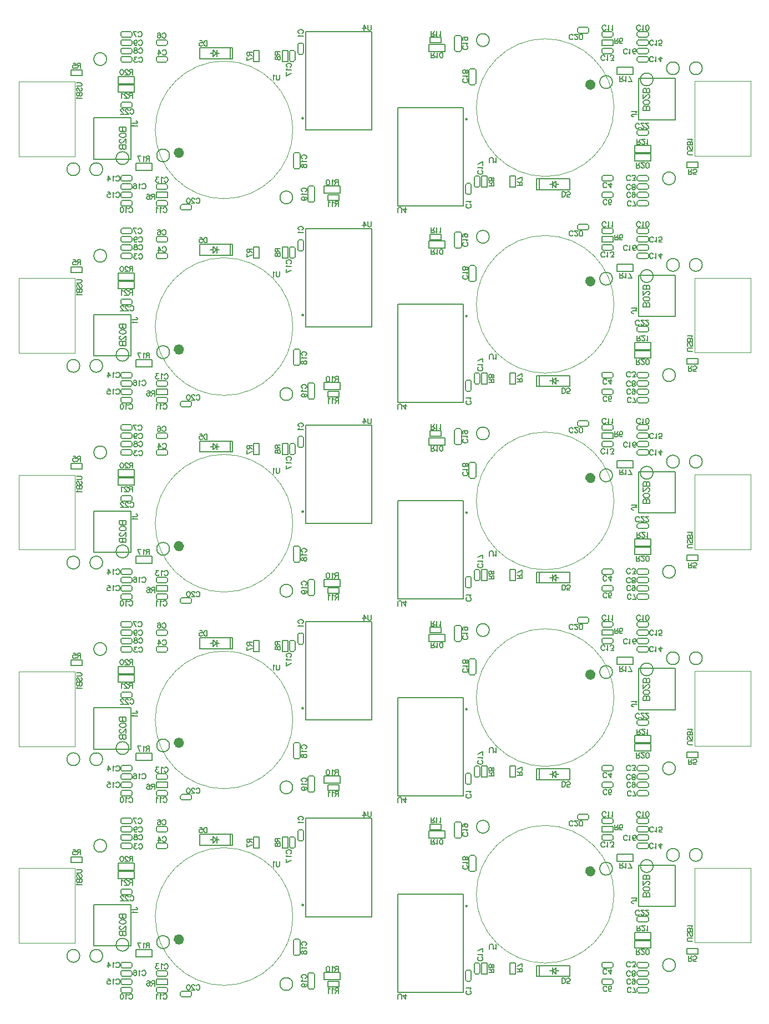
<source format=gbo>
G04*
G04 #@! TF.GenerationSoftware,Altium Limited,Altium Designer,21.6.4 (81)*
G04*
G04 Layer_Color=32896*
%FSLAX43Y43*%
%MOMM*%
G71*
G04*
G04 #@! TF.SameCoordinates,B8146748-6EAE-4540-ADCA-D378D2E1ADA8*
G04*
G04*
G04 #@! TF.FilePolarity,Positive*
G04*
G01*
G75*
%ADD31C,0.150*%
%ADD32C,1.000*%
%ADD79C,0.100*%
%ADD116C,0.254*%
D31*
X46910Y17375D02*
G03*
X47125Y17590I0J215D01*
G01*
Y19610D02*
G03*
X46910Y19825I-215J0D01*
G01*
X46290D02*
G03*
X46075Y19610I0J-215D01*
G01*
Y17590D02*
G03*
X46290Y17375I215J0D01*
G01*
X47625Y36350D02*
G03*
X47425Y36550I-200J0D01*
G01*
X46975D02*
G03*
X46775Y36350I0J-200D01*
G01*
Y35050D02*
G03*
X46975Y34850I200J0D01*
G01*
X47425D02*
G03*
X47625Y35050I0J200D01*
G01*
X48490Y14725D02*
G03*
X48275Y14510I0J-215D01*
G01*
Y12490D02*
G03*
X48490Y12275I215J0D01*
G01*
X49110D02*
G03*
X49325Y12490I0J215D01*
G01*
Y14510D02*
G03*
X49110Y14725I-215J0D01*
G01*
X30550Y11725D02*
G03*
X30350Y11925I-200J0D01*
G01*
Y11075D02*
G03*
X30550Y11275I0J200D01*
G01*
X28850D02*
G03*
X29050Y11075I200J0D01*
G01*
Y11925D02*
G03*
X28850Y11725I0J-200D01*
G01*
X26650Y11670D02*
G03*
X26850Y11870I0J200D01*
G01*
Y12320D02*
G03*
X26650Y12520I-200J0D01*
G01*
X25350D02*
G03*
X25150Y12320I0J-200D01*
G01*
Y11870D02*
G03*
X25350Y11670I200J0D01*
G01*
Y15060D02*
G03*
X25150Y14860I0J-200D01*
G01*
Y14410D02*
G03*
X25350Y14210I200J0D01*
G01*
X26650D02*
G03*
X26850Y14410I0J200D01*
G01*
Y14860D02*
G03*
X26650Y15060I-200J0D01*
G01*
X21250Y15480D02*
G03*
X21450Y15680I0J200D01*
G01*
Y16130D02*
G03*
X21250Y16330I-200J0D01*
G01*
X19950D02*
G03*
X19750Y16130I0J-200D01*
G01*
Y15680D02*
G03*
X19950Y15480I200J0D01*
G01*
X21250Y11670D02*
G03*
X21450Y11870I0J200D01*
G01*
Y12320D02*
G03*
X21250Y12520I-200J0D01*
G01*
X19950D02*
G03*
X19750Y12320I0J-200D01*
G01*
Y11870D02*
G03*
X19950Y11670I200J0D01*
G01*
X21250Y12940D02*
G03*
X21450Y13140I0J200D01*
G01*
Y13590D02*
G03*
X21250Y13790I-200J0D01*
G01*
X19950D02*
G03*
X19750Y13590I0J-200D01*
G01*
Y13140D02*
G03*
X19950Y12940I200J0D01*
G01*
X21250Y14210D02*
G03*
X21450Y14410I0J200D01*
G01*
Y14860D02*
G03*
X21250Y15060I-200J0D01*
G01*
X19950D02*
G03*
X19750Y14860I0J-200D01*
G01*
Y14410D02*
G03*
X19950Y14210I200J0D01*
G01*
X25150Y33870D02*
G03*
X25350Y33670I200J0D01*
G01*
Y34520D02*
G03*
X25150Y34320I0J-200D01*
G01*
X26850D02*
G03*
X26650Y34520I-200J0D01*
G01*
Y33670D02*
G03*
X26850Y33870I0J200D01*
G01*
Y36860D02*
G03*
X26650Y37060I-200J0D01*
G01*
Y36210D02*
G03*
X26850Y36410I0J200D01*
G01*
X25150D02*
G03*
X25350Y36210I200J0D01*
G01*
Y37060D02*
G03*
X25150Y36860I0J-200D01*
G01*
X19750Y37680D02*
G03*
X19950Y37480I200J0D01*
G01*
Y38330D02*
G03*
X19750Y38130I0J-200D01*
G01*
X21450D02*
G03*
X21250Y38330I-200J0D01*
G01*
Y37480D02*
G03*
X21450Y37680I0J200D01*
G01*
X19750Y36410D02*
G03*
X19950Y36210I200J0D01*
G01*
Y37060D02*
G03*
X19750Y36860I0J-200D01*
G01*
X21450D02*
G03*
X21250Y37060I-200J0D01*
G01*
Y36210D02*
G03*
X21450Y36410I0J200D01*
G01*
X19750Y35140D02*
G03*
X19950Y34940I200J0D01*
G01*
Y35790D02*
G03*
X19750Y35590I0J-200D01*
G01*
X21450D02*
G03*
X21250Y35790I-200J0D01*
G01*
Y34940D02*
G03*
X21450Y35140I0J200D01*
G01*
X19750Y33870D02*
G03*
X19950Y33670I200J0D01*
G01*
Y34520D02*
G03*
X19750Y34320I0J-200D01*
G01*
X21450D02*
G03*
X21250Y34520I-200J0D01*
G01*
Y33670D02*
G03*
X21450Y33870I0J200D01*
G01*
X19750Y26870D02*
G03*
X19950Y26670I200J0D01*
G01*
Y27520D02*
G03*
X19750Y27320I0J-200D01*
G01*
X21450D02*
G03*
X21250Y27520I-200J0D01*
G01*
Y26670D02*
G03*
X21450Y26870I0J200D01*
G01*
X13475Y17300D02*
G03*
X13475Y17300I-975J0D01*
G01*
X16975D02*
G03*
X16975Y17300I-975J0D01*
G01*
X17575Y34100D02*
G03*
X17575Y34100I-975J0D01*
G01*
X45975Y13000D02*
G03*
X45975Y13000I-975J0D01*
G01*
X27175Y19400D02*
G03*
X27175Y19400I-975J0D01*
G01*
X20975Y19000D02*
G03*
X20975Y19000I-975J0D01*
G01*
X46325Y35250D02*
G03*
X46125Y35450I-200J0D01*
G01*
X45675D02*
G03*
X45475Y35250I0J-200D01*
G01*
Y33950D02*
G03*
X45675Y33750I200J0D01*
G01*
X46125D02*
G03*
X46325Y33950I0J200D01*
G01*
X36425Y34175D02*
X36800D01*
X36425Y35825D02*
X36800D01*
Y34175D02*
Y35825D01*
X31775Y34175D02*
Y35825D01*
X36425Y34175D02*
Y35825D01*
X31775Y34175D02*
X36425D01*
X31775Y35825D02*
X36425D01*
X34375Y34500D02*
Y35500D01*
X33838Y34513D02*
X34325Y35000D01*
X33838Y35488D02*
X34325Y35000D01*
X34350D02*
X34775D01*
X33825Y34500D02*
Y35500D01*
X33425Y35000D02*
X33825D01*
X47125Y17590D02*
Y19610D01*
X46290Y19825D02*
X46910D01*
X46290Y17375D02*
X46910D01*
X46075Y17590D02*
Y19610D01*
X48000Y23275D02*
Y38275D01*
Y23275D02*
X58000D01*
Y38275D01*
X48000D02*
X58000D01*
X46975Y36550D02*
X47425D01*
X46775Y35050D02*
Y36350D01*
X46975Y34850D02*
X47425D01*
X47625Y35050D02*
Y36350D01*
X44380Y35450D02*
X45220D01*
Y33750D02*
Y35450D01*
X44380Y33750D02*
X45220D01*
X44380D02*
Y35450D01*
X40040D02*
X40880D01*
Y33750D02*
Y35450D01*
X40040Y33750D02*
X40880D01*
X40040D02*
Y35450D01*
X53220Y13650D02*
Y14750D01*
X50780Y13650D02*
X53220D01*
X50780D02*
Y14750D01*
X53220D01*
X51350Y12580D02*
Y13420D01*
X53050D01*
Y12580D02*
Y13420D01*
X51350Y12580D02*
X53050D01*
X48275Y12490D02*
Y14510D01*
X48490Y12275D02*
X49110D01*
X48490Y14725D02*
X49110D01*
X49325Y12490D02*
Y14510D01*
X29050Y11925D02*
X30350D01*
X30550Y11275D02*
Y11725D01*
X29050Y11075D02*
X30350D01*
X28850Y11275D02*
Y11725D01*
X26850Y11870D02*
Y12320D01*
X25350Y12520D02*
X26650D01*
X25150Y11870D02*
Y12320D01*
X25350Y11670D02*
X26650D01*
X25150Y12945D02*
Y13785D01*
X26850D01*
Y12945D02*
Y13785D01*
X25150Y12945D02*
X26850D01*
X25150Y14410D02*
Y14860D01*
X25350Y14210D02*
X26650D01*
X26850Y14410D02*
Y14860D01*
X25350Y15060D02*
X26650D01*
X21450Y15680D02*
Y16130D01*
X19950Y16330D02*
X21250D01*
X19750Y15680D02*
Y16130D01*
X19950Y15480D02*
X21250D01*
X21450Y11870D02*
Y12320D01*
X19950Y12520D02*
X21250D01*
X19750Y11870D02*
Y12320D01*
X19950Y11670D02*
X21250D01*
X21450Y13140D02*
Y13590D01*
X19950Y13790D02*
X21250D01*
X19750Y13140D02*
Y13590D01*
X19950Y12940D02*
X21250D01*
X21450Y14410D02*
Y14860D01*
X19950Y15060D02*
X21250D01*
X19750Y14410D02*
Y14860D01*
X19950Y14210D02*
X21250D01*
X22080Y17150D02*
Y18250D01*
X24520D01*
Y17150D02*
Y18250D01*
X22080Y17150D02*
X24520D01*
X15650Y18850D02*
Y25150D01*
X21250D01*
Y18850D02*
Y25150D01*
X15650Y18850D02*
X21250D01*
X25350Y33670D02*
X26650D01*
X25150Y33870D02*
Y34320D01*
X25350Y34520D02*
X26650D01*
X26850Y33870D02*
Y34320D01*
X25350Y37060D02*
X26650D01*
X26850Y36410D02*
Y36860D01*
X25350Y36210D02*
X26650D01*
X25150Y36410D02*
Y36860D01*
X19950Y37480D02*
X21250D01*
X19750Y37680D02*
Y38130D01*
X19950Y38330D02*
X21250D01*
X21450Y37680D02*
Y38130D01*
X19950Y36210D02*
X21250D01*
X19750Y36410D02*
Y36860D01*
X19950Y37060D02*
X21250D01*
X21450Y36410D02*
Y36860D01*
X19950Y34940D02*
X21250D01*
X19750Y35140D02*
Y35590D01*
X19950Y35790D02*
X21250D01*
X21450Y35140D02*
Y35590D01*
X19950Y33670D02*
X21250D01*
X19750Y33870D02*
Y34320D01*
X19950Y34520D02*
X21250D01*
X21450Y33870D02*
Y34320D01*
X21820Y30355D02*
Y31455D01*
X19380Y30355D02*
X21820D01*
X19380D02*
Y31455D01*
X21820D01*
Y29085D02*
Y30185D01*
X19380Y29085D02*
X21820D01*
X19380D02*
Y30185D01*
X21820D01*
X19950Y26670D02*
X21250D01*
X19750Y26870D02*
Y27320D01*
X19950Y27520D02*
X21250D01*
X21450Y26870D02*
Y27320D01*
X12150Y31580D02*
X13850D01*
Y32420D01*
X12150D02*
X13850D01*
X12150Y31580D02*
Y32420D01*
X45675Y35450D02*
X46125D01*
X45475Y33950D02*
Y35250D01*
X45675Y33750D02*
X46125D01*
X46325Y33950D02*
Y35250D01*
X19550Y23700D02*
X20550D01*
X19550D02*
Y23272D01*
X19598Y23129D01*
X19645Y23081D01*
X19741Y23033D01*
X19836D01*
X19931Y23081D01*
X19979Y23129D01*
X20026Y23272D01*
Y23700D02*
Y23272D01*
X20074Y23129D01*
X20122Y23081D01*
X20217Y23033D01*
X20360D01*
X20455Y23081D01*
X20502Y23129D01*
X20550Y23272D01*
Y23700D01*
X19550Y22524D02*
X19598Y22667D01*
X19741Y22762D01*
X19979Y22810D01*
X20122D01*
X20360Y22762D01*
X20502Y22667D01*
X20550Y22524D01*
Y22429D01*
X20502Y22286D01*
X20360Y22191D01*
X20122Y22143D01*
X19979D01*
X19741Y22191D01*
X19598Y22286D01*
X19550Y22429D01*
Y22524D01*
X19788Y21872D02*
X19741D01*
X19645Y21824D01*
X19598Y21777D01*
X19550Y21681D01*
Y21491D01*
X19598Y21396D01*
X19645Y21348D01*
X19741Y21301D01*
X19836D01*
X19931Y21348D01*
X20074Y21443D01*
X20550Y21919D01*
Y21253D01*
X19550Y21029D02*
X20550D01*
X19550D02*
Y20601D01*
X19598Y20458D01*
X19645Y20410D01*
X19741Y20363D01*
X19836D01*
X19931Y20410D01*
X19979Y20458D01*
X20026Y20601D01*
Y21029D02*
Y20601D01*
X20074Y20458D01*
X20122Y20410D01*
X20217Y20363D01*
X20360D01*
X20455Y20410D01*
X20502Y20458D01*
X20550Y20601D01*
Y21029D01*
X13000Y30485D02*
X13571D01*
X13686Y30446D01*
X13762Y30370D01*
X13800Y30256D01*
Y30180D01*
X13762Y30066D01*
X13686Y29989D01*
X13571Y29951D01*
X13000D01*
X13114Y29197D02*
X13038Y29273D01*
X13000Y29388D01*
Y29540D01*
X13038Y29654D01*
X13114Y29730D01*
X13191D01*
X13267Y29692D01*
X13305Y29654D01*
X13343Y29578D01*
X13419Y29350D01*
X13457Y29273D01*
X13495Y29235D01*
X13571Y29197D01*
X13686D01*
X13762Y29273D01*
X13800Y29388D01*
Y29540D01*
X13762Y29654D01*
X13686Y29730D01*
X13000Y29018D02*
X13800D01*
X13000D02*
Y28675D01*
X13038Y28561D01*
X13076Y28523D01*
X13152Y28485D01*
X13229D01*
X13305Y28523D01*
X13343Y28561D01*
X13381Y28675D01*
Y29018D02*
Y28675D01*
X13419Y28561D01*
X13457Y28523D01*
X13533Y28485D01*
X13648D01*
X13724Y28523D01*
X13762Y28561D01*
X13800Y28675D01*
Y29018D01*
X13152Y28306D02*
X13114Y28230D01*
X13000Y28115D01*
X13800D01*
X32923Y36900D02*
Y36100D01*
Y36900D02*
X32656D01*
X32542Y36862D01*
X32466Y36786D01*
X32428Y36709D01*
X32390Y36595D01*
Y36405D01*
X32428Y36291D01*
X32466Y36214D01*
X32542Y36138D01*
X32656Y36100D01*
X32923D01*
X31753Y36900D02*
X32134D01*
X32172Y36557D01*
X32134Y36595D01*
X32020Y36633D01*
X31906D01*
X31792Y36595D01*
X31715Y36519D01*
X31677Y36405D01*
Y36329D01*
X31715Y36214D01*
X31792Y36138D01*
X31906Y36100D01*
X32020D01*
X32134Y36138D01*
X32172Y36176D01*
X32210Y36252D01*
X47491Y18887D02*
X47414Y18925D01*
X47338Y19001D01*
X47300Y19077D01*
Y19229D01*
X47338Y19306D01*
X47414Y19382D01*
X47491Y19420D01*
X47605Y19458D01*
X47795D01*
X47909Y19420D01*
X47986Y19382D01*
X48062Y19306D01*
X48100Y19229D01*
Y19077D01*
X48062Y19001D01*
X47986Y18925D01*
X47909Y18887D01*
X47452Y18662D02*
X47414Y18586D01*
X47300Y18471D01*
X48100D01*
X47300Y17885D02*
X47338Y17999D01*
X47414Y18037D01*
X47491D01*
X47567Y17999D01*
X47605Y17923D01*
X47643Y17771D01*
X47681Y17656D01*
X47757Y17580D01*
X47833Y17542D01*
X47948D01*
X48024Y17580D01*
X48062Y17618D01*
X48100Y17733D01*
Y17885D01*
X48062Y17999D01*
X48024Y18037D01*
X47948Y18075D01*
X47833D01*
X47757Y18037D01*
X47681Y17961D01*
X47643Y17847D01*
X47605Y17694D01*
X47567Y17618D01*
X47491Y17580D01*
X47414D01*
X47338Y17618D01*
X47300Y17733D01*
Y17885D01*
X46991Y38022D02*
X46914Y38060D01*
X46838Y38136D01*
X46800Y38212D01*
Y38365D01*
X46838Y38441D01*
X46914Y38517D01*
X46991Y38555D01*
X47105Y38593D01*
X47295D01*
X47409Y38555D01*
X47486Y38517D01*
X47562Y38441D01*
X47600Y38365D01*
Y38212D01*
X47562Y38136D01*
X47486Y38060D01*
X47409Y38022D01*
X46952Y37797D02*
X46914Y37721D01*
X46800Y37607D01*
X47600D01*
X22474Y36809D02*
X22512Y36886D01*
X22589Y36962D01*
X22665Y37000D01*
X22817D01*
X22893Y36962D01*
X22969Y36886D01*
X23007Y36809D01*
X23046Y36695D01*
Y36505D01*
X23007Y36391D01*
X22969Y36314D01*
X22893Y36238D01*
X22817Y36200D01*
X22665D01*
X22589Y36238D01*
X22512Y36314D01*
X22474Y36391D01*
X21754Y36733D02*
X21793Y36619D01*
X21869Y36543D01*
X21983Y36505D01*
X22021D01*
X22135Y36543D01*
X22211Y36619D01*
X22250Y36733D01*
Y36771D01*
X22211Y36886D01*
X22135Y36962D01*
X22021Y37000D01*
X21983D01*
X21869Y36962D01*
X21793Y36886D01*
X21754Y36733D01*
Y36543D01*
X21793Y36352D01*
X21869Y36238D01*
X21983Y36200D01*
X22059D01*
X22173Y36238D01*
X22211Y36314D01*
X22493Y35609D02*
X22531Y35686D01*
X22608Y35762D01*
X22684Y35800D01*
X22836D01*
X22912Y35762D01*
X22988Y35686D01*
X23027Y35609D01*
X23065Y35495D01*
Y35305D01*
X23027Y35191D01*
X22988Y35114D01*
X22912Y35038D01*
X22836Y35000D01*
X22684D01*
X22608Y35038D01*
X22531Y35114D01*
X22493Y35191D01*
X22078Y35800D02*
X22192Y35762D01*
X22231Y35686D01*
Y35609D01*
X22192Y35533D01*
X22116Y35495D01*
X21964Y35457D01*
X21850Y35419D01*
X21773Y35343D01*
X21735Y35267D01*
Y35152D01*
X21773Y35076D01*
X21812Y35038D01*
X21926Y35000D01*
X22078D01*
X22192Y35038D01*
X22231Y35076D01*
X22269Y35152D01*
Y35267D01*
X22231Y35343D01*
X22154Y35419D01*
X22040Y35457D01*
X21888Y35495D01*
X21812Y35533D01*
X21773Y35609D01*
Y35686D01*
X21812Y35762D01*
X21926Y35800D01*
X22078D01*
X22393Y38109D02*
X22431Y38186D01*
X22508Y38262D01*
X22584Y38300D01*
X22736D01*
X22812Y38262D01*
X22888Y38186D01*
X22927Y38109D01*
X22965Y37995D01*
Y37805D01*
X22927Y37691D01*
X22888Y37614D01*
X22812Y37538D01*
X22736Y37500D01*
X22584D01*
X22508Y37538D01*
X22431Y37614D01*
X22393Y37691D01*
X21635Y38300D02*
X22016Y37500D01*
X22169Y38300D02*
X21635D01*
X26074Y37909D02*
X26112Y37986D01*
X26189Y38062D01*
X26265Y38100D01*
X26417D01*
X26493Y38062D01*
X26569Y37986D01*
X26607Y37909D01*
X26646Y37795D01*
Y37605D01*
X26607Y37491D01*
X26569Y37414D01*
X26493Y37338D01*
X26417Y37300D01*
X26265D01*
X26189Y37338D01*
X26112Y37414D01*
X26074Y37491D01*
X25393Y37986D02*
X25431Y38062D01*
X25545Y38100D01*
X25621D01*
X25735Y38062D01*
X25811Y37948D01*
X25850Y37757D01*
Y37567D01*
X25811Y37414D01*
X25735Y37338D01*
X25621Y37300D01*
X25583D01*
X25469Y37338D01*
X25393Y37414D01*
X25354Y37529D01*
Y37567D01*
X25393Y37681D01*
X25469Y37757D01*
X25583Y37795D01*
X25621D01*
X25735Y37757D01*
X25811Y37681D01*
X25850Y37567D01*
X26112Y35309D02*
X26150Y35386D01*
X26227Y35462D01*
X26303Y35500D01*
X26455D01*
X26531Y35462D01*
X26607Y35386D01*
X26646Y35309D01*
X26684Y35195D01*
Y35005D01*
X26646Y34891D01*
X26607Y34814D01*
X26531Y34738D01*
X26455Y34700D01*
X26303D01*
X26227Y34738D01*
X26150Y34814D01*
X26112Y34891D01*
X25507Y35500D02*
X25888Y34967D01*
X25316D01*
X25507Y35500D02*
Y34700D01*
X22493Y34209D02*
X22531Y34286D01*
X22608Y34362D01*
X22684Y34400D01*
X22836D01*
X22912Y34362D01*
X22988Y34286D01*
X23027Y34209D01*
X23065Y34095D01*
Y33905D01*
X23027Y33791D01*
X22988Y33714D01*
X22912Y33638D01*
X22836Y33600D01*
X22684D01*
X22608Y33638D01*
X22531Y33714D01*
X22493Y33791D01*
X22192Y34400D02*
X21773D01*
X22002Y34095D01*
X21888D01*
X21812Y34057D01*
X21773Y34019D01*
X21735Y33905D01*
Y33829D01*
X21773Y33714D01*
X21850Y33638D01*
X21964Y33600D01*
X22078D01*
X22192Y33638D01*
X22231Y33676D01*
X22269Y33752D01*
X57963Y39300D02*
Y38729D01*
X57925Y38614D01*
X57848Y38538D01*
X57734Y38500D01*
X57658D01*
X57544Y38538D01*
X57468Y38614D01*
X57430Y38729D01*
Y39300D01*
X56828D02*
X57209Y38767D01*
X56637D01*
X56828Y39300D02*
Y38500D01*
X43972Y31700D02*
Y31129D01*
X43934Y31014D01*
X43858Y30938D01*
X43744Y30900D01*
X43668D01*
X43553Y30938D01*
X43477Y31014D01*
X43439Y31129D01*
Y31700D01*
X43218Y31548D02*
X43142Y31586D01*
X43028Y31700D01*
Y30900D01*
X21507Y28900D02*
Y28100D01*
Y28900D02*
X21165D01*
X21050Y28862D01*
X21012Y28824D01*
X20974Y28748D01*
Y28671D01*
X21012Y28595D01*
X21050Y28557D01*
X21165Y28519D01*
X21507D01*
X21241D02*
X20974Y28100D01*
X20757Y28709D02*
Y28748D01*
X20719Y28824D01*
X20681Y28862D01*
X20605Y28900D01*
X20452D01*
X20376Y28862D01*
X20338Y28824D01*
X20300Y28748D01*
Y28671D01*
X20338Y28595D01*
X20414Y28481D01*
X20795Y28100D01*
X20262D01*
X20083Y28748D02*
X20007Y28786D01*
X19893Y28900D01*
Y28100D01*
X21579Y32500D02*
Y31700D01*
Y32500D02*
X21236D01*
X21122Y32462D01*
X21084Y32424D01*
X21046Y32348D01*
Y32271D01*
X21084Y32195D01*
X21122Y32157D01*
X21236Y32119D01*
X21579D01*
X21312D02*
X21046Y31700D01*
X20829Y32309D02*
Y32348D01*
X20790Y32424D01*
X20752Y32462D01*
X20676Y32500D01*
X20524D01*
X20448Y32462D01*
X20410Y32424D01*
X20371Y32348D01*
Y32271D01*
X20410Y32195D01*
X20486Y32081D01*
X20867Y31700D01*
X20333D01*
X19926Y32500D02*
X20040Y32462D01*
X20116Y32348D01*
X20154Y32157D01*
Y32043D01*
X20116Y31852D01*
X20040Y31738D01*
X19926Y31700D01*
X19850D01*
X19735Y31738D01*
X19659Y31852D01*
X19621Y32043D01*
Y32157D01*
X19659Y32348D01*
X19735Y32462D01*
X19850Y32500D01*
X19926D01*
X24116Y19300D02*
Y18500D01*
Y19300D02*
X23773D01*
X23659Y19262D01*
X23621Y19224D01*
X23583Y19148D01*
Y19071D01*
X23621Y18995D01*
X23659Y18957D01*
X23773Y18919D01*
X24116D01*
X23849D02*
X23583Y18500D01*
X23404Y19148D02*
X23328Y19186D01*
X23213Y19300D01*
Y18500D01*
X22284Y19300D02*
X22665Y18500D01*
X22817Y19300D02*
X22284D01*
X52945Y12400D02*
Y11600D01*
Y12400D02*
X52602D01*
X52488Y12362D01*
X52449Y12324D01*
X52411Y12248D01*
Y12171D01*
X52449Y12095D01*
X52488Y12057D01*
X52602Y12019D01*
X52945D01*
X52678D02*
X52411Y11600D01*
X52232Y12248D02*
X52156Y12286D01*
X52042Y12400D01*
Y11600D01*
X51646Y12248D02*
X51570Y12286D01*
X51455Y12400D01*
Y11600D01*
X52916Y15700D02*
Y14900D01*
Y15700D02*
X52573D01*
X52459Y15662D01*
X52421Y15624D01*
X52383Y15548D01*
Y15471D01*
X52421Y15395D01*
X52459Y15357D01*
X52573Y15319D01*
X52916D01*
X52649D02*
X52383Y14900D01*
X52204Y15548D02*
X52128Y15586D01*
X52013Y15700D01*
Y14900D01*
X51389Y15700D02*
X51503Y15662D01*
X51579Y15548D01*
X51617Y15357D01*
Y15243D01*
X51579Y15052D01*
X51503Y14938D01*
X51389Y14900D01*
X51313D01*
X51198Y14938D01*
X51122Y15052D01*
X51084Y15243D01*
Y15357D01*
X51122Y15548D01*
X51198Y15662D01*
X51313Y15700D01*
X51389D01*
X43300Y35223D02*
X44100D01*
X43300D02*
Y34880D01*
X43338Y34766D01*
X43376Y34728D01*
X43452Y34690D01*
X43529D01*
X43605Y34728D01*
X43643Y34766D01*
X43681Y34880D01*
Y35223D01*
Y34956D02*
X44100Y34690D01*
X43300Y34320D02*
X43338Y34434D01*
X43414Y34472D01*
X43491D01*
X43567Y34434D01*
X43605Y34358D01*
X43643Y34206D01*
X43681Y34092D01*
X43757Y34015D01*
X43833Y33977D01*
X43948D01*
X44024Y34015D01*
X44062Y34053D01*
X44100Y34168D01*
Y34320D01*
X44062Y34434D01*
X44024Y34472D01*
X43948Y34511D01*
X43833D01*
X43757Y34472D01*
X43681Y34396D01*
X43643Y34282D01*
X43605Y34130D01*
X43567Y34053D01*
X43491Y34015D01*
X43414D01*
X43338Y34053D01*
X43300Y34168D01*
Y34320D01*
X39000Y35123D02*
X39800D01*
X39000D02*
Y34780D01*
X39038Y34666D01*
X39076Y34628D01*
X39152Y34590D01*
X39229D01*
X39305Y34628D01*
X39343Y34666D01*
X39381Y34780D01*
Y35123D01*
Y34856D02*
X39800Y34590D01*
X39000Y33877D02*
X39800Y34258D01*
X39000Y34411D02*
Y33877D01*
X24904Y13500D02*
Y12700D01*
Y13500D02*
X24561D01*
X24447Y13462D01*
X24409Y13424D01*
X24370Y13348D01*
Y13271D01*
X24409Y13195D01*
X24447Y13157D01*
X24561Y13119D01*
X24904D01*
X24637D02*
X24370Y12700D01*
X23734Y13386D02*
X23772Y13462D01*
X23887Y13500D01*
X23963D01*
X24077Y13462D01*
X24153Y13348D01*
X24191Y13157D01*
Y12967D01*
X24153Y12814D01*
X24077Y12738D01*
X23963Y12700D01*
X23925D01*
X23811Y12738D01*
X23734Y12814D01*
X23696Y12929D01*
Y12967D01*
X23734Y13081D01*
X23811Y13157D01*
X23925Y13195D01*
X23963D01*
X24077Y13157D01*
X24153Y13081D01*
X24191Y12967D01*
X13623Y33500D02*
Y32700D01*
Y33500D02*
X13280D01*
X13166Y33462D01*
X13128Y33424D01*
X13090Y33348D01*
Y33271D01*
X13128Y33195D01*
X13166Y33157D01*
X13280Y33119D01*
X13623D01*
X13356D02*
X13090Y32700D01*
X12453Y33500D02*
X12834D01*
X12872Y33157D01*
X12834Y33195D01*
X12720Y33233D01*
X12606D01*
X12492Y33195D01*
X12415Y33119D01*
X12377Y33005D01*
Y32929D01*
X12415Y32814D01*
X12492Y32738D01*
X12606Y32700D01*
X12720D01*
X12834Y32738D01*
X12872Y32776D01*
X12910Y32852D01*
X21500Y24308D02*
X22109D01*
X22224Y24346D01*
X22262Y24384D01*
X22300Y24460D01*
Y24536D01*
X22262Y24612D01*
X22224Y24650D01*
X22109Y24688D01*
X22033D01*
X21652Y24102D02*
X21614Y24026D01*
X21500Y23912D01*
X22300D01*
X21149Y26309D02*
X21188Y26386D01*
X21264Y26462D01*
X21340Y26500D01*
X21492D01*
X21568Y26462D01*
X21645Y26386D01*
X21683Y26309D01*
X21721Y26195D01*
Y26005D01*
X21683Y25891D01*
X21645Y25814D01*
X21568Y25738D01*
X21492Y25700D01*
X21340D01*
X21264Y25738D01*
X21188Y25814D01*
X21149Y25891D01*
X20887Y26309D02*
Y26348D01*
X20849Y26424D01*
X20810Y26462D01*
X20734Y26500D01*
X20582D01*
X20506Y26462D01*
X20468Y26424D01*
X20430Y26348D01*
Y26271D01*
X20468Y26195D01*
X20544Y26081D01*
X20925Y25700D01*
X20392D01*
X20174Y26309D02*
Y26348D01*
X20136Y26424D01*
X20098Y26462D01*
X20022Y26500D01*
X19870D01*
X19794Y26462D01*
X19755Y26424D01*
X19717Y26348D01*
Y26271D01*
X19755Y26195D01*
X19832Y26081D01*
X20212Y25700D01*
X19679D01*
X31249Y12709D02*
X31288Y12786D01*
X31364Y12862D01*
X31440Y12900D01*
X31592D01*
X31668Y12862D01*
X31745Y12786D01*
X31783Y12709D01*
X31821Y12595D01*
Y12405D01*
X31783Y12291D01*
X31745Y12214D01*
X31668Y12138D01*
X31592Y12100D01*
X31440D01*
X31364Y12138D01*
X31288Y12214D01*
X31249Y12291D01*
X30987Y12709D02*
Y12748D01*
X30949Y12824D01*
X30910Y12862D01*
X30834Y12900D01*
X30682D01*
X30606Y12862D01*
X30568Y12824D01*
X30530Y12748D01*
Y12671D01*
X30568Y12595D01*
X30644Y12481D01*
X31025Y12100D01*
X30492D01*
X30084Y12900D02*
X30198Y12862D01*
X30274Y12748D01*
X30312Y12557D01*
Y12443D01*
X30274Y12252D01*
X30198Y12138D01*
X30084Y12100D01*
X30008D01*
X29894Y12138D01*
X29817Y12252D01*
X29779Y12443D01*
Y12557D01*
X29817Y12748D01*
X29894Y12862D01*
X30008Y12900D01*
X30084D01*
X47491Y13868D02*
X47414Y13906D01*
X47338Y13982D01*
X47300Y14058D01*
Y14210D01*
X47338Y14287D01*
X47414Y14363D01*
X47491Y14401D01*
X47605Y14439D01*
X47795D01*
X47909Y14401D01*
X47986Y14363D01*
X48062Y14287D01*
X48100Y14210D01*
Y14058D01*
X48062Y13982D01*
X47986Y13906D01*
X47909Y13868D01*
X47452Y13643D02*
X47414Y13567D01*
X47300Y13452D01*
X48100D01*
X47567Y12561D02*
X47681Y12599D01*
X47757Y12675D01*
X47795Y12790D01*
Y12828D01*
X47757Y12942D01*
X47681Y13018D01*
X47567Y13056D01*
X47529D01*
X47414Y13018D01*
X47338Y12942D01*
X47300Y12828D01*
Y12790D01*
X47338Y12675D01*
X47414Y12599D01*
X47567Y12561D01*
X47757D01*
X47948Y12599D01*
X48062Y12675D01*
X48100Y12790D01*
Y12866D01*
X48062Y12980D01*
X47986Y13018D01*
X45191Y32887D02*
X45114Y32925D01*
X45038Y33001D01*
X45000Y33077D01*
Y33229D01*
X45038Y33306D01*
X45114Y33382D01*
X45191Y33420D01*
X45305Y33458D01*
X45495D01*
X45609Y33420D01*
X45686Y33382D01*
X45762Y33306D01*
X45800Y33229D01*
Y33077D01*
X45762Y33001D01*
X45686Y32925D01*
X45609Y32887D01*
X45152Y32662D02*
X45114Y32586D01*
X45000Y32471D01*
X45800D01*
X45000Y31542D02*
X45800Y31923D01*
X45000Y32075D02*
Y31542D01*
X22968Y14909D02*
X23006Y14986D01*
X23082Y15062D01*
X23158Y15100D01*
X23310D01*
X23386Y15062D01*
X23463Y14986D01*
X23501Y14909D01*
X23539Y14795D01*
Y14605D01*
X23501Y14491D01*
X23463Y14414D01*
X23386Y14338D01*
X23310Y14300D01*
X23158D01*
X23082Y14338D01*
X23006Y14414D01*
X22968Y14491D01*
X22743Y14948D02*
X22667Y14986D01*
X22552Y15100D01*
Y14300D01*
X21699Y14986D02*
X21737Y15062D01*
X21852Y15100D01*
X21928D01*
X22042Y15062D01*
X22118Y14948D01*
X22156Y14757D01*
Y14567D01*
X22118Y14414D01*
X22042Y14338D01*
X21928Y14300D01*
X21890D01*
X21775Y14338D01*
X21699Y14414D01*
X21661Y14529D01*
Y14567D01*
X21699Y14681D01*
X21775Y14757D01*
X21890Y14795D01*
X21928D01*
X22042Y14757D01*
X22118Y14681D01*
X22156Y14567D01*
X18987Y13609D02*
X19025Y13686D01*
X19101Y13762D01*
X19177Y13800D01*
X19329D01*
X19406Y13762D01*
X19482Y13686D01*
X19520Y13609D01*
X19558Y13495D01*
Y13305D01*
X19520Y13191D01*
X19482Y13114D01*
X19406Y13038D01*
X19329Y13000D01*
X19177D01*
X19101Y13038D01*
X19025Y13114D01*
X18987Y13191D01*
X18762Y13648D02*
X18686Y13686D01*
X18571Y13800D01*
Y13000D01*
X17718Y13800D02*
X18099D01*
X18137Y13457D01*
X18099Y13495D01*
X17985Y13533D01*
X17871D01*
X17756Y13495D01*
X17680Y13419D01*
X17642Y13305D01*
Y13229D01*
X17680Y13114D01*
X17756Y13038D01*
X17871Y13000D01*
X17985D01*
X18099Y13038D01*
X18137Y13076D01*
X18175Y13152D01*
X19006Y16109D02*
X19044Y16186D01*
X19120Y16262D01*
X19196Y16300D01*
X19348D01*
X19425Y16262D01*
X19501Y16186D01*
X19539Y16109D01*
X19577Y15995D01*
Y15805D01*
X19539Y15691D01*
X19501Y15614D01*
X19425Y15538D01*
X19348Y15500D01*
X19196D01*
X19120Y15538D01*
X19044Y15614D01*
X19006Y15691D01*
X18781Y16148D02*
X18705Y16186D01*
X18590Y16300D01*
Y15500D01*
X17814Y16300D02*
X18194Y15767D01*
X17623D01*
X17814Y16300D02*
Y15500D01*
X26387Y15909D02*
X26425Y15986D01*
X26501Y16062D01*
X26577Y16100D01*
X26729D01*
X26806Y16062D01*
X26882Y15986D01*
X26920Y15909D01*
X26958Y15795D01*
Y15605D01*
X26920Y15491D01*
X26882Y15414D01*
X26806Y15338D01*
X26729Y15300D01*
X26577D01*
X26501Y15338D01*
X26425Y15414D01*
X26387Y15491D01*
X26162Y15948D02*
X26086Y15986D01*
X25971Y16100D01*
Y15300D01*
X25499Y16100D02*
X25080D01*
X25309Y15795D01*
X25194D01*
X25118Y15757D01*
X25080Y15719D01*
X25042Y15605D01*
Y15529D01*
X25080Y15414D01*
X25156Y15338D01*
X25271Y15300D01*
X25385D01*
X25499Y15338D01*
X25537Y15376D01*
X25575Y15452D01*
X26215Y11309D02*
X26253Y11386D01*
X26329Y11462D01*
X26406Y11500D01*
X26558D01*
X26634Y11462D01*
X26710Y11386D01*
X26748Y11309D01*
X26787Y11195D01*
Y11005D01*
X26748Y10891D01*
X26710Y10814D01*
X26634Y10738D01*
X26558Y10700D01*
X26406D01*
X26329Y10738D01*
X26253Y10814D01*
X26215Y10891D01*
X25990Y11348D02*
X25914Y11386D01*
X25800Y11500D01*
Y10700D01*
X25404Y11348D02*
X25328Y11386D01*
X25213Y11500D01*
Y10700D01*
X20987Y11309D02*
X21025Y11386D01*
X21101Y11462D01*
X21177Y11500D01*
X21329D01*
X21406Y11462D01*
X21482Y11386D01*
X21520Y11309D01*
X21558Y11195D01*
Y11005D01*
X21520Y10891D01*
X21482Y10814D01*
X21406Y10738D01*
X21329Y10700D01*
X21177D01*
X21101Y10738D01*
X21025Y10814D01*
X20987Y10891D01*
X20762Y11348D02*
X20686Y11386D01*
X20571Y11500D01*
Y10700D01*
X19947Y11500D02*
X20061Y11462D01*
X20137Y11348D01*
X20175Y11157D01*
Y11043D01*
X20137Y10852D01*
X20061Y10738D01*
X19947Y10700D01*
X19871D01*
X19756Y10738D01*
X19680Y10852D01*
X19642Y11043D01*
Y11157D01*
X19680Y11348D01*
X19756Y11462D01*
X19871Y11500D01*
X19947D01*
X46910Y47375D02*
G03*
X47125Y47590I0J215D01*
G01*
Y49610D02*
G03*
X46910Y49825I-215J0D01*
G01*
X46290D02*
G03*
X46075Y49610I0J-215D01*
G01*
Y47590D02*
G03*
X46290Y47375I215J0D01*
G01*
X47625Y66350D02*
G03*
X47425Y66550I-200J0D01*
G01*
X46975D02*
G03*
X46775Y66350I0J-200D01*
G01*
Y65050D02*
G03*
X46975Y64850I200J0D01*
G01*
X47425D02*
G03*
X47625Y65050I0J200D01*
G01*
X48490Y44725D02*
G03*
X48275Y44510I0J-215D01*
G01*
Y42490D02*
G03*
X48490Y42275I215J0D01*
G01*
X49110D02*
G03*
X49325Y42490I0J215D01*
G01*
Y44510D02*
G03*
X49110Y44725I-215J0D01*
G01*
X30550Y41725D02*
G03*
X30350Y41925I-200J0D01*
G01*
Y41075D02*
G03*
X30550Y41275I0J200D01*
G01*
X28850D02*
G03*
X29050Y41075I200J0D01*
G01*
Y41925D02*
G03*
X28850Y41725I0J-200D01*
G01*
X26650Y41670D02*
G03*
X26850Y41870I0J200D01*
G01*
Y42320D02*
G03*
X26650Y42520I-200J0D01*
G01*
X25350D02*
G03*
X25150Y42320I0J-200D01*
G01*
Y41870D02*
G03*
X25350Y41670I200J0D01*
G01*
Y45060D02*
G03*
X25150Y44860I0J-200D01*
G01*
Y44410D02*
G03*
X25350Y44210I200J0D01*
G01*
X26650D02*
G03*
X26850Y44410I0J200D01*
G01*
Y44860D02*
G03*
X26650Y45060I-200J0D01*
G01*
X21250Y45480D02*
G03*
X21450Y45680I0J200D01*
G01*
Y46130D02*
G03*
X21250Y46330I-200J0D01*
G01*
X19950D02*
G03*
X19750Y46130I0J-200D01*
G01*
Y45680D02*
G03*
X19950Y45480I200J0D01*
G01*
X21250Y41670D02*
G03*
X21450Y41870I0J200D01*
G01*
Y42320D02*
G03*
X21250Y42520I-200J0D01*
G01*
X19950D02*
G03*
X19750Y42320I0J-200D01*
G01*
Y41870D02*
G03*
X19950Y41670I200J0D01*
G01*
X21250Y42940D02*
G03*
X21450Y43140I0J200D01*
G01*
Y43590D02*
G03*
X21250Y43790I-200J0D01*
G01*
X19950D02*
G03*
X19750Y43590I0J-200D01*
G01*
Y43140D02*
G03*
X19950Y42940I200J0D01*
G01*
X21250Y44210D02*
G03*
X21450Y44410I0J200D01*
G01*
Y44860D02*
G03*
X21250Y45060I-200J0D01*
G01*
X19950D02*
G03*
X19750Y44860I0J-200D01*
G01*
Y44410D02*
G03*
X19950Y44210I200J0D01*
G01*
X25150Y63870D02*
G03*
X25350Y63670I200J0D01*
G01*
Y64520D02*
G03*
X25150Y64320I0J-200D01*
G01*
X26850D02*
G03*
X26650Y64520I-200J0D01*
G01*
Y63670D02*
G03*
X26850Y63870I0J200D01*
G01*
Y66860D02*
G03*
X26650Y67060I-200J0D01*
G01*
Y66210D02*
G03*
X26850Y66410I0J200D01*
G01*
X25150D02*
G03*
X25350Y66210I200J0D01*
G01*
Y67060D02*
G03*
X25150Y66860I0J-200D01*
G01*
X19750Y67680D02*
G03*
X19950Y67480I200J0D01*
G01*
Y68330D02*
G03*
X19750Y68130I0J-200D01*
G01*
X21450D02*
G03*
X21250Y68330I-200J0D01*
G01*
Y67480D02*
G03*
X21450Y67680I0J200D01*
G01*
X19750Y66410D02*
G03*
X19950Y66210I200J0D01*
G01*
Y67060D02*
G03*
X19750Y66860I0J-200D01*
G01*
X21450D02*
G03*
X21250Y67060I-200J0D01*
G01*
Y66210D02*
G03*
X21450Y66410I0J200D01*
G01*
X19750Y65140D02*
G03*
X19950Y64940I200J0D01*
G01*
Y65790D02*
G03*
X19750Y65590I0J-200D01*
G01*
X21450D02*
G03*
X21250Y65790I-200J0D01*
G01*
Y64940D02*
G03*
X21450Y65140I0J200D01*
G01*
X19750Y63870D02*
G03*
X19950Y63670I200J0D01*
G01*
Y64520D02*
G03*
X19750Y64320I0J-200D01*
G01*
X21450D02*
G03*
X21250Y64520I-200J0D01*
G01*
Y63670D02*
G03*
X21450Y63870I0J200D01*
G01*
X19750Y56870D02*
G03*
X19950Y56670I200J0D01*
G01*
Y57520D02*
G03*
X19750Y57320I0J-200D01*
G01*
X21450D02*
G03*
X21250Y57520I-200J0D01*
G01*
Y56670D02*
G03*
X21450Y56870I0J200D01*
G01*
X13475Y47300D02*
G03*
X13475Y47300I-975J0D01*
G01*
X16975D02*
G03*
X16975Y47300I-975J0D01*
G01*
X17575Y64100D02*
G03*
X17575Y64100I-975J0D01*
G01*
X45975Y43000D02*
G03*
X45975Y43000I-975J0D01*
G01*
X27175Y49400D02*
G03*
X27175Y49400I-975J0D01*
G01*
X20975Y49000D02*
G03*
X20975Y49000I-975J0D01*
G01*
X46325Y65250D02*
G03*
X46125Y65450I-200J0D01*
G01*
X45675D02*
G03*
X45475Y65250I0J-200D01*
G01*
Y63950D02*
G03*
X45675Y63750I200J0D01*
G01*
X46125D02*
G03*
X46325Y63950I0J200D01*
G01*
X36425Y64175D02*
X36800D01*
X36425Y65825D02*
X36800D01*
Y64175D02*
Y65825D01*
X31775Y64175D02*
Y65825D01*
X36425Y64175D02*
Y65825D01*
X31775Y64175D02*
X36425D01*
X31775Y65825D02*
X36425D01*
X34375Y64500D02*
Y65500D01*
X33838Y64513D02*
X34325Y65000D01*
X33838Y65488D02*
X34325Y65000D01*
X34350D02*
X34775D01*
X33825Y64500D02*
Y65500D01*
X33425Y65000D02*
X33825D01*
X47125Y47590D02*
Y49610D01*
X46290Y49825D02*
X46910D01*
X46290Y47375D02*
X46910D01*
X46075Y47590D02*
Y49610D01*
X48000Y53275D02*
Y68275D01*
Y53275D02*
X58000D01*
Y68275D01*
X48000D02*
X58000D01*
X46975Y66550D02*
X47425D01*
X46775Y65050D02*
Y66350D01*
X46975Y64850D02*
X47425D01*
X47625Y65050D02*
Y66350D01*
X44380Y65450D02*
X45220D01*
Y63750D02*
Y65450D01*
X44380Y63750D02*
X45220D01*
X44380D02*
Y65450D01*
X40040D02*
X40880D01*
Y63750D02*
Y65450D01*
X40040Y63750D02*
X40880D01*
X40040D02*
Y65450D01*
X53220Y43650D02*
Y44750D01*
X50780Y43650D02*
X53220D01*
X50780D02*
Y44750D01*
X53220D01*
X51350Y42580D02*
Y43420D01*
X53050D01*
Y42580D02*
Y43420D01*
X51350Y42580D02*
X53050D01*
X48275Y42490D02*
Y44510D01*
X48490Y42275D02*
X49110D01*
X48490Y44725D02*
X49110D01*
X49325Y42490D02*
Y44510D01*
X29050Y41925D02*
X30350D01*
X30550Y41275D02*
Y41725D01*
X29050Y41075D02*
X30350D01*
X28850Y41275D02*
Y41725D01*
X26850Y41870D02*
Y42320D01*
X25350Y42520D02*
X26650D01*
X25150Y41870D02*
Y42320D01*
X25350Y41670D02*
X26650D01*
X25150Y42945D02*
Y43785D01*
X26850D01*
Y42945D02*
Y43785D01*
X25150Y42945D02*
X26850D01*
X25150Y44410D02*
Y44860D01*
X25350Y44210D02*
X26650D01*
X26850Y44410D02*
Y44860D01*
X25350Y45060D02*
X26650D01*
X21450Y45680D02*
Y46130D01*
X19950Y46330D02*
X21250D01*
X19750Y45680D02*
Y46130D01*
X19950Y45480D02*
X21250D01*
X21450Y41870D02*
Y42320D01*
X19950Y42520D02*
X21250D01*
X19750Y41870D02*
Y42320D01*
X19950Y41670D02*
X21250D01*
X21450Y43140D02*
Y43590D01*
X19950Y43790D02*
X21250D01*
X19750Y43140D02*
Y43590D01*
X19950Y42940D02*
X21250D01*
X21450Y44410D02*
Y44860D01*
X19950Y45060D02*
X21250D01*
X19750Y44410D02*
Y44860D01*
X19950Y44210D02*
X21250D01*
X22080Y47150D02*
Y48250D01*
X24520D01*
Y47150D02*
Y48250D01*
X22080Y47150D02*
X24520D01*
X15650Y48850D02*
Y55150D01*
X21250D01*
Y48850D02*
Y55150D01*
X15650Y48850D02*
X21250D01*
X25350Y63670D02*
X26650D01*
X25150Y63870D02*
Y64320D01*
X25350Y64520D02*
X26650D01*
X26850Y63870D02*
Y64320D01*
X25350Y67060D02*
X26650D01*
X26850Y66410D02*
Y66860D01*
X25350Y66210D02*
X26650D01*
X25150Y66410D02*
Y66860D01*
X19950Y67480D02*
X21250D01*
X19750Y67680D02*
Y68130D01*
X19950Y68330D02*
X21250D01*
X21450Y67680D02*
Y68130D01*
X19950Y66210D02*
X21250D01*
X19750Y66410D02*
Y66860D01*
X19950Y67060D02*
X21250D01*
X21450Y66410D02*
Y66860D01*
X19950Y64940D02*
X21250D01*
X19750Y65140D02*
Y65590D01*
X19950Y65790D02*
X21250D01*
X21450Y65140D02*
Y65590D01*
X19950Y63670D02*
X21250D01*
X19750Y63870D02*
Y64320D01*
X19950Y64520D02*
X21250D01*
X21450Y63870D02*
Y64320D01*
X21820Y60355D02*
Y61455D01*
X19380Y60355D02*
X21820D01*
X19380D02*
Y61455D01*
X21820D01*
Y59085D02*
Y60185D01*
X19380Y59085D02*
X21820D01*
X19380D02*
Y60185D01*
X21820D01*
X19950Y56670D02*
X21250D01*
X19750Y56870D02*
Y57320D01*
X19950Y57520D02*
X21250D01*
X21450Y56870D02*
Y57320D01*
X12150Y61580D02*
X13850D01*
Y62420D01*
X12150D02*
X13850D01*
X12150Y61580D02*
Y62420D01*
X45675Y65450D02*
X46125D01*
X45475Y63950D02*
Y65250D01*
X45675Y63750D02*
X46125D01*
X46325Y63950D02*
Y65250D01*
X19550Y53700D02*
X20550D01*
X19550D02*
Y53272D01*
X19598Y53129D01*
X19645Y53081D01*
X19741Y53033D01*
X19836D01*
X19931Y53081D01*
X19979Y53129D01*
X20026Y53272D01*
Y53700D02*
Y53272D01*
X20074Y53129D01*
X20122Y53081D01*
X20217Y53033D01*
X20360D01*
X20455Y53081D01*
X20502Y53129D01*
X20550Y53272D01*
Y53700D01*
X19550Y52524D02*
X19598Y52667D01*
X19741Y52762D01*
X19979Y52810D01*
X20122D01*
X20360Y52762D01*
X20502Y52667D01*
X20550Y52524D01*
Y52429D01*
X20502Y52286D01*
X20360Y52191D01*
X20122Y52143D01*
X19979D01*
X19741Y52191D01*
X19598Y52286D01*
X19550Y52429D01*
Y52524D01*
X19788Y51872D02*
X19741D01*
X19645Y51824D01*
X19598Y51777D01*
X19550Y51681D01*
Y51491D01*
X19598Y51396D01*
X19645Y51348D01*
X19741Y51301D01*
X19836D01*
X19931Y51348D01*
X20074Y51443D01*
X20550Y51919D01*
Y51253D01*
X19550Y51029D02*
X20550D01*
X19550D02*
Y50601D01*
X19598Y50458D01*
X19645Y50410D01*
X19741Y50363D01*
X19836D01*
X19931Y50410D01*
X19979Y50458D01*
X20026Y50601D01*
Y51029D02*
Y50601D01*
X20074Y50458D01*
X20122Y50410D01*
X20217Y50363D01*
X20360D01*
X20455Y50410D01*
X20502Y50458D01*
X20550Y50601D01*
Y51029D01*
X13000Y60485D02*
X13571D01*
X13686Y60446D01*
X13762Y60370D01*
X13800Y60256D01*
Y60180D01*
X13762Y60066D01*
X13686Y59989D01*
X13571Y59951D01*
X13000D01*
X13114Y59197D02*
X13038Y59273D01*
X13000Y59388D01*
Y59540D01*
X13038Y59654D01*
X13114Y59730D01*
X13191D01*
X13267Y59692D01*
X13305Y59654D01*
X13343Y59578D01*
X13419Y59350D01*
X13457Y59273D01*
X13495Y59235D01*
X13571Y59197D01*
X13686D01*
X13762Y59273D01*
X13800Y59388D01*
Y59540D01*
X13762Y59654D01*
X13686Y59730D01*
X13000Y59018D02*
X13800D01*
X13000D02*
Y58675D01*
X13038Y58561D01*
X13076Y58523D01*
X13152Y58485D01*
X13229D01*
X13305Y58523D01*
X13343Y58561D01*
X13381Y58675D01*
Y59018D02*
Y58675D01*
X13419Y58561D01*
X13457Y58523D01*
X13533Y58485D01*
X13648D01*
X13724Y58523D01*
X13762Y58561D01*
X13800Y58675D01*
Y59018D01*
X13152Y58306D02*
X13114Y58230D01*
X13000Y58115D01*
X13800D01*
X32923Y66900D02*
Y66100D01*
Y66900D02*
X32656D01*
X32542Y66862D01*
X32466Y66786D01*
X32428Y66709D01*
X32390Y66595D01*
Y66405D01*
X32428Y66291D01*
X32466Y66214D01*
X32542Y66138D01*
X32656Y66100D01*
X32923D01*
X31753Y66900D02*
X32134D01*
X32172Y66557D01*
X32134Y66595D01*
X32020Y66633D01*
X31906D01*
X31792Y66595D01*
X31715Y66519D01*
X31677Y66405D01*
Y66329D01*
X31715Y66214D01*
X31792Y66138D01*
X31906Y66100D01*
X32020D01*
X32134Y66138D01*
X32172Y66176D01*
X32210Y66252D01*
X47491Y48887D02*
X47414Y48925D01*
X47338Y49001D01*
X47300Y49077D01*
Y49229D01*
X47338Y49306D01*
X47414Y49382D01*
X47491Y49420D01*
X47605Y49458D01*
X47795D01*
X47909Y49420D01*
X47986Y49382D01*
X48062Y49306D01*
X48100Y49229D01*
Y49077D01*
X48062Y49001D01*
X47986Y48925D01*
X47909Y48887D01*
X47452Y48662D02*
X47414Y48586D01*
X47300Y48471D01*
X48100D01*
X47300Y47885D02*
X47338Y47999D01*
X47414Y48037D01*
X47491D01*
X47567Y47999D01*
X47605Y47923D01*
X47643Y47771D01*
X47681Y47656D01*
X47757Y47580D01*
X47833Y47542D01*
X47948D01*
X48024Y47580D01*
X48062Y47618D01*
X48100Y47733D01*
Y47885D01*
X48062Y47999D01*
X48024Y48037D01*
X47948Y48075D01*
X47833D01*
X47757Y48037D01*
X47681Y47961D01*
X47643Y47847D01*
X47605Y47694D01*
X47567Y47618D01*
X47491Y47580D01*
X47414D01*
X47338Y47618D01*
X47300Y47733D01*
Y47885D01*
X46991Y68022D02*
X46914Y68060D01*
X46838Y68136D01*
X46800Y68212D01*
Y68365D01*
X46838Y68441D01*
X46914Y68517D01*
X46991Y68555D01*
X47105Y68593D01*
X47295D01*
X47409Y68555D01*
X47486Y68517D01*
X47562Y68441D01*
X47600Y68365D01*
Y68212D01*
X47562Y68136D01*
X47486Y68060D01*
X47409Y68022D01*
X46952Y67797D02*
X46914Y67721D01*
X46800Y67607D01*
X47600D01*
X22474Y66809D02*
X22512Y66886D01*
X22589Y66962D01*
X22665Y67000D01*
X22817D01*
X22893Y66962D01*
X22969Y66886D01*
X23007Y66809D01*
X23046Y66695D01*
Y66505D01*
X23007Y66391D01*
X22969Y66314D01*
X22893Y66238D01*
X22817Y66200D01*
X22665D01*
X22589Y66238D01*
X22512Y66314D01*
X22474Y66391D01*
X21754Y66733D02*
X21793Y66619D01*
X21869Y66543D01*
X21983Y66505D01*
X22021D01*
X22135Y66543D01*
X22211Y66619D01*
X22250Y66733D01*
Y66771D01*
X22211Y66886D01*
X22135Y66962D01*
X22021Y67000D01*
X21983D01*
X21869Y66962D01*
X21793Y66886D01*
X21754Y66733D01*
Y66543D01*
X21793Y66352D01*
X21869Y66238D01*
X21983Y66200D01*
X22059D01*
X22173Y66238D01*
X22211Y66314D01*
X22493Y65609D02*
X22531Y65686D01*
X22608Y65762D01*
X22684Y65800D01*
X22836D01*
X22912Y65762D01*
X22988Y65686D01*
X23027Y65609D01*
X23065Y65495D01*
Y65305D01*
X23027Y65191D01*
X22988Y65114D01*
X22912Y65038D01*
X22836Y65000D01*
X22684D01*
X22608Y65038D01*
X22531Y65114D01*
X22493Y65191D01*
X22078Y65800D02*
X22192Y65762D01*
X22231Y65686D01*
Y65609D01*
X22192Y65533D01*
X22116Y65495D01*
X21964Y65457D01*
X21850Y65419D01*
X21773Y65343D01*
X21735Y65267D01*
Y65152D01*
X21773Y65076D01*
X21812Y65038D01*
X21926Y65000D01*
X22078D01*
X22192Y65038D01*
X22231Y65076D01*
X22269Y65152D01*
Y65267D01*
X22231Y65343D01*
X22154Y65419D01*
X22040Y65457D01*
X21888Y65495D01*
X21812Y65533D01*
X21773Y65609D01*
Y65686D01*
X21812Y65762D01*
X21926Y65800D01*
X22078D01*
X22393Y68109D02*
X22431Y68186D01*
X22508Y68262D01*
X22584Y68300D01*
X22736D01*
X22812Y68262D01*
X22888Y68186D01*
X22927Y68109D01*
X22965Y67995D01*
Y67805D01*
X22927Y67691D01*
X22888Y67614D01*
X22812Y67538D01*
X22736Y67500D01*
X22584D01*
X22508Y67538D01*
X22431Y67614D01*
X22393Y67691D01*
X21635Y68300D02*
X22016Y67500D01*
X22169Y68300D02*
X21635D01*
X26074Y67909D02*
X26112Y67986D01*
X26189Y68062D01*
X26265Y68100D01*
X26417D01*
X26493Y68062D01*
X26569Y67986D01*
X26607Y67909D01*
X26646Y67795D01*
Y67605D01*
X26607Y67491D01*
X26569Y67414D01*
X26493Y67338D01*
X26417Y67300D01*
X26265D01*
X26189Y67338D01*
X26112Y67414D01*
X26074Y67491D01*
X25393Y67986D02*
X25431Y68062D01*
X25545Y68100D01*
X25621D01*
X25735Y68062D01*
X25811Y67948D01*
X25850Y67757D01*
Y67567D01*
X25811Y67414D01*
X25735Y67338D01*
X25621Y67300D01*
X25583D01*
X25469Y67338D01*
X25393Y67414D01*
X25354Y67529D01*
Y67567D01*
X25393Y67681D01*
X25469Y67757D01*
X25583Y67795D01*
X25621D01*
X25735Y67757D01*
X25811Y67681D01*
X25850Y67567D01*
X26112Y65309D02*
X26150Y65386D01*
X26227Y65462D01*
X26303Y65500D01*
X26455D01*
X26531Y65462D01*
X26607Y65386D01*
X26646Y65309D01*
X26684Y65195D01*
Y65005D01*
X26646Y64891D01*
X26607Y64814D01*
X26531Y64738D01*
X26455Y64700D01*
X26303D01*
X26227Y64738D01*
X26150Y64814D01*
X26112Y64891D01*
X25507Y65500D02*
X25888Y64967D01*
X25316D01*
X25507Y65500D02*
Y64700D01*
X22493Y64209D02*
X22531Y64286D01*
X22608Y64362D01*
X22684Y64400D01*
X22836D01*
X22912Y64362D01*
X22988Y64286D01*
X23027Y64209D01*
X23065Y64095D01*
Y63905D01*
X23027Y63791D01*
X22988Y63714D01*
X22912Y63638D01*
X22836Y63600D01*
X22684D01*
X22608Y63638D01*
X22531Y63714D01*
X22493Y63791D01*
X22192Y64400D02*
X21773D01*
X22002Y64095D01*
X21888D01*
X21812Y64057D01*
X21773Y64019D01*
X21735Y63905D01*
Y63829D01*
X21773Y63714D01*
X21850Y63638D01*
X21964Y63600D01*
X22078D01*
X22192Y63638D01*
X22231Y63676D01*
X22269Y63752D01*
X57963Y69300D02*
Y68729D01*
X57925Y68614D01*
X57848Y68538D01*
X57734Y68500D01*
X57658D01*
X57544Y68538D01*
X57468Y68614D01*
X57430Y68729D01*
Y69300D01*
X56828D02*
X57209Y68767D01*
X56637D01*
X56828Y69300D02*
Y68500D01*
X43972Y61700D02*
Y61129D01*
X43934Y61014D01*
X43858Y60938D01*
X43744Y60900D01*
X43668D01*
X43553Y60938D01*
X43477Y61014D01*
X43439Y61129D01*
Y61700D01*
X43218Y61548D02*
X43142Y61586D01*
X43028Y61700D01*
Y60900D01*
X21507Y58900D02*
Y58100D01*
Y58900D02*
X21165D01*
X21050Y58862D01*
X21012Y58824D01*
X20974Y58748D01*
Y58671D01*
X21012Y58595D01*
X21050Y58557D01*
X21165Y58519D01*
X21507D01*
X21241D02*
X20974Y58100D01*
X20757Y58709D02*
Y58748D01*
X20719Y58824D01*
X20681Y58862D01*
X20605Y58900D01*
X20452D01*
X20376Y58862D01*
X20338Y58824D01*
X20300Y58748D01*
Y58671D01*
X20338Y58595D01*
X20414Y58481D01*
X20795Y58100D01*
X20262D01*
X20083Y58748D02*
X20007Y58786D01*
X19893Y58900D01*
Y58100D01*
X21579Y62500D02*
Y61700D01*
Y62500D02*
X21236D01*
X21122Y62462D01*
X21084Y62424D01*
X21046Y62348D01*
Y62271D01*
X21084Y62195D01*
X21122Y62157D01*
X21236Y62119D01*
X21579D01*
X21312D02*
X21046Y61700D01*
X20829Y62309D02*
Y62348D01*
X20790Y62424D01*
X20752Y62462D01*
X20676Y62500D01*
X20524D01*
X20448Y62462D01*
X20410Y62424D01*
X20371Y62348D01*
Y62271D01*
X20410Y62195D01*
X20486Y62081D01*
X20867Y61700D01*
X20333D01*
X19926Y62500D02*
X20040Y62462D01*
X20116Y62348D01*
X20154Y62157D01*
Y62043D01*
X20116Y61852D01*
X20040Y61738D01*
X19926Y61700D01*
X19850D01*
X19735Y61738D01*
X19659Y61852D01*
X19621Y62043D01*
Y62157D01*
X19659Y62348D01*
X19735Y62462D01*
X19850Y62500D01*
X19926D01*
X24116Y49300D02*
Y48500D01*
Y49300D02*
X23773D01*
X23659Y49262D01*
X23621Y49224D01*
X23583Y49148D01*
Y49071D01*
X23621Y48995D01*
X23659Y48957D01*
X23773Y48919D01*
X24116D01*
X23849D02*
X23583Y48500D01*
X23404Y49148D02*
X23328Y49186D01*
X23213Y49300D01*
Y48500D01*
X22284Y49300D02*
X22665Y48500D01*
X22817Y49300D02*
X22284D01*
X52945Y42400D02*
Y41600D01*
Y42400D02*
X52602D01*
X52488Y42362D01*
X52449Y42324D01*
X52411Y42248D01*
Y42171D01*
X52449Y42095D01*
X52488Y42057D01*
X52602Y42019D01*
X52945D01*
X52678D02*
X52411Y41600D01*
X52232Y42248D02*
X52156Y42286D01*
X52042Y42400D01*
Y41600D01*
X51646Y42248D02*
X51570Y42286D01*
X51455Y42400D01*
Y41600D01*
X52916Y45700D02*
Y44900D01*
Y45700D02*
X52573D01*
X52459Y45662D01*
X52421Y45624D01*
X52383Y45548D01*
Y45471D01*
X52421Y45395D01*
X52459Y45357D01*
X52573Y45319D01*
X52916D01*
X52649D02*
X52383Y44900D01*
X52204Y45548D02*
X52128Y45586D01*
X52013Y45700D01*
Y44900D01*
X51389Y45700D02*
X51503Y45662D01*
X51579Y45548D01*
X51617Y45357D01*
Y45243D01*
X51579Y45052D01*
X51503Y44938D01*
X51389Y44900D01*
X51313D01*
X51198Y44938D01*
X51122Y45052D01*
X51084Y45243D01*
Y45357D01*
X51122Y45548D01*
X51198Y45662D01*
X51313Y45700D01*
X51389D01*
X43300Y65223D02*
X44100D01*
X43300D02*
Y64880D01*
X43338Y64766D01*
X43376Y64728D01*
X43452Y64690D01*
X43529D01*
X43605Y64728D01*
X43643Y64766D01*
X43681Y64880D01*
Y65223D01*
Y64956D02*
X44100Y64690D01*
X43300Y64320D02*
X43338Y64434D01*
X43414Y64472D01*
X43491D01*
X43567Y64434D01*
X43605Y64358D01*
X43643Y64206D01*
X43681Y64092D01*
X43757Y64015D01*
X43833Y63977D01*
X43948D01*
X44024Y64015D01*
X44062Y64053D01*
X44100Y64168D01*
Y64320D01*
X44062Y64434D01*
X44024Y64472D01*
X43948Y64510D01*
X43833D01*
X43757Y64472D01*
X43681Y64396D01*
X43643Y64282D01*
X43605Y64130D01*
X43567Y64053D01*
X43491Y64015D01*
X43414D01*
X43338Y64053D01*
X43300Y64168D01*
Y64320D01*
X39000Y65123D02*
X39800D01*
X39000D02*
Y64780D01*
X39038Y64666D01*
X39076Y64628D01*
X39152Y64590D01*
X39229D01*
X39305Y64628D01*
X39343Y64666D01*
X39381Y64780D01*
Y65123D01*
Y64856D02*
X39800Y64590D01*
X39000Y63877D02*
X39800Y64258D01*
X39000Y64410D02*
Y63877D01*
X24904Y43500D02*
Y42700D01*
Y43500D02*
X24561D01*
X24447Y43462D01*
X24409Y43424D01*
X24370Y43348D01*
Y43271D01*
X24409Y43195D01*
X24447Y43157D01*
X24561Y43119D01*
X24904D01*
X24637D02*
X24370Y42700D01*
X23734Y43386D02*
X23772Y43462D01*
X23887Y43500D01*
X23963D01*
X24077Y43462D01*
X24153Y43348D01*
X24191Y43157D01*
Y42967D01*
X24153Y42814D01*
X24077Y42738D01*
X23963Y42700D01*
X23925D01*
X23811Y42738D01*
X23734Y42814D01*
X23696Y42929D01*
Y42967D01*
X23734Y43081D01*
X23811Y43157D01*
X23925Y43195D01*
X23963D01*
X24077Y43157D01*
X24153Y43081D01*
X24191Y42967D01*
X13623Y63500D02*
Y62700D01*
Y63500D02*
X13280D01*
X13166Y63462D01*
X13128Y63424D01*
X13090Y63348D01*
Y63271D01*
X13128Y63195D01*
X13166Y63157D01*
X13280Y63119D01*
X13623D01*
X13356D02*
X13090Y62700D01*
X12453Y63500D02*
X12834D01*
X12872Y63157D01*
X12834Y63195D01*
X12720Y63233D01*
X12606D01*
X12492Y63195D01*
X12415Y63119D01*
X12377Y63005D01*
Y62929D01*
X12415Y62814D01*
X12492Y62738D01*
X12606Y62700D01*
X12720D01*
X12834Y62738D01*
X12872Y62776D01*
X12910Y62852D01*
X21500Y54308D02*
X22109D01*
X22224Y54346D01*
X22262Y54384D01*
X22300Y54460D01*
Y54536D01*
X22262Y54612D01*
X22224Y54650D01*
X22109Y54688D01*
X22033D01*
X21652Y54102D02*
X21614Y54026D01*
X21500Y53912D01*
X22300D01*
X21149Y56309D02*
X21188Y56386D01*
X21264Y56462D01*
X21340Y56500D01*
X21492D01*
X21568Y56462D01*
X21645Y56386D01*
X21683Y56309D01*
X21721Y56195D01*
Y56005D01*
X21683Y55891D01*
X21645Y55814D01*
X21568Y55738D01*
X21492Y55700D01*
X21340D01*
X21264Y55738D01*
X21188Y55814D01*
X21149Y55891D01*
X20887Y56309D02*
Y56348D01*
X20849Y56424D01*
X20810Y56462D01*
X20734Y56500D01*
X20582D01*
X20506Y56462D01*
X20468Y56424D01*
X20430Y56348D01*
Y56271D01*
X20468Y56195D01*
X20544Y56081D01*
X20925Y55700D01*
X20392D01*
X20174Y56309D02*
Y56348D01*
X20136Y56424D01*
X20098Y56462D01*
X20022Y56500D01*
X19870D01*
X19794Y56462D01*
X19755Y56424D01*
X19717Y56348D01*
Y56271D01*
X19755Y56195D01*
X19832Y56081D01*
X20212Y55700D01*
X19679D01*
X31249Y42709D02*
X31288Y42786D01*
X31364Y42862D01*
X31440Y42900D01*
X31592D01*
X31668Y42862D01*
X31745Y42786D01*
X31783Y42709D01*
X31821Y42595D01*
Y42405D01*
X31783Y42291D01*
X31745Y42214D01*
X31668Y42138D01*
X31592Y42100D01*
X31440D01*
X31364Y42138D01*
X31288Y42214D01*
X31249Y42291D01*
X30987Y42709D02*
Y42748D01*
X30949Y42824D01*
X30910Y42862D01*
X30834Y42900D01*
X30682D01*
X30606Y42862D01*
X30568Y42824D01*
X30530Y42748D01*
Y42671D01*
X30568Y42595D01*
X30644Y42481D01*
X31025Y42100D01*
X30492D01*
X30084Y42900D02*
X30198Y42862D01*
X30274Y42748D01*
X30312Y42557D01*
Y42443D01*
X30274Y42252D01*
X30198Y42138D01*
X30084Y42100D01*
X30008D01*
X29894Y42138D01*
X29817Y42252D01*
X29779Y42443D01*
Y42557D01*
X29817Y42748D01*
X29894Y42862D01*
X30008Y42900D01*
X30084D01*
X47491Y43868D02*
X47414Y43906D01*
X47338Y43982D01*
X47300Y44058D01*
Y44210D01*
X47338Y44287D01*
X47414Y44363D01*
X47491Y44401D01*
X47605Y44439D01*
X47795D01*
X47909Y44401D01*
X47986Y44363D01*
X48062Y44287D01*
X48100Y44210D01*
Y44058D01*
X48062Y43982D01*
X47986Y43906D01*
X47909Y43868D01*
X47452Y43643D02*
X47414Y43567D01*
X47300Y43452D01*
X48100D01*
X47567Y42561D02*
X47681Y42599D01*
X47757Y42675D01*
X47795Y42790D01*
Y42828D01*
X47757Y42942D01*
X47681Y43018D01*
X47567Y43056D01*
X47529D01*
X47414Y43018D01*
X47338Y42942D01*
X47300Y42828D01*
Y42790D01*
X47338Y42675D01*
X47414Y42599D01*
X47567Y42561D01*
X47757D01*
X47948Y42599D01*
X48062Y42675D01*
X48100Y42790D01*
Y42866D01*
X48062Y42980D01*
X47986Y43018D01*
X45191Y62887D02*
X45114Y62925D01*
X45038Y63001D01*
X45000Y63077D01*
Y63229D01*
X45038Y63306D01*
X45114Y63382D01*
X45191Y63420D01*
X45305Y63458D01*
X45495D01*
X45609Y63420D01*
X45686Y63382D01*
X45762Y63306D01*
X45800Y63229D01*
Y63077D01*
X45762Y63001D01*
X45686Y62925D01*
X45609Y62887D01*
X45152Y62662D02*
X45114Y62586D01*
X45000Y62471D01*
X45800D01*
X45000Y61542D02*
X45800Y61923D01*
X45000Y62075D02*
Y61542D01*
X22968Y44909D02*
X23006Y44986D01*
X23082Y45062D01*
X23158Y45100D01*
X23310D01*
X23386Y45062D01*
X23463Y44986D01*
X23501Y44909D01*
X23539Y44795D01*
Y44605D01*
X23501Y44491D01*
X23463Y44414D01*
X23386Y44338D01*
X23310Y44300D01*
X23158D01*
X23082Y44338D01*
X23006Y44414D01*
X22968Y44491D01*
X22743Y44948D02*
X22667Y44986D01*
X22552Y45100D01*
Y44300D01*
X21699Y44986D02*
X21737Y45062D01*
X21852Y45100D01*
X21928D01*
X22042Y45062D01*
X22118Y44948D01*
X22156Y44757D01*
Y44567D01*
X22118Y44414D01*
X22042Y44338D01*
X21928Y44300D01*
X21890D01*
X21775Y44338D01*
X21699Y44414D01*
X21661Y44529D01*
Y44567D01*
X21699Y44681D01*
X21775Y44757D01*
X21890Y44795D01*
X21928D01*
X22042Y44757D01*
X22118Y44681D01*
X22156Y44567D01*
X18987Y43609D02*
X19025Y43686D01*
X19101Y43762D01*
X19177Y43800D01*
X19329D01*
X19406Y43762D01*
X19482Y43686D01*
X19520Y43609D01*
X19558Y43495D01*
Y43305D01*
X19520Y43191D01*
X19482Y43114D01*
X19406Y43038D01*
X19329Y43000D01*
X19177D01*
X19101Y43038D01*
X19025Y43114D01*
X18987Y43191D01*
X18762Y43648D02*
X18686Y43686D01*
X18571Y43800D01*
Y43000D01*
X17718Y43800D02*
X18099D01*
X18137Y43457D01*
X18099Y43495D01*
X17985Y43533D01*
X17871D01*
X17756Y43495D01*
X17680Y43419D01*
X17642Y43305D01*
Y43229D01*
X17680Y43114D01*
X17756Y43038D01*
X17871Y43000D01*
X17985D01*
X18099Y43038D01*
X18137Y43076D01*
X18175Y43152D01*
X19006Y46109D02*
X19044Y46186D01*
X19120Y46262D01*
X19196Y46300D01*
X19348D01*
X19425Y46262D01*
X19501Y46186D01*
X19539Y46109D01*
X19577Y45995D01*
Y45805D01*
X19539Y45691D01*
X19501Y45614D01*
X19425Y45538D01*
X19348Y45500D01*
X19196D01*
X19120Y45538D01*
X19044Y45614D01*
X19006Y45691D01*
X18781Y46148D02*
X18705Y46186D01*
X18590Y46300D01*
Y45500D01*
X17814Y46300D02*
X18194Y45767D01*
X17623D01*
X17814Y46300D02*
Y45500D01*
X26387Y45909D02*
X26425Y45986D01*
X26501Y46062D01*
X26577Y46100D01*
X26729D01*
X26806Y46062D01*
X26882Y45986D01*
X26920Y45909D01*
X26958Y45795D01*
Y45605D01*
X26920Y45491D01*
X26882Y45414D01*
X26806Y45338D01*
X26729Y45300D01*
X26577D01*
X26501Y45338D01*
X26425Y45414D01*
X26387Y45491D01*
X26162Y45948D02*
X26086Y45986D01*
X25971Y46100D01*
Y45300D01*
X25499Y46100D02*
X25080D01*
X25309Y45795D01*
X25194D01*
X25118Y45757D01*
X25080Y45719D01*
X25042Y45605D01*
Y45529D01*
X25080Y45414D01*
X25156Y45338D01*
X25271Y45300D01*
X25385D01*
X25499Y45338D01*
X25537Y45376D01*
X25575Y45452D01*
X26215Y41309D02*
X26253Y41386D01*
X26329Y41462D01*
X26406Y41500D01*
X26558D01*
X26634Y41462D01*
X26710Y41386D01*
X26748Y41309D01*
X26787Y41195D01*
Y41005D01*
X26748Y40891D01*
X26710Y40814D01*
X26634Y40738D01*
X26558Y40700D01*
X26406D01*
X26329Y40738D01*
X26253Y40814D01*
X26215Y40891D01*
X25990Y41348D02*
X25914Y41386D01*
X25800Y41500D01*
Y40700D01*
X25404Y41348D02*
X25328Y41386D01*
X25213Y41500D01*
Y40700D01*
X20987Y41309D02*
X21025Y41386D01*
X21101Y41462D01*
X21177Y41500D01*
X21329D01*
X21406Y41462D01*
X21482Y41386D01*
X21520Y41309D01*
X21558Y41195D01*
Y41005D01*
X21520Y40891D01*
X21482Y40814D01*
X21406Y40738D01*
X21329Y40700D01*
X21177D01*
X21101Y40738D01*
X21025Y40814D01*
X20987Y40891D01*
X20762Y41348D02*
X20686Y41386D01*
X20571Y41500D01*
Y40700D01*
X19947Y41500D02*
X20061Y41462D01*
X20137Y41348D01*
X20175Y41157D01*
Y41043D01*
X20137Y40852D01*
X20061Y40738D01*
X19947Y40700D01*
X19871D01*
X19756Y40738D01*
X19680Y40852D01*
X19642Y41043D01*
Y41157D01*
X19680Y41348D01*
X19756Y41462D01*
X19871Y41500D01*
X19947D01*
X73090Y152625D02*
G03*
X72875Y152410I0J-215D01*
G01*
Y150390D02*
G03*
X73090Y150175I215J0D01*
G01*
X73710D02*
G03*
X73925Y150390I0J215D01*
G01*
Y152410D02*
G03*
X73710Y152625I-215J0D01*
G01*
X72375Y133650D02*
G03*
X72575Y133450I200J0D01*
G01*
X73025D02*
G03*
X73225Y133650I0J200D01*
G01*
Y134950D02*
G03*
X73025Y135150I-200J0D01*
G01*
X72575D02*
G03*
X72375Y134950I0J-200D01*
G01*
X71510Y155275D02*
G03*
X71725Y155490I0J215D01*
G01*
Y157510D02*
G03*
X71510Y157725I-215J0D01*
G01*
X70890D02*
G03*
X70675Y157510I0J-215D01*
G01*
Y155490D02*
G03*
X70890Y155275I215J0D01*
G01*
X89450Y158275D02*
G03*
X89650Y158075I200J0D01*
G01*
Y158925D02*
G03*
X89450Y158725I0J-200D01*
G01*
X91150D02*
G03*
X90950Y158925I-200J0D01*
G01*
Y158075D02*
G03*
X91150Y158275I0J200D01*
G01*
X93350Y158330D02*
G03*
X93150Y158130I0J-200D01*
G01*
Y157680D02*
G03*
X93350Y157480I200J0D01*
G01*
X94650D02*
G03*
X94850Y157680I0J200D01*
G01*
Y158130D02*
G03*
X94650Y158330I-200J0D01*
G01*
Y154940D02*
G03*
X94850Y155140I0J200D01*
G01*
Y155590D02*
G03*
X94650Y155790I-200J0D01*
G01*
X93350D02*
G03*
X93150Y155590I0J-200D01*
G01*
Y155140D02*
G03*
X93350Y154940I200J0D01*
G01*
X98750Y154520D02*
G03*
X98550Y154320I0J-200D01*
G01*
Y153870D02*
G03*
X98750Y153670I200J0D01*
G01*
X100050D02*
G03*
X100250Y153870I0J200D01*
G01*
Y154320D02*
G03*
X100050Y154520I-200J0D01*
G01*
X98750Y158330D02*
G03*
X98550Y158130I0J-200D01*
G01*
Y157680D02*
G03*
X98750Y157480I200J0D01*
G01*
X100050D02*
G03*
X100250Y157680I0J200D01*
G01*
Y158130D02*
G03*
X100050Y158330I-200J0D01*
G01*
X98750Y157060D02*
G03*
X98550Y156860I0J-200D01*
G01*
Y156410D02*
G03*
X98750Y156210I200J0D01*
G01*
X100050D02*
G03*
X100250Y156410I0J200D01*
G01*
Y156860D02*
G03*
X100050Y157060I-200J0D01*
G01*
X98750Y155790D02*
G03*
X98550Y155590I0J-200D01*
G01*
Y155140D02*
G03*
X98750Y154940I200J0D01*
G01*
X100050D02*
G03*
X100250Y155140I0J200D01*
G01*
Y155590D02*
G03*
X100050Y155790I-200J0D01*
G01*
X94850Y136130D02*
G03*
X94650Y136330I-200J0D01*
G01*
Y135480D02*
G03*
X94850Y135680I0J200D01*
G01*
X93150D02*
G03*
X93350Y135480I200J0D01*
G01*
Y136330D02*
G03*
X93150Y136130I0J-200D01*
G01*
Y133140D02*
G03*
X93350Y132940I200J0D01*
G01*
Y133790D02*
G03*
X93150Y133590I0J-200D01*
G01*
X94850D02*
G03*
X94650Y133790I-200J0D01*
G01*
Y132940D02*
G03*
X94850Y133140I0J200D01*
G01*
X100250Y132320D02*
G03*
X100050Y132520I-200J0D01*
G01*
Y131670D02*
G03*
X100250Y131870I0J200D01*
G01*
X98550D02*
G03*
X98750Y131670I200J0D01*
G01*
Y132520D02*
G03*
X98550Y132320I0J-200D01*
G01*
X100250Y133590D02*
G03*
X100050Y133790I-200J0D01*
G01*
Y132940D02*
G03*
X100250Y133140I0J200D01*
G01*
X98550D02*
G03*
X98750Y132940I200J0D01*
G01*
Y133790D02*
G03*
X98550Y133590I0J-200D01*
G01*
X100250Y134860D02*
G03*
X100050Y135060I-200J0D01*
G01*
Y134210D02*
G03*
X100250Y134410I0J200D01*
G01*
X98550D02*
G03*
X98750Y134210I200J0D01*
G01*
Y135060D02*
G03*
X98550Y134860I0J-200D01*
G01*
X100250Y136130D02*
G03*
X100050Y136330I-200J0D01*
G01*
Y135480D02*
G03*
X100250Y135680I0J200D01*
G01*
X98550D02*
G03*
X98750Y135480I200J0D01*
G01*
Y136330D02*
G03*
X98550Y136130I0J-200D01*
G01*
X100250Y143130D02*
G03*
X100050Y143330I-200J0D01*
G01*
Y142480D02*
G03*
X100250Y142680I0J200D01*
G01*
X98550D02*
G03*
X98750Y142480I200J0D01*
G01*
Y143330D02*
G03*
X98550Y143130I0J-200D01*
G01*
X106525Y152700D02*
G03*
X106525Y152700I975J0D01*
G01*
X103025D02*
G03*
X103025Y152700I975J0D01*
G01*
X102425Y135900D02*
G03*
X102425Y135900I975J0D01*
G01*
X74025Y157000D02*
G03*
X74025Y157000I975J0D01*
G01*
X92825Y150600D02*
G03*
X92825Y150600I975J0D01*
G01*
X99025Y151000D02*
G03*
X99025Y151000I975J0D01*
G01*
X73675Y134750D02*
G03*
X73875Y134550I200J0D01*
G01*
X74325D02*
G03*
X74525Y134750I0J200D01*
G01*
Y136050D02*
G03*
X74325Y136250I-200J0D01*
G01*
X73875D02*
G03*
X73675Y136050I0J-200D01*
G01*
X83575Y135825D02*
X83200D01*
X83575Y134175D02*
X83200D01*
Y135825D02*
Y134175D01*
X88225Y135825D02*
Y134175D01*
X83575Y135825D02*
Y134175D01*
X88225Y135825D02*
X83575D01*
X88225Y134175D02*
X83575D01*
X85625Y135500D02*
Y134500D01*
X86162Y135487D02*
X85675Y135000D01*
X86162Y134512D02*
X85675Y135000D01*
X85650D02*
X85225D01*
X86175Y135500D02*
Y134500D01*
X86575Y135000D02*
X86175D01*
X72875Y152410D02*
Y150390D01*
X73710Y150175D02*
X73090D01*
X73710Y152625D02*
X73090D01*
X73925Y152410D02*
Y150390D01*
X72000Y146725D02*
Y131725D01*
Y146725D02*
X62000D01*
Y131725D01*
X72000D02*
X62000D01*
X73025Y133450D02*
X72575D01*
X73225Y134950D02*
Y133650D01*
X73025Y135150D02*
X72575D01*
X72375Y134950D02*
Y133650D01*
X75620Y134550D02*
X74780D01*
Y136250D02*
Y134550D01*
X75620Y136250D02*
X74780D01*
X75620D02*
Y134550D01*
X79960D02*
X79120D01*
Y136250D02*
Y134550D01*
X79960Y136250D02*
X79120D01*
X79960D02*
Y134550D01*
X66780Y156350D02*
Y155250D01*
X69220Y156350D02*
X66780D01*
X69220D02*
Y155250D01*
X66780D01*
X68650Y157420D02*
Y156580D01*
X66950D01*
Y157420D02*
Y156580D01*
X68650Y157420D02*
X66950D01*
X71725Y157510D02*
Y155490D01*
X71510Y157725D02*
X70890D01*
X71510Y155275D02*
X70890D01*
X70675Y157510D02*
Y155490D01*
X90950Y158075D02*
X89650D01*
X89450Y158725D02*
Y158275D01*
X90950Y158925D02*
X89650D01*
X91150Y158725D02*
Y158275D01*
X93150Y158130D02*
Y157680D01*
X94650Y157480D02*
X93350D01*
X94850Y158130D02*
Y157680D01*
X94650Y158330D02*
X93350D01*
X94850Y157055D02*
Y156215D01*
X93150D01*
Y157055D02*
Y156215D01*
X94850Y157055D02*
X93150D01*
X94850Y155590D02*
Y155140D01*
X94650Y155790D02*
X93350D01*
X93150Y155590D02*
Y155140D01*
X94650Y154940D02*
X93350D01*
X98550Y154320D02*
Y153870D01*
X100050Y153670D02*
X98750D01*
X100250Y154320D02*
Y153870D01*
X100050Y154520D02*
X98750D01*
X98550Y158130D02*
Y157680D01*
X100050Y157480D02*
X98750D01*
X100250Y158130D02*
Y157680D01*
X100050Y158330D02*
X98750D01*
X98550Y156860D02*
Y156410D01*
X100050Y156210D02*
X98750D01*
X100250Y156860D02*
Y156410D01*
X100050Y157060D02*
X98750D01*
X98550Y155590D02*
Y155140D01*
X100050Y154940D02*
X98750D01*
X100250Y155590D02*
Y155140D01*
X100050Y155790D02*
X98750D01*
X97920Y152850D02*
Y151750D01*
X95480D01*
Y152850D02*
Y151750D01*
X97920Y152850D02*
X95480D01*
X104350Y151150D02*
Y144850D01*
X98750D01*
Y151150D02*
Y144850D01*
X104350Y151150D02*
X98750D01*
X94650Y136330D02*
X93350D01*
X94850Y136130D02*
Y135680D01*
X94650Y135480D02*
X93350D01*
X93150Y136130D02*
Y135680D01*
X94650Y132940D02*
X93350D01*
X93150Y133590D02*
Y133140D01*
X94650Y133790D02*
X93350D01*
X94850Y133590D02*
Y133140D01*
X100050Y132520D02*
X98750D01*
X100250Y132320D02*
Y131870D01*
X100050Y131670D02*
X98750D01*
X98550Y132320D02*
Y131870D01*
X100050Y133790D02*
X98750D01*
X100250Y133590D02*
Y133140D01*
X100050Y132940D02*
X98750D01*
X98550Y133590D02*
Y133140D01*
X100050Y135060D02*
X98750D01*
X100250Y134860D02*
Y134410D01*
X100050Y134210D02*
X98750D01*
X98550Y134860D02*
Y134410D01*
X100050Y136330D02*
X98750D01*
X100250Y136130D02*
Y135680D01*
X100050Y135480D02*
X98750D01*
X98550Y136130D02*
Y135680D01*
X98180Y139645D02*
Y138545D01*
X100620Y139645D02*
X98180D01*
X100620D02*
Y138545D01*
X98180D01*
Y140915D02*
Y139815D01*
X100620Y140915D02*
X98180D01*
X100620D02*
Y139815D01*
X98180D01*
X100050Y143330D02*
X98750D01*
X100250Y143130D02*
Y142680D01*
X100050Y142480D02*
X98750D01*
X98550Y143130D02*
Y142680D01*
X107850Y138420D02*
X106150D01*
Y137580D01*
X107850D02*
X106150D01*
X107850Y138420D02*
Y137580D01*
X74325Y134550D02*
X73875D01*
X74525Y136050D02*
Y134750D01*
X74325Y136250D02*
X73875D01*
X73675Y136050D02*
Y134750D01*
X100450Y146300D02*
X99450D01*
X100450D02*
Y146728D01*
X100402Y146871D01*
X100355Y146919D01*
X100259Y146967D01*
X100164D01*
X100069Y146919D01*
X100021Y146871D01*
X99974Y146728D01*
Y146300D02*
Y146728D01*
X99926Y146871D01*
X99878Y146919D01*
X99783Y146967D01*
X99640D01*
X99545Y146919D01*
X99498Y146871D01*
X99450Y146728D01*
Y146300D01*
X100450Y147476D02*
X100402Y147333D01*
X100259Y147238D01*
X100021Y147190D01*
X99878D01*
X99640Y147238D01*
X99498Y147333D01*
X99450Y147476D01*
Y147571D01*
X99498Y147714D01*
X99640Y147809D01*
X99878Y147857D01*
X100021D01*
X100259Y147809D01*
X100402Y147714D01*
X100450Y147571D01*
Y147476D01*
X100212Y148128D02*
X100259D01*
X100355Y148176D01*
X100402Y148223D01*
X100450Y148319D01*
Y148509D01*
X100402Y148604D01*
X100355Y148652D01*
X100259Y148699D01*
X100164D01*
X100069Y148652D01*
X99926Y148557D01*
X99450Y148081D01*
Y148747D01*
X100450Y148971D02*
X99450D01*
X100450D02*
Y149399D01*
X100402Y149542D01*
X100355Y149590D01*
X100259Y149637D01*
X100164D01*
X100069Y149590D01*
X100021Y149542D01*
X99974Y149399D01*
Y148971D02*
Y149399D01*
X99926Y149542D01*
X99878Y149590D01*
X99783Y149637D01*
X99640D01*
X99545Y149590D01*
X99498Y149542D01*
X99450Y149399D01*
Y148971D01*
X107000Y139515D02*
X106429D01*
X106314Y139554D01*
X106238Y139630D01*
X106200Y139744D01*
Y139820D01*
X106238Y139934D01*
X106314Y140011D01*
X106429Y140049D01*
X107000D01*
X106886Y140803D02*
X106962Y140727D01*
X107000Y140612D01*
Y140460D01*
X106962Y140346D01*
X106886Y140270D01*
X106809D01*
X106733Y140308D01*
X106695Y140346D01*
X106657Y140422D01*
X106581Y140650D01*
X106543Y140727D01*
X106505Y140765D01*
X106429Y140803D01*
X106314D01*
X106238Y140727D01*
X106200Y140612D01*
Y140460D01*
X106238Y140346D01*
X106314Y140270D01*
X107000Y140982D02*
X106200D01*
X107000D02*
Y141325D01*
X106962Y141439D01*
X106924Y141477D01*
X106848Y141515D01*
X106771D01*
X106695Y141477D01*
X106657Y141439D01*
X106619Y141325D01*
Y140982D02*
Y141325D01*
X106581Y141439D01*
X106543Y141477D01*
X106467Y141515D01*
X106352D01*
X106276Y141477D01*
X106238Y141439D01*
X106200Y141325D01*
Y140982D01*
X106848Y141694D02*
X106886Y141770D01*
X107000Y141885D01*
X106200D01*
X87077Y133100D02*
Y133900D01*
Y133100D02*
X87344D01*
X87458Y133138D01*
X87534Y133214D01*
X87572Y133291D01*
X87610Y133405D01*
Y133595D01*
X87572Y133709D01*
X87534Y133786D01*
X87458Y133862D01*
X87344Y133900D01*
X87077D01*
X88247Y133100D02*
X87866D01*
X87828Y133443D01*
X87866Y133405D01*
X87980Y133367D01*
X88094D01*
X88208Y133405D01*
X88285Y133481D01*
X88323Y133595D01*
Y133671D01*
X88285Y133786D01*
X88208Y133862D01*
X88094Y133900D01*
X87980D01*
X87866Y133862D01*
X87828Y133824D01*
X87789Y133748D01*
X72509Y151113D02*
X72586Y151075D01*
X72662Y150999D01*
X72700Y150923D01*
Y150771D01*
X72662Y150694D01*
X72586Y150618D01*
X72509Y150580D01*
X72395Y150542D01*
X72205D01*
X72091Y150580D01*
X72014Y150618D01*
X71938Y150694D01*
X71900Y150771D01*
Y150923D01*
X71938Y150999D01*
X72014Y151075D01*
X72091Y151113D01*
X72548Y151338D02*
X72586Y151414D01*
X72700Y151529D01*
X71900D01*
X72700Y152115D02*
X72662Y152001D01*
X72586Y151963D01*
X72509D01*
X72433Y152001D01*
X72395Y152077D01*
X72357Y152229D01*
X72319Y152344D01*
X72243Y152420D01*
X72167Y152458D01*
X72052D01*
X71976Y152420D01*
X71938Y152382D01*
X71900Y152267D01*
Y152115D01*
X71938Y152001D01*
X71976Y151963D01*
X72052Y151925D01*
X72167D01*
X72243Y151963D01*
X72319Y152039D01*
X72357Y152153D01*
X72395Y152306D01*
X72433Y152382D01*
X72509Y152420D01*
X72586D01*
X72662Y152382D01*
X72700Y152267D01*
Y152115D01*
X73009Y131978D02*
X73086Y131940D01*
X73162Y131864D01*
X73200Y131788D01*
Y131635D01*
X73162Y131559D01*
X73086Y131483D01*
X73009Y131445D01*
X72895Y131407D01*
X72705D01*
X72591Y131445D01*
X72514Y131483D01*
X72438Y131559D01*
X72400Y131635D01*
Y131788D01*
X72438Y131864D01*
X72514Y131940D01*
X72591Y131978D01*
X73048Y132203D02*
X73086Y132279D01*
X73200Y132393D01*
X72400D01*
X97526Y133191D02*
X97488Y133114D01*
X97411Y133038D01*
X97335Y133000D01*
X97183D01*
X97107Y133038D01*
X97031Y133114D01*
X96993Y133191D01*
X96954Y133305D01*
Y133495D01*
X96993Y133609D01*
X97031Y133686D01*
X97107Y133762D01*
X97183Y133800D01*
X97335D01*
X97411Y133762D01*
X97488Y133686D01*
X97526Y133609D01*
X98246Y133267D02*
X98207Y133381D01*
X98131Y133457D01*
X98017Y133495D01*
X97979D01*
X97865Y133457D01*
X97789Y133381D01*
X97750Y133267D01*
Y133229D01*
X97789Y133114D01*
X97865Y133038D01*
X97979Y133000D01*
X98017D01*
X98131Y133038D01*
X98207Y133114D01*
X98246Y133267D01*
Y133457D01*
X98207Y133648D01*
X98131Y133762D01*
X98017Y133800D01*
X97941D01*
X97827Y133762D01*
X97789Y133686D01*
X97507Y134391D02*
X97469Y134314D01*
X97392Y134238D01*
X97316Y134200D01*
X97164D01*
X97088Y134238D01*
X97012Y134314D01*
X96973Y134391D01*
X96935Y134505D01*
Y134695D01*
X96973Y134809D01*
X97012Y134886D01*
X97088Y134962D01*
X97164Y135000D01*
X97316D01*
X97392Y134962D01*
X97469Y134886D01*
X97507Y134809D01*
X97922Y134200D02*
X97808Y134238D01*
X97769Y134314D01*
Y134391D01*
X97808Y134467D01*
X97884Y134505D01*
X98036Y134543D01*
X98150Y134581D01*
X98227Y134657D01*
X98265Y134733D01*
Y134848D01*
X98227Y134924D01*
X98188Y134962D01*
X98074Y135000D01*
X97922D01*
X97808Y134962D01*
X97769Y134924D01*
X97731Y134848D01*
Y134733D01*
X97769Y134657D01*
X97846Y134581D01*
X97960Y134543D01*
X98112Y134505D01*
X98188Y134467D01*
X98227Y134391D01*
Y134314D01*
X98188Y134238D01*
X98074Y134200D01*
X97922D01*
X97607Y131891D02*
X97569Y131814D01*
X97492Y131738D01*
X97416Y131700D01*
X97264D01*
X97188Y131738D01*
X97112Y131814D01*
X97073Y131891D01*
X97035Y132005D01*
Y132195D01*
X97073Y132309D01*
X97112Y132386D01*
X97188Y132462D01*
X97264Y132500D01*
X97416D01*
X97492Y132462D01*
X97569Y132386D01*
X97607Y132309D01*
X98365Y131700D02*
X97984Y132500D01*
X97831Y131700D02*
X98365D01*
X93926Y132091D02*
X93888Y132014D01*
X93811Y131938D01*
X93735Y131900D01*
X93583D01*
X93507Y131938D01*
X93431Y132014D01*
X93393Y132091D01*
X93354Y132205D01*
Y132395D01*
X93393Y132509D01*
X93431Y132586D01*
X93507Y132662D01*
X93583Y132700D01*
X93735D01*
X93811Y132662D01*
X93888Y132586D01*
X93926Y132509D01*
X94607Y132014D02*
X94569Y131938D01*
X94455Y131900D01*
X94379D01*
X94265Y131938D01*
X94189Y132052D01*
X94150Y132243D01*
Y132433D01*
X94189Y132586D01*
X94265Y132662D01*
X94379Y132700D01*
X94417D01*
X94531Y132662D01*
X94607Y132586D01*
X94646Y132471D01*
Y132433D01*
X94607Y132319D01*
X94531Y132243D01*
X94417Y132205D01*
X94379D01*
X94265Y132243D01*
X94189Y132319D01*
X94150Y132433D01*
X93888Y134691D02*
X93850Y134614D01*
X93773Y134538D01*
X93697Y134500D01*
X93545D01*
X93469Y134538D01*
X93393Y134614D01*
X93354Y134691D01*
X93316Y134805D01*
Y134995D01*
X93354Y135109D01*
X93393Y135186D01*
X93469Y135262D01*
X93545Y135300D01*
X93697D01*
X93773Y135262D01*
X93850Y135186D01*
X93888Y135109D01*
X94493Y134500D02*
X94112Y135033D01*
X94684D01*
X94493Y134500D02*
Y135300D01*
X97507Y135791D02*
X97469Y135714D01*
X97392Y135638D01*
X97316Y135600D01*
X97164D01*
X97088Y135638D01*
X97012Y135714D01*
X96973Y135791D01*
X96935Y135905D01*
Y136095D01*
X96973Y136209D01*
X97012Y136286D01*
X97088Y136362D01*
X97164Y136400D01*
X97316D01*
X97392Y136362D01*
X97469Y136286D01*
X97507Y136209D01*
X97808Y135600D02*
X98227D01*
X97998Y135905D01*
X98112D01*
X98188Y135943D01*
X98227Y135981D01*
X98265Y136095D01*
Y136171D01*
X98227Y136286D01*
X98150Y136362D01*
X98036Y136400D01*
X97922D01*
X97808Y136362D01*
X97769Y136324D01*
X97731Y136248D01*
X62037Y130700D02*
Y131271D01*
X62075Y131386D01*
X62152Y131462D01*
X62266Y131500D01*
X62342D01*
X62456Y131462D01*
X62532Y131386D01*
X62570Y131271D01*
Y130700D01*
X63172D02*
X62791Y131233D01*
X63363D01*
X63172Y130700D02*
Y131500D01*
X76028Y138300D02*
Y138871D01*
X76066Y138986D01*
X76142Y139062D01*
X76256Y139100D01*
X76332D01*
X76447Y139062D01*
X76523Y138986D01*
X76561Y138871D01*
Y138300D01*
X76782Y138452D02*
X76858Y138414D01*
X76972Y138300D01*
Y139100D01*
X98493Y141100D02*
Y141900D01*
Y141100D02*
X98835D01*
X98950Y141138D01*
X98988Y141176D01*
X99026Y141252D01*
Y141329D01*
X98988Y141405D01*
X98950Y141443D01*
X98835Y141481D01*
X98493D01*
X98759D02*
X99026Y141900D01*
X99243Y141291D02*
Y141252D01*
X99281Y141176D01*
X99319Y141138D01*
X99395Y141100D01*
X99548D01*
X99624Y141138D01*
X99662Y141176D01*
X99700Y141252D01*
Y141329D01*
X99662Y141405D01*
X99586Y141519D01*
X99205Y141900D01*
X99738D01*
X99917Y141252D02*
X99993Y141214D01*
X100107Y141100D01*
Y141900D01*
X98421Y137500D02*
Y138300D01*
Y137500D02*
X98764D01*
X98878Y137538D01*
X98916Y137576D01*
X98954Y137652D01*
Y137729D01*
X98916Y137805D01*
X98878Y137843D01*
X98764Y137881D01*
X98421D01*
X98688D02*
X98954Y138300D01*
X99171Y137691D02*
Y137652D01*
X99210Y137576D01*
X99248Y137538D01*
X99324Y137500D01*
X99476D01*
X99552Y137538D01*
X99590Y137576D01*
X99629Y137652D01*
Y137729D01*
X99590Y137805D01*
X99514Y137919D01*
X99133Y138300D01*
X99667D01*
X100074Y137500D02*
X99960Y137538D01*
X99884Y137652D01*
X99846Y137843D01*
Y137957D01*
X99884Y138148D01*
X99960Y138262D01*
X100074Y138300D01*
X100150D01*
X100265Y138262D01*
X100341Y138148D01*
X100379Y137957D01*
Y137843D01*
X100341Y137652D01*
X100265Y137538D01*
X100150Y137500D01*
X100074D01*
X95884Y150700D02*
Y151500D01*
Y150700D02*
X96227D01*
X96341Y150738D01*
X96379Y150776D01*
X96417Y150852D01*
Y150929D01*
X96379Y151005D01*
X96341Y151043D01*
X96227Y151081D01*
X95884D01*
X96151D02*
X96417Y151500D01*
X96596Y150852D02*
X96672Y150814D01*
X96787Y150700D01*
Y151500D01*
X97716Y150700D02*
X97335Y151500D01*
X97183Y150700D02*
X97716D01*
X67055Y157600D02*
Y158400D01*
Y157600D02*
X67398D01*
X67512Y157638D01*
X67551Y157676D01*
X67589Y157752D01*
Y157829D01*
X67551Y157905D01*
X67512Y157943D01*
X67398Y157981D01*
X67055D01*
X67322D02*
X67589Y158400D01*
X67768Y157752D02*
X67844Y157714D01*
X67958Y157600D01*
Y158400D01*
X68354Y157752D02*
X68430Y157714D01*
X68545Y157600D01*
Y158400D01*
X67084Y154300D02*
Y155100D01*
Y154300D02*
X67427D01*
X67541Y154338D01*
X67579Y154376D01*
X67617Y154452D01*
Y154529D01*
X67579Y154605D01*
X67541Y154643D01*
X67427Y154681D01*
X67084D01*
X67351D02*
X67617Y155100D01*
X67796Y154452D02*
X67872Y154414D01*
X67987Y154300D01*
Y155100D01*
X68611Y154300D02*
X68497Y154338D01*
X68421Y154452D01*
X68383Y154643D01*
Y154757D01*
X68421Y154948D01*
X68497Y155062D01*
X68611Y155100D01*
X68687D01*
X68802Y155062D01*
X68878Y154948D01*
X68916Y154757D01*
Y154643D01*
X68878Y154452D01*
X68802Y154338D01*
X68687Y154300D01*
X68611D01*
X76700Y134777D02*
X75900D01*
X76700D02*
Y135120D01*
X76662Y135234D01*
X76624Y135272D01*
X76548Y135310D01*
X76471D01*
X76395Y135272D01*
X76357Y135234D01*
X76319Y135120D01*
Y134777D01*
Y135044D02*
X75900Y135310D01*
X76700Y135680D02*
X76662Y135566D01*
X76586Y135528D01*
X76509D01*
X76433Y135566D01*
X76395Y135642D01*
X76357Y135794D01*
X76319Y135908D01*
X76243Y135985D01*
X76167Y136023D01*
X76052D01*
X75976Y135985D01*
X75938Y135947D01*
X75900Y135832D01*
Y135680D01*
X75938Y135566D01*
X75976Y135528D01*
X76052Y135490D01*
X76167D01*
X76243Y135528D01*
X76319Y135604D01*
X76357Y135718D01*
X76395Y135870D01*
X76433Y135947D01*
X76509Y135985D01*
X76586D01*
X76662Y135947D01*
X76700Y135832D01*
Y135680D01*
X81000Y134877D02*
X80200D01*
X81000D02*
Y135220D01*
X80962Y135334D01*
X80924Y135372D01*
X80848Y135410D01*
X80771D01*
X80695Y135372D01*
X80657Y135334D01*
X80619Y135220D01*
Y134877D01*
Y135144D02*
X80200Y135410D01*
X81000Y136123D02*
X80200Y135742D01*
X81000Y135589D02*
Y136123D01*
X95096Y156500D02*
Y157300D01*
Y156500D02*
X95439D01*
X95553Y156538D01*
X95591Y156576D01*
X95630Y156652D01*
Y156729D01*
X95591Y156805D01*
X95553Y156843D01*
X95439Y156881D01*
X95096D01*
X95363D02*
X95630Y157300D01*
X96266Y156614D02*
X96228Y156538D01*
X96113Y156500D01*
X96037D01*
X95923Y156538D01*
X95847Y156652D01*
X95809Y156843D01*
Y157033D01*
X95847Y157186D01*
X95923Y157262D01*
X96037Y157300D01*
X96075D01*
X96189Y157262D01*
X96266Y157186D01*
X96304Y157071D01*
Y157033D01*
X96266Y156919D01*
X96189Y156843D01*
X96075Y156805D01*
X96037D01*
X95923Y156843D01*
X95847Y156919D01*
X95809Y157033D01*
X106377Y136500D02*
Y137300D01*
Y136500D02*
X106720D01*
X106834Y136538D01*
X106872Y136576D01*
X106910Y136652D01*
Y136729D01*
X106872Y136805D01*
X106834Y136843D01*
X106720Y136881D01*
X106377D01*
X106644D02*
X106910Y137300D01*
X107547Y136500D02*
X107166D01*
X107128Y136843D01*
X107166Y136805D01*
X107280Y136767D01*
X107394D01*
X107508Y136805D01*
X107585Y136881D01*
X107623Y136995D01*
Y137071D01*
X107585Y137186D01*
X107508Y137262D01*
X107394Y137300D01*
X107280D01*
X107166Y137262D01*
X107128Y137224D01*
X107090Y137148D01*
X98500Y145692D02*
X97891D01*
X97776Y145654D01*
X97738Y145616D01*
X97700Y145540D01*
Y145464D01*
X97738Y145388D01*
X97776Y145350D01*
X97891Y145312D01*
X97967D01*
X98348Y145898D02*
X98386Y145974D01*
X98500Y146088D01*
X97700D01*
X98851Y143691D02*
X98812Y143614D01*
X98736Y143538D01*
X98660Y143500D01*
X98508D01*
X98432Y143538D01*
X98355Y143614D01*
X98317Y143691D01*
X98279Y143805D01*
Y143995D01*
X98317Y144109D01*
X98355Y144186D01*
X98432Y144262D01*
X98508Y144300D01*
X98660D01*
X98736Y144262D01*
X98812Y144186D01*
X98851Y144109D01*
X99113Y143691D02*
Y143652D01*
X99151Y143576D01*
X99190Y143538D01*
X99266Y143500D01*
X99418D01*
X99494Y143538D01*
X99532Y143576D01*
X99570Y143652D01*
Y143729D01*
X99532Y143805D01*
X99456Y143919D01*
X99075Y144300D01*
X99609D01*
X99826Y143691D02*
Y143652D01*
X99864Y143576D01*
X99902Y143538D01*
X99978Y143500D01*
X100130D01*
X100206Y143538D01*
X100245Y143576D01*
X100283Y143652D01*
Y143729D01*
X100245Y143805D01*
X100168Y143919D01*
X99788Y144300D01*
X100321D01*
X88751Y157291D02*
X88712Y157214D01*
X88636Y157138D01*
X88560Y157100D01*
X88408D01*
X88332Y157138D01*
X88255Y157214D01*
X88217Y157291D01*
X88179Y157405D01*
Y157595D01*
X88217Y157709D01*
X88255Y157786D01*
X88332Y157862D01*
X88408Y157900D01*
X88560D01*
X88636Y157862D01*
X88712Y157786D01*
X88751Y157709D01*
X89013Y157291D02*
Y157252D01*
X89051Y157176D01*
X89090Y157138D01*
X89166Y157100D01*
X89318D01*
X89394Y157138D01*
X89432Y157176D01*
X89470Y157252D01*
Y157329D01*
X89432Y157405D01*
X89356Y157519D01*
X88975Y157900D01*
X89509D01*
X89916Y157100D02*
X89802Y157138D01*
X89726Y157252D01*
X89688Y157443D01*
Y157557D01*
X89726Y157748D01*
X89802Y157862D01*
X89916Y157900D01*
X89992D01*
X90106Y157862D01*
X90183Y157748D01*
X90221Y157557D01*
Y157443D01*
X90183Y157252D01*
X90106Y157138D01*
X89992Y157100D01*
X89916D01*
X72509Y156132D02*
X72586Y156094D01*
X72662Y156018D01*
X72700Y155942D01*
Y155790D01*
X72662Y155713D01*
X72586Y155637D01*
X72509Y155599D01*
X72395Y155561D01*
X72205D01*
X72091Y155599D01*
X72014Y155637D01*
X71938Y155713D01*
X71900Y155790D01*
Y155942D01*
X71938Y156018D01*
X72014Y156094D01*
X72091Y156132D01*
X72548Y156357D02*
X72586Y156433D01*
X72700Y156548D01*
X71900D01*
X72433Y157439D02*
X72319Y157401D01*
X72243Y157325D01*
X72205Y157210D01*
Y157172D01*
X72243Y157058D01*
X72319Y156982D01*
X72433Y156944D01*
X72471D01*
X72586Y156982D01*
X72662Y157058D01*
X72700Y157172D01*
Y157210D01*
X72662Y157325D01*
X72586Y157401D01*
X72433Y157439D01*
X72243D01*
X72052Y157401D01*
X71938Y157325D01*
X71900Y157210D01*
Y157134D01*
X71938Y157020D01*
X72014Y156982D01*
X74809Y137113D02*
X74886Y137075D01*
X74962Y136999D01*
X75000Y136923D01*
Y136771D01*
X74962Y136694D01*
X74886Y136618D01*
X74809Y136580D01*
X74695Y136542D01*
X74505D01*
X74391Y136580D01*
X74314Y136618D01*
X74238Y136694D01*
X74200Y136771D01*
Y136923D01*
X74238Y136999D01*
X74314Y137075D01*
X74391Y137113D01*
X74848Y137338D02*
X74886Y137414D01*
X75000Y137529D01*
X74200D01*
X75000Y138458D02*
X74200Y138077D01*
X75000Y137925D02*
Y138458D01*
X97032Y155091D02*
X96994Y155014D01*
X96918Y154938D01*
X96842Y154900D01*
X96690D01*
X96614Y154938D01*
X96537Y155014D01*
X96499Y155091D01*
X96461Y155205D01*
Y155395D01*
X96499Y155509D01*
X96537Y155586D01*
X96614Y155662D01*
X96690Y155700D01*
X96842D01*
X96918Y155662D01*
X96994Y155586D01*
X97032Y155509D01*
X97257Y155052D02*
X97333Y155014D01*
X97448Y154900D01*
Y155700D01*
X98301Y155014D02*
X98263Y154938D01*
X98148Y154900D01*
X98072D01*
X97958Y154938D01*
X97882Y155052D01*
X97844Y155243D01*
Y155433D01*
X97882Y155586D01*
X97958Y155662D01*
X98072Y155700D01*
X98110D01*
X98225Y155662D01*
X98301Y155586D01*
X98339Y155471D01*
Y155433D01*
X98301Y155319D01*
X98225Y155243D01*
X98110Y155205D01*
X98072D01*
X97958Y155243D01*
X97882Y155319D01*
X97844Y155433D01*
X101013Y156391D02*
X100975Y156314D01*
X100899Y156238D01*
X100823Y156200D01*
X100671D01*
X100594Y156238D01*
X100518Y156314D01*
X100480Y156391D01*
X100442Y156505D01*
Y156695D01*
X100480Y156809D01*
X100518Y156886D01*
X100594Y156962D01*
X100671Y157000D01*
X100823D01*
X100899Y156962D01*
X100975Y156886D01*
X101013Y156809D01*
X101238Y156352D02*
X101314Y156314D01*
X101429Y156200D01*
Y157000D01*
X102282Y156200D02*
X101901D01*
X101863Y156543D01*
X101901Y156505D01*
X102015Y156467D01*
X102129D01*
X102244Y156505D01*
X102320Y156581D01*
X102358Y156695D01*
Y156771D01*
X102320Y156886D01*
X102244Y156962D01*
X102129Y157000D01*
X102015D01*
X101901Y156962D01*
X101863Y156924D01*
X101825Y156848D01*
X100994Y153891D02*
X100956Y153814D01*
X100880Y153738D01*
X100804Y153700D01*
X100652D01*
X100575Y153738D01*
X100499Y153814D01*
X100461Y153891D01*
X100423Y154005D01*
Y154195D01*
X100461Y154309D01*
X100499Y154386D01*
X100575Y154462D01*
X100652Y154500D01*
X100804D01*
X100880Y154462D01*
X100956Y154386D01*
X100994Y154309D01*
X101219Y153852D02*
X101295Y153814D01*
X101410Y153700D01*
Y154500D01*
X102187Y153700D02*
X101806Y154233D01*
X102377D01*
X102187Y153700D02*
Y154500D01*
X93613Y154091D02*
X93575Y154014D01*
X93499Y153938D01*
X93423Y153900D01*
X93271D01*
X93194Y153938D01*
X93118Y154014D01*
X93080Y154091D01*
X93042Y154205D01*
Y154395D01*
X93080Y154509D01*
X93118Y154586D01*
X93194Y154662D01*
X93271Y154700D01*
X93423D01*
X93499Y154662D01*
X93575Y154586D01*
X93613Y154509D01*
X93838Y154052D02*
X93914Y154014D01*
X94029Y153900D01*
Y154700D01*
X94501Y153900D02*
X94920D01*
X94691Y154205D01*
X94806D01*
X94882Y154243D01*
X94920Y154281D01*
X94958Y154395D01*
Y154471D01*
X94920Y154586D01*
X94844Y154662D01*
X94729Y154700D01*
X94615D01*
X94501Y154662D01*
X94463Y154624D01*
X94425Y154548D01*
X93785Y158691D02*
X93747Y158614D01*
X93671Y158538D01*
X93594Y158500D01*
X93442D01*
X93366Y158538D01*
X93290Y158614D01*
X93252Y158691D01*
X93214Y158805D01*
Y158995D01*
X93252Y159109D01*
X93290Y159186D01*
X93366Y159262D01*
X93442Y159300D01*
X93594D01*
X93671Y159262D01*
X93747Y159186D01*
X93785Y159109D01*
X94010Y158652D02*
X94086Y158614D01*
X94200Y158500D01*
Y159300D01*
X94596Y158652D02*
X94672Y158614D01*
X94786Y158500D01*
Y159300D01*
X99013Y158691D02*
X98975Y158614D01*
X98899Y158538D01*
X98823Y158500D01*
X98671D01*
X98594Y158538D01*
X98518Y158614D01*
X98480Y158691D01*
X98442Y158805D01*
Y158995D01*
X98480Y159109D01*
X98518Y159186D01*
X98594Y159262D01*
X98671Y159300D01*
X98823D01*
X98899Y159262D01*
X98975Y159186D01*
X99013Y159109D01*
X99238Y158652D02*
X99314Y158614D01*
X99429Y158500D01*
Y159300D01*
X100053Y158500D02*
X99939Y158538D01*
X99863Y158652D01*
X99825Y158843D01*
Y158957D01*
X99863Y159148D01*
X99939Y159262D01*
X100053Y159300D01*
X100129D01*
X100244Y159262D01*
X100320Y159148D01*
X100358Y158957D01*
Y158843D01*
X100320Y158652D01*
X100244Y158538D01*
X100129Y158500D01*
X100053D01*
X73090Y122625D02*
G03*
X72875Y122410I0J-215D01*
G01*
Y120390D02*
G03*
X73090Y120175I215J0D01*
G01*
X73710D02*
G03*
X73925Y120390I0J215D01*
G01*
Y122410D02*
G03*
X73710Y122625I-215J0D01*
G01*
X72375Y103650D02*
G03*
X72575Y103450I200J0D01*
G01*
X73025D02*
G03*
X73225Y103650I0J200D01*
G01*
Y104950D02*
G03*
X73025Y105150I-200J0D01*
G01*
X72575D02*
G03*
X72375Y104950I0J-200D01*
G01*
X71510Y125275D02*
G03*
X71725Y125490I0J215D01*
G01*
Y127510D02*
G03*
X71510Y127725I-215J0D01*
G01*
X70890D02*
G03*
X70675Y127510I0J-215D01*
G01*
Y125490D02*
G03*
X70890Y125275I215J0D01*
G01*
X89450Y128275D02*
G03*
X89650Y128075I200J0D01*
G01*
Y128925D02*
G03*
X89450Y128725I0J-200D01*
G01*
X91150D02*
G03*
X90950Y128925I-200J0D01*
G01*
Y128075D02*
G03*
X91150Y128275I0J200D01*
G01*
X93350Y128330D02*
G03*
X93150Y128130I0J-200D01*
G01*
Y127680D02*
G03*
X93350Y127480I200J0D01*
G01*
X94650D02*
G03*
X94850Y127680I0J200D01*
G01*
Y128130D02*
G03*
X94650Y128330I-200J0D01*
G01*
Y124940D02*
G03*
X94850Y125140I0J200D01*
G01*
Y125590D02*
G03*
X94650Y125790I-200J0D01*
G01*
X93350D02*
G03*
X93150Y125590I0J-200D01*
G01*
Y125140D02*
G03*
X93350Y124940I200J0D01*
G01*
X98750Y124520D02*
G03*
X98550Y124320I0J-200D01*
G01*
Y123870D02*
G03*
X98750Y123670I200J0D01*
G01*
X100050D02*
G03*
X100250Y123870I0J200D01*
G01*
Y124320D02*
G03*
X100050Y124520I-200J0D01*
G01*
X98750Y128330D02*
G03*
X98550Y128130I0J-200D01*
G01*
Y127680D02*
G03*
X98750Y127480I200J0D01*
G01*
X100050D02*
G03*
X100250Y127680I0J200D01*
G01*
Y128130D02*
G03*
X100050Y128330I-200J0D01*
G01*
X98750Y127060D02*
G03*
X98550Y126860I0J-200D01*
G01*
Y126410D02*
G03*
X98750Y126210I200J0D01*
G01*
X100050D02*
G03*
X100250Y126410I0J200D01*
G01*
Y126860D02*
G03*
X100050Y127060I-200J0D01*
G01*
X98750Y125790D02*
G03*
X98550Y125590I0J-200D01*
G01*
Y125140D02*
G03*
X98750Y124940I200J0D01*
G01*
X100050D02*
G03*
X100250Y125140I0J200D01*
G01*
Y125590D02*
G03*
X100050Y125790I-200J0D01*
G01*
X94850Y106130D02*
G03*
X94650Y106330I-200J0D01*
G01*
Y105480D02*
G03*
X94850Y105680I0J200D01*
G01*
X93150D02*
G03*
X93350Y105480I200J0D01*
G01*
Y106330D02*
G03*
X93150Y106130I0J-200D01*
G01*
Y103140D02*
G03*
X93350Y102940I200J0D01*
G01*
Y103790D02*
G03*
X93150Y103590I0J-200D01*
G01*
X94850D02*
G03*
X94650Y103790I-200J0D01*
G01*
Y102940D02*
G03*
X94850Y103140I0J200D01*
G01*
X100250Y102320D02*
G03*
X100050Y102520I-200J0D01*
G01*
Y101670D02*
G03*
X100250Y101870I0J200D01*
G01*
X98550D02*
G03*
X98750Y101670I200J0D01*
G01*
Y102520D02*
G03*
X98550Y102320I0J-200D01*
G01*
X100250Y103590D02*
G03*
X100050Y103790I-200J0D01*
G01*
Y102940D02*
G03*
X100250Y103140I0J200D01*
G01*
X98550D02*
G03*
X98750Y102940I200J0D01*
G01*
Y103790D02*
G03*
X98550Y103590I0J-200D01*
G01*
X100250Y104860D02*
G03*
X100050Y105060I-200J0D01*
G01*
Y104210D02*
G03*
X100250Y104410I0J200D01*
G01*
X98550D02*
G03*
X98750Y104210I200J0D01*
G01*
Y105060D02*
G03*
X98550Y104860I0J-200D01*
G01*
X100250Y106130D02*
G03*
X100050Y106330I-200J0D01*
G01*
Y105480D02*
G03*
X100250Y105680I0J200D01*
G01*
X98550D02*
G03*
X98750Y105480I200J0D01*
G01*
Y106330D02*
G03*
X98550Y106130I0J-200D01*
G01*
X100250Y113130D02*
G03*
X100050Y113330I-200J0D01*
G01*
Y112480D02*
G03*
X100250Y112680I0J200D01*
G01*
X98550D02*
G03*
X98750Y112480I200J0D01*
G01*
Y113330D02*
G03*
X98550Y113130I0J-200D01*
G01*
X106525Y122700D02*
G03*
X106525Y122700I975J0D01*
G01*
X103025D02*
G03*
X103025Y122700I975J0D01*
G01*
X102425Y105900D02*
G03*
X102425Y105900I975J0D01*
G01*
X74025Y127000D02*
G03*
X74025Y127000I975J0D01*
G01*
X92825Y120600D02*
G03*
X92825Y120600I975J0D01*
G01*
X99025Y121000D02*
G03*
X99025Y121000I975J0D01*
G01*
X73675Y104750D02*
G03*
X73875Y104550I200J0D01*
G01*
X74325D02*
G03*
X74525Y104750I0J200D01*
G01*
Y106050D02*
G03*
X74325Y106250I-200J0D01*
G01*
X73875D02*
G03*
X73675Y106050I0J-200D01*
G01*
X83575Y105825D02*
X83200D01*
X83575Y104175D02*
X83200D01*
Y105825D02*
Y104175D01*
X88225Y105825D02*
Y104175D01*
X83575Y105825D02*
Y104175D01*
X88225Y105825D02*
X83575D01*
X88225Y104175D02*
X83575D01*
X85625Y105500D02*
Y104500D01*
X86162Y105487D02*
X85675Y105000D01*
X86162Y104512D02*
X85675Y105000D01*
X85650D02*
X85225D01*
X86175Y105500D02*
Y104500D01*
X86575Y105000D02*
X86175D01*
X72875Y122410D02*
Y120390D01*
X73710Y120175D02*
X73090D01*
X73710Y122625D02*
X73090D01*
X73925Y122410D02*
Y120390D01*
X72000Y116725D02*
Y101725D01*
Y116725D02*
X62000D01*
Y101725D01*
X72000D02*
X62000D01*
X73025Y103450D02*
X72575D01*
X73225Y104950D02*
Y103650D01*
X73025Y105150D02*
X72575D01*
X72375Y104950D02*
Y103650D01*
X75620Y104550D02*
X74780D01*
Y106250D02*
Y104550D01*
X75620Y106250D02*
X74780D01*
X75620D02*
Y104550D01*
X79960D02*
X79120D01*
Y106250D02*
Y104550D01*
X79960Y106250D02*
X79120D01*
X79960D02*
Y104550D01*
X66780Y126350D02*
Y125250D01*
X69220Y126350D02*
X66780D01*
X69220D02*
Y125250D01*
X66780D01*
X68650Y127420D02*
Y126580D01*
X66950D01*
Y127420D02*
Y126580D01*
X68650Y127420D02*
X66950D01*
X71725Y127510D02*
Y125490D01*
X71510Y127725D02*
X70890D01*
X71510Y125275D02*
X70890D01*
X70675Y127510D02*
Y125490D01*
X90950Y128075D02*
X89650D01*
X89450Y128725D02*
Y128275D01*
X90950Y128925D02*
X89650D01*
X91150Y128725D02*
Y128275D01*
X93150Y128130D02*
Y127680D01*
X94650Y127480D02*
X93350D01*
X94850Y128130D02*
Y127680D01*
X94650Y128330D02*
X93350D01*
X94850Y127055D02*
Y126215D01*
X93150D01*
Y127055D02*
Y126215D01*
X94850Y127055D02*
X93150D01*
X94850Y125590D02*
Y125140D01*
X94650Y125790D02*
X93350D01*
X93150Y125590D02*
Y125140D01*
X94650Y124940D02*
X93350D01*
X98550Y124320D02*
Y123870D01*
X100050Y123670D02*
X98750D01*
X100250Y124320D02*
Y123870D01*
X100050Y124520D02*
X98750D01*
X98550Y128130D02*
Y127680D01*
X100050Y127480D02*
X98750D01*
X100250Y128130D02*
Y127680D01*
X100050Y128330D02*
X98750D01*
X98550Y126860D02*
Y126410D01*
X100050Y126210D02*
X98750D01*
X100250Y126860D02*
Y126410D01*
X100050Y127060D02*
X98750D01*
X98550Y125590D02*
Y125140D01*
X100050Y124940D02*
X98750D01*
X100250Y125590D02*
Y125140D01*
X100050Y125790D02*
X98750D01*
X97920Y122850D02*
Y121750D01*
X95480D01*
Y122850D02*
Y121750D01*
X97920Y122850D02*
X95480D01*
X104350Y121150D02*
Y114850D01*
X98750D01*
Y121150D02*
Y114850D01*
X104350Y121150D02*
X98750D01*
X94650Y106330D02*
X93350D01*
X94850Y106130D02*
Y105680D01*
X94650Y105480D02*
X93350D01*
X93150Y106130D02*
Y105680D01*
X94650Y102940D02*
X93350D01*
X93150Y103590D02*
Y103140D01*
X94650Y103790D02*
X93350D01*
X94850Y103590D02*
Y103140D01*
X100050Y102520D02*
X98750D01*
X100250Y102320D02*
Y101870D01*
X100050Y101670D02*
X98750D01*
X98550Y102320D02*
Y101870D01*
X100050Y103790D02*
X98750D01*
X100250Y103590D02*
Y103140D01*
X100050Y102940D02*
X98750D01*
X98550Y103590D02*
Y103140D01*
X100050Y105060D02*
X98750D01*
X100250Y104860D02*
Y104410D01*
X100050Y104210D02*
X98750D01*
X98550Y104860D02*
Y104410D01*
X100050Y106330D02*
X98750D01*
X100250Y106130D02*
Y105680D01*
X100050Y105480D02*
X98750D01*
X98550Y106130D02*
Y105680D01*
X98180Y109645D02*
Y108545D01*
X100620Y109645D02*
X98180D01*
X100620D02*
Y108545D01*
X98180D01*
Y110915D02*
Y109815D01*
X100620Y110915D02*
X98180D01*
X100620D02*
Y109815D01*
X98180D01*
X100050Y113330D02*
X98750D01*
X100250Y113130D02*
Y112680D01*
X100050Y112480D02*
X98750D01*
X98550Y113130D02*
Y112680D01*
X107850Y108420D02*
X106150D01*
Y107580D01*
X107850D02*
X106150D01*
X107850Y108420D02*
Y107580D01*
X74325Y104550D02*
X73875D01*
X74525Y106050D02*
Y104750D01*
X74325Y106250D02*
X73875D01*
X73675Y106050D02*
Y104750D01*
X100450Y116300D02*
X99450D01*
X100450D02*
Y116728D01*
X100402Y116871D01*
X100355Y116919D01*
X100259Y116967D01*
X100164D01*
X100069Y116919D01*
X100021Y116871D01*
X99974Y116728D01*
Y116300D02*
Y116728D01*
X99926Y116871D01*
X99878Y116919D01*
X99783Y116967D01*
X99640D01*
X99545Y116919D01*
X99498Y116871D01*
X99450Y116728D01*
Y116300D01*
X100450Y117476D02*
X100402Y117333D01*
X100259Y117238D01*
X100021Y117190D01*
X99878D01*
X99640Y117238D01*
X99498Y117333D01*
X99450Y117476D01*
Y117571D01*
X99498Y117714D01*
X99640Y117809D01*
X99878Y117857D01*
X100021D01*
X100259Y117809D01*
X100402Y117714D01*
X100450Y117571D01*
Y117476D01*
X100212Y118128D02*
X100259D01*
X100355Y118176D01*
X100402Y118223D01*
X100450Y118319D01*
Y118509D01*
X100402Y118604D01*
X100355Y118652D01*
X100259Y118699D01*
X100164D01*
X100069Y118652D01*
X99926Y118557D01*
X99450Y118081D01*
Y118747D01*
X100450Y118971D02*
X99450D01*
X100450D02*
Y119399D01*
X100402Y119542D01*
X100355Y119590D01*
X100259Y119637D01*
X100164D01*
X100069Y119590D01*
X100021Y119542D01*
X99974Y119399D01*
Y118971D02*
Y119399D01*
X99926Y119542D01*
X99878Y119590D01*
X99783Y119637D01*
X99640D01*
X99545Y119590D01*
X99498Y119542D01*
X99450Y119399D01*
Y118971D01*
X107000Y109515D02*
X106429D01*
X106314Y109554D01*
X106238Y109630D01*
X106200Y109744D01*
Y109820D01*
X106238Y109934D01*
X106314Y110011D01*
X106429Y110049D01*
X107000D01*
X106886Y110803D02*
X106962Y110727D01*
X107000Y110612D01*
Y110460D01*
X106962Y110346D01*
X106886Y110270D01*
X106809D01*
X106733Y110308D01*
X106695Y110346D01*
X106657Y110422D01*
X106581Y110650D01*
X106543Y110727D01*
X106505Y110765D01*
X106429Y110803D01*
X106314D01*
X106238Y110727D01*
X106200Y110612D01*
Y110460D01*
X106238Y110346D01*
X106314Y110270D01*
X107000Y110982D02*
X106200D01*
X107000D02*
Y111325D01*
X106962Y111439D01*
X106924Y111477D01*
X106848Y111515D01*
X106771D01*
X106695Y111477D01*
X106657Y111439D01*
X106619Y111325D01*
Y110982D02*
Y111325D01*
X106581Y111439D01*
X106543Y111477D01*
X106467Y111515D01*
X106352D01*
X106276Y111477D01*
X106238Y111439D01*
X106200Y111325D01*
Y110982D01*
X106848Y111694D02*
X106886Y111770D01*
X107000Y111884D01*
X106200D01*
X87077Y103100D02*
Y103900D01*
Y103100D02*
X87344D01*
X87458Y103138D01*
X87534Y103214D01*
X87572Y103291D01*
X87610Y103405D01*
Y103595D01*
X87572Y103709D01*
X87534Y103786D01*
X87458Y103862D01*
X87344Y103900D01*
X87077D01*
X88247Y103100D02*
X87866D01*
X87828Y103443D01*
X87866Y103405D01*
X87980Y103367D01*
X88094D01*
X88208Y103405D01*
X88285Y103481D01*
X88323Y103595D01*
Y103671D01*
X88285Y103786D01*
X88208Y103862D01*
X88094Y103900D01*
X87980D01*
X87866Y103862D01*
X87828Y103824D01*
X87789Y103748D01*
X72509Y121113D02*
X72586Y121075D01*
X72662Y120999D01*
X72700Y120923D01*
Y120771D01*
X72662Y120694D01*
X72586Y120618D01*
X72509Y120580D01*
X72395Y120542D01*
X72205D01*
X72091Y120580D01*
X72014Y120618D01*
X71938Y120694D01*
X71900Y120771D01*
Y120923D01*
X71938Y120999D01*
X72014Y121075D01*
X72091Y121113D01*
X72548Y121338D02*
X72586Y121414D01*
X72700Y121529D01*
X71900D01*
X72700Y122115D02*
X72662Y122001D01*
X72586Y121963D01*
X72509D01*
X72433Y122001D01*
X72395Y122077D01*
X72357Y122229D01*
X72319Y122344D01*
X72243Y122420D01*
X72167Y122458D01*
X72052D01*
X71976Y122420D01*
X71938Y122382D01*
X71900Y122267D01*
Y122115D01*
X71938Y122001D01*
X71976Y121963D01*
X72052Y121925D01*
X72167D01*
X72243Y121963D01*
X72319Y122039D01*
X72357Y122153D01*
X72395Y122306D01*
X72433Y122382D01*
X72509Y122420D01*
X72586D01*
X72662Y122382D01*
X72700Y122267D01*
Y122115D01*
X73009Y101978D02*
X73086Y101940D01*
X73162Y101864D01*
X73200Y101788D01*
Y101635D01*
X73162Y101559D01*
X73086Y101483D01*
X73009Y101445D01*
X72895Y101407D01*
X72705D01*
X72591Y101445D01*
X72514Y101483D01*
X72438Y101559D01*
X72400Y101635D01*
Y101788D01*
X72438Y101864D01*
X72514Y101940D01*
X72591Y101978D01*
X73048Y102203D02*
X73086Y102279D01*
X73200Y102393D01*
X72400D01*
X97526Y103191D02*
X97488Y103114D01*
X97411Y103038D01*
X97335Y103000D01*
X97183D01*
X97107Y103038D01*
X97031Y103114D01*
X96993Y103191D01*
X96954Y103305D01*
Y103495D01*
X96993Y103609D01*
X97031Y103686D01*
X97107Y103762D01*
X97183Y103800D01*
X97335D01*
X97411Y103762D01*
X97488Y103686D01*
X97526Y103609D01*
X98246Y103267D02*
X98207Y103381D01*
X98131Y103457D01*
X98017Y103495D01*
X97979D01*
X97865Y103457D01*
X97789Y103381D01*
X97750Y103267D01*
Y103229D01*
X97789Y103114D01*
X97865Y103038D01*
X97979Y103000D01*
X98017D01*
X98131Y103038D01*
X98207Y103114D01*
X98246Y103267D01*
Y103457D01*
X98207Y103648D01*
X98131Y103762D01*
X98017Y103800D01*
X97941D01*
X97827Y103762D01*
X97789Y103686D01*
X97507Y104391D02*
X97469Y104314D01*
X97392Y104238D01*
X97316Y104200D01*
X97164D01*
X97088Y104238D01*
X97012Y104314D01*
X96973Y104391D01*
X96935Y104505D01*
Y104695D01*
X96973Y104809D01*
X97012Y104886D01*
X97088Y104962D01*
X97164Y105000D01*
X97316D01*
X97392Y104962D01*
X97469Y104886D01*
X97507Y104809D01*
X97922Y104200D02*
X97808Y104238D01*
X97769Y104314D01*
Y104391D01*
X97808Y104467D01*
X97884Y104505D01*
X98036Y104543D01*
X98150Y104581D01*
X98227Y104657D01*
X98265Y104733D01*
Y104848D01*
X98227Y104924D01*
X98188Y104962D01*
X98074Y105000D01*
X97922D01*
X97808Y104962D01*
X97769Y104924D01*
X97731Y104848D01*
Y104733D01*
X97769Y104657D01*
X97846Y104581D01*
X97960Y104543D01*
X98112Y104505D01*
X98188Y104467D01*
X98227Y104391D01*
Y104314D01*
X98188Y104238D01*
X98074Y104200D01*
X97922D01*
X97607Y101891D02*
X97569Y101814D01*
X97492Y101738D01*
X97416Y101700D01*
X97264D01*
X97188Y101738D01*
X97112Y101814D01*
X97073Y101891D01*
X97035Y102005D01*
Y102195D01*
X97073Y102309D01*
X97112Y102386D01*
X97188Y102462D01*
X97264Y102500D01*
X97416D01*
X97492Y102462D01*
X97569Y102386D01*
X97607Y102309D01*
X98365Y101700D02*
X97984Y102500D01*
X97831Y101700D02*
X98365D01*
X93926Y102091D02*
X93888Y102014D01*
X93811Y101938D01*
X93735Y101900D01*
X93583D01*
X93507Y101938D01*
X93431Y102014D01*
X93393Y102091D01*
X93354Y102205D01*
Y102395D01*
X93393Y102509D01*
X93431Y102586D01*
X93507Y102662D01*
X93583Y102700D01*
X93735D01*
X93811Y102662D01*
X93888Y102586D01*
X93926Y102509D01*
X94607Y102014D02*
X94569Y101938D01*
X94455Y101900D01*
X94379D01*
X94265Y101938D01*
X94189Y102052D01*
X94150Y102243D01*
Y102433D01*
X94189Y102586D01*
X94265Y102662D01*
X94379Y102700D01*
X94417D01*
X94531Y102662D01*
X94607Y102586D01*
X94646Y102471D01*
Y102433D01*
X94607Y102319D01*
X94531Y102243D01*
X94417Y102205D01*
X94379D01*
X94265Y102243D01*
X94189Y102319D01*
X94150Y102433D01*
X93888Y104691D02*
X93850Y104614D01*
X93773Y104538D01*
X93697Y104500D01*
X93545D01*
X93469Y104538D01*
X93393Y104614D01*
X93354Y104691D01*
X93316Y104805D01*
Y104995D01*
X93354Y105109D01*
X93393Y105186D01*
X93469Y105262D01*
X93545Y105300D01*
X93697D01*
X93773Y105262D01*
X93850Y105186D01*
X93888Y105109D01*
X94493Y104500D02*
X94112Y105033D01*
X94684D01*
X94493Y104500D02*
Y105300D01*
X97507Y105791D02*
X97469Y105714D01*
X97392Y105638D01*
X97316Y105600D01*
X97164D01*
X97088Y105638D01*
X97012Y105714D01*
X96973Y105791D01*
X96935Y105905D01*
Y106095D01*
X96973Y106209D01*
X97012Y106286D01*
X97088Y106362D01*
X97164Y106400D01*
X97316D01*
X97392Y106362D01*
X97469Y106286D01*
X97507Y106209D01*
X97808Y105600D02*
X98227D01*
X97998Y105905D01*
X98112D01*
X98188Y105943D01*
X98227Y105981D01*
X98265Y106095D01*
Y106171D01*
X98227Y106286D01*
X98150Y106362D01*
X98036Y106400D01*
X97922D01*
X97808Y106362D01*
X97769Y106324D01*
X97731Y106248D01*
X62037Y100700D02*
Y101271D01*
X62075Y101386D01*
X62152Y101462D01*
X62266Y101500D01*
X62342D01*
X62456Y101462D01*
X62532Y101386D01*
X62570Y101271D01*
Y100700D01*
X63172D02*
X62791Y101233D01*
X63363D01*
X63172Y100700D02*
Y101500D01*
X76028Y108300D02*
Y108871D01*
X76066Y108986D01*
X76142Y109062D01*
X76256Y109100D01*
X76332D01*
X76447Y109062D01*
X76523Y108986D01*
X76561Y108871D01*
Y108300D01*
X76782Y108452D02*
X76858Y108414D01*
X76972Y108300D01*
Y109100D01*
X98493Y111100D02*
Y111900D01*
Y111100D02*
X98835D01*
X98950Y111138D01*
X98988Y111176D01*
X99026Y111252D01*
Y111329D01*
X98988Y111405D01*
X98950Y111443D01*
X98835Y111481D01*
X98493D01*
X98759D02*
X99026Y111900D01*
X99243Y111291D02*
Y111252D01*
X99281Y111176D01*
X99319Y111138D01*
X99395Y111100D01*
X99548D01*
X99624Y111138D01*
X99662Y111176D01*
X99700Y111252D01*
Y111329D01*
X99662Y111405D01*
X99586Y111519D01*
X99205Y111900D01*
X99738D01*
X99917Y111252D02*
X99993Y111214D01*
X100107Y111100D01*
Y111900D01*
X98421Y107500D02*
Y108300D01*
Y107500D02*
X98764D01*
X98878Y107538D01*
X98916Y107576D01*
X98954Y107652D01*
Y107729D01*
X98916Y107805D01*
X98878Y107843D01*
X98764Y107881D01*
X98421D01*
X98688D02*
X98954Y108300D01*
X99171Y107691D02*
Y107652D01*
X99210Y107576D01*
X99248Y107538D01*
X99324Y107500D01*
X99476D01*
X99552Y107538D01*
X99590Y107576D01*
X99629Y107652D01*
Y107729D01*
X99590Y107805D01*
X99514Y107919D01*
X99133Y108300D01*
X99667D01*
X100074Y107500D02*
X99960Y107538D01*
X99884Y107652D01*
X99846Y107843D01*
Y107957D01*
X99884Y108148D01*
X99960Y108262D01*
X100074Y108300D01*
X100150D01*
X100265Y108262D01*
X100341Y108148D01*
X100379Y107957D01*
Y107843D01*
X100341Y107652D01*
X100265Y107538D01*
X100150Y107500D01*
X100074D01*
X95884Y120700D02*
Y121500D01*
Y120700D02*
X96227D01*
X96341Y120738D01*
X96379Y120776D01*
X96417Y120852D01*
Y120929D01*
X96379Y121005D01*
X96341Y121043D01*
X96227Y121081D01*
X95884D01*
X96151D02*
X96417Y121500D01*
X96596Y120852D02*
X96672Y120814D01*
X96787Y120700D01*
Y121500D01*
X97716Y120700D02*
X97335Y121500D01*
X97183Y120700D02*
X97716D01*
X67055Y127600D02*
Y128400D01*
Y127600D02*
X67398D01*
X67512Y127638D01*
X67551Y127676D01*
X67589Y127752D01*
Y127829D01*
X67551Y127905D01*
X67512Y127943D01*
X67398Y127981D01*
X67055D01*
X67322D02*
X67589Y128400D01*
X67768Y127752D02*
X67844Y127714D01*
X67958Y127600D01*
Y128400D01*
X68354Y127752D02*
X68430Y127714D01*
X68545Y127600D01*
Y128400D01*
X67084Y124300D02*
Y125100D01*
Y124300D02*
X67427D01*
X67541Y124338D01*
X67579Y124376D01*
X67617Y124452D01*
Y124529D01*
X67579Y124605D01*
X67541Y124643D01*
X67427Y124681D01*
X67084D01*
X67351D02*
X67617Y125100D01*
X67796Y124452D02*
X67872Y124414D01*
X67987Y124300D01*
Y125100D01*
X68611Y124300D02*
X68497Y124338D01*
X68421Y124452D01*
X68383Y124643D01*
Y124757D01*
X68421Y124948D01*
X68497Y125062D01*
X68611Y125100D01*
X68687D01*
X68802Y125062D01*
X68878Y124948D01*
X68916Y124757D01*
Y124643D01*
X68878Y124452D01*
X68802Y124338D01*
X68687Y124300D01*
X68611D01*
X76700Y104777D02*
X75900D01*
X76700D02*
Y105120D01*
X76662Y105234D01*
X76624Y105272D01*
X76548Y105310D01*
X76471D01*
X76395Y105272D01*
X76357Y105234D01*
X76319Y105120D01*
Y104777D01*
Y105044D02*
X75900Y105310D01*
X76700Y105680D02*
X76662Y105566D01*
X76586Y105528D01*
X76509D01*
X76433Y105566D01*
X76395Y105642D01*
X76357Y105794D01*
X76319Y105908D01*
X76243Y105985D01*
X76167Y106023D01*
X76052D01*
X75976Y105985D01*
X75938Y105947D01*
X75900Y105832D01*
Y105680D01*
X75938Y105566D01*
X75976Y105528D01*
X76052Y105489D01*
X76167D01*
X76243Y105528D01*
X76319Y105604D01*
X76357Y105718D01*
X76395Y105870D01*
X76433Y105947D01*
X76509Y105985D01*
X76586D01*
X76662Y105947D01*
X76700Y105832D01*
Y105680D01*
X81000Y104877D02*
X80200D01*
X81000D02*
Y105220D01*
X80962Y105334D01*
X80924Y105372D01*
X80848Y105410D01*
X80771D01*
X80695Y105372D01*
X80657Y105334D01*
X80619Y105220D01*
Y104877D01*
Y105144D02*
X80200Y105410D01*
X81000Y106123D02*
X80200Y105742D01*
X81000Y105589D02*
Y106123D01*
X95096Y126500D02*
Y127300D01*
Y126500D02*
X95439D01*
X95553Y126538D01*
X95591Y126576D01*
X95630Y126652D01*
Y126729D01*
X95591Y126805D01*
X95553Y126843D01*
X95439Y126881D01*
X95096D01*
X95363D02*
X95630Y127300D01*
X96266Y126614D02*
X96228Y126538D01*
X96113Y126500D01*
X96037D01*
X95923Y126538D01*
X95847Y126652D01*
X95809Y126843D01*
Y127033D01*
X95847Y127186D01*
X95923Y127262D01*
X96037Y127300D01*
X96075D01*
X96189Y127262D01*
X96266Y127186D01*
X96304Y127071D01*
Y127033D01*
X96266Y126919D01*
X96189Y126843D01*
X96075Y126805D01*
X96037D01*
X95923Y126843D01*
X95847Y126919D01*
X95809Y127033D01*
X106377Y106500D02*
Y107300D01*
Y106500D02*
X106720D01*
X106834Y106538D01*
X106872Y106576D01*
X106910Y106652D01*
Y106729D01*
X106872Y106805D01*
X106834Y106843D01*
X106720Y106881D01*
X106377D01*
X106644D02*
X106910Y107300D01*
X107547Y106500D02*
X107166D01*
X107128Y106843D01*
X107166Y106805D01*
X107280Y106767D01*
X107394D01*
X107508Y106805D01*
X107585Y106881D01*
X107623Y106995D01*
Y107071D01*
X107585Y107186D01*
X107508Y107262D01*
X107394Y107300D01*
X107280D01*
X107166Y107262D01*
X107128Y107224D01*
X107090Y107148D01*
X98500Y115692D02*
X97891D01*
X97776Y115654D01*
X97738Y115616D01*
X97700Y115540D01*
Y115464D01*
X97738Y115388D01*
X97776Y115350D01*
X97891Y115312D01*
X97967D01*
X98348Y115898D02*
X98386Y115974D01*
X98500Y116088D01*
X97700D01*
X98851Y113691D02*
X98812Y113614D01*
X98736Y113538D01*
X98660Y113500D01*
X98508D01*
X98432Y113538D01*
X98355Y113614D01*
X98317Y113691D01*
X98279Y113805D01*
Y113995D01*
X98317Y114109D01*
X98355Y114186D01*
X98432Y114262D01*
X98508Y114300D01*
X98660D01*
X98736Y114262D01*
X98812Y114186D01*
X98851Y114109D01*
X99113Y113691D02*
Y113652D01*
X99151Y113576D01*
X99190Y113538D01*
X99266Y113500D01*
X99418D01*
X99494Y113538D01*
X99532Y113576D01*
X99570Y113652D01*
Y113729D01*
X99532Y113805D01*
X99456Y113919D01*
X99075Y114300D01*
X99609D01*
X99826Y113691D02*
Y113652D01*
X99864Y113576D01*
X99902Y113538D01*
X99978Y113500D01*
X100130D01*
X100206Y113538D01*
X100245Y113576D01*
X100283Y113652D01*
Y113729D01*
X100245Y113805D01*
X100168Y113919D01*
X99788Y114300D01*
X100321D01*
X88751Y127291D02*
X88712Y127214D01*
X88636Y127138D01*
X88560Y127100D01*
X88408D01*
X88332Y127138D01*
X88255Y127214D01*
X88217Y127291D01*
X88179Y127405D01*
Y127595D01*
X88217Y127709D01*
X88255Y127786D01*
X88332Y127862D01*
X88408Y127900D01*
X88560D01*
X88636Y127862D01*
X88712Y127786D01*
X88751Y127709D01*
X89013Y127291D02*
Y127252D01*
X89051Y127176D01*
X89090Y127138D01*
X89166Y127100D01*
X89318D01*
X89394Y127138D01*
X89432Y127176D01*
X89470Y127252D01*
Y127329D01*
X89432Y127405D01*
X89356Y127519D01*
X88975Y127900D01*
X89509D01*
X89916Y127100D02*
X89802Y127138D01*
X89726Y127252D01*
X89688Y127443D01*
Y127557D01*
X89726Y127748D01*
X89802Y127862D01*
X89916Y127900D01*
X89992D01*
X90106Y127862D01*
X90183Y127748D01*
X90221Y127557D01*
Y127443D01*
X90183Y127252D01*
X90106Y127138D01*
X89992Y127100D01*
X89916D01*
X72509Y126132D02*
X72586Y126094D01*
X72662Y126018D01*
X72700Y125942D01*
Y125790D01*
X72662Y125713D01*
X72586Y125637D01*
X72509Y125599D01*
X72395Y125561D01*
X72205D01*
X72091Y125599D01*
X72014Y125637D01*
X71938Y125713D01*
X71900Y125790D01*
Y125942D01*
X71938Y126018D01*
X72014Y126094D01*
X72091Y126132D01*
X72548Y126357D02*
X72586Y126433D01*
X72700Y126548D01*
X71900D01*
X72433Y127439D02*
X72319Y127401D01*
X72243Y127325D01*
X72205Y127210D01*
Y127172D01*
X72243Y127058D01*
X72319Y126982D01*
X72433Y126944D01*
X72471D01*
X72586Y126982D01*
X72662Y127058D01*
X72700Y127172D01*
Y127210D01*
X72662Y127325D01*
X72586Y127401D01*
X72433Y127439D01*
X72243D01*
X72052Y127401D01*
X71938Y127325D01*
X71900Y127210D01*
Y127134D01*
X71938Y127020D01*
X72014Y126982D01*
X74809Y107113D02*
X74886Y107075D01*
X74962Y106999D01*
X75000Y106923D01*
Y106771D01*
X74962Y106694D01*
X74886Y106618D01*
X74809Y106580D01*
X74695Y106542D01*
X74505D01*
X74391Y106580D01*
X74314Y106618D01*
X74238Y106694D01*
X74200Y106771D01*
Y106923D01*
X74238Y106999D01*
X74314Y107075D01*
X74391Y107113D01*
X74848Y107338D02*
X74886Y107414D01*
X75000Y107529D01*
X74200D01*
X75000Y108458D02*
X74200Y108077D01*
X75000Y107925D02*
Y108458D01*
X97032Y125091D02*
X96994Y125014D01*
X96918Y124938D01*
X96842Y124900D01*
X96690D01*
X96614Y124938D01*
X96537Y125014D01*
X96499Y125091D01*
X96461Y125205D01*
Y125395D01*
X96499Y125509D01*
X96537Y125586D01*
X96614Y125662D01*
X96690Y125700D01*
X96842D01*
X96918Y125662D01*
X96994Y125586D01*
X97032Y125509D01*
X97257Y125052D02*
X97333Y125014D01*
X97448Y124900D01*
Y125700D01*
X98301Y125014D02*
X98263Y124938D01*
X98148Y124900D01*
X98072D01*
X97958Y124938D01*
X97882Y125052D01*
X97844Y125243D01*
Y125433D01*
X97882Y125586D01*
X97958Y125662D01*
X98072Y125700D01*
X98110D01*
X98225Y125662D01*
X98301Y125586D01*
X98339Y125471D01*
Y125433D01*
X98301Y125319D01*
X98225Y125243D01*
X98110Y125205D01*
X98072D01*
X97958Y125243D01*
X97882Y125319D01*
X97844Y125433D01*
X101013Y126391D02*
X100975Y126314D01*
X100899Y126238D01*
X100823Y126200D01*
X100671D01*
X100594Y126238D01*
X100518Y126314D01*
X100480Y126391D01*
X100442Y126505D01*
Y126695D01*
X100480Y126809D01*
X100518Y126886D01*
X100594Y126962D01*
X100671Y127000D01*
X100823D01*
X100899Y126962D01*
X100975Y126886D01*
X101013Y126809D01*
X101238Y126352D02*
X101314Y126314D01*
X101429Y126200D01*
Y127000D01*
X102282Y126200D02*
X101901D01*
X101863Y126543D01*
X101901Y126505D01*
X102015Y126467D01*
X102129D01*
X102244Y126505D01*
X102320Y126581D01*
X102358Y126695D01*
Y126771D01*
X102320Y126886D01*
X102244Y126962D01*
X102129Y127000D01*
X102015D01*
X101901Y126962D01*
X101863Y126924D01*
X101825Y126848D01*
X100994Y123891D02*
X100956Y123814D01*
X100880Y123738D01*
X100804Y123700D01*
X100652D01*
X100575Y123738D01*
X100499Y123814D01*
X100461Y123891D01*
X100423Y124005D01*
Y124195D01*
X100461Y124309D01*
X100499Y124386D01*
X100575Y124462D01*
X100652Y124500D01*
X100804D01*
X100880Y124462D01*
X100956Y124386D01*
X100994Y124309D01*
X101219Y123852D02*
X101295Y123814D01*
X101410Y123700D01*
Y124500D01*
X102187Y123700D02*
X101806Y124233D01*
X102377D01*
X102187Y123700D02*
Y124500D01*
X93613Y124091D02*
X93575Y124014D01*
X93499Y123938D01*
X93423Y123900D01*
X93271D01*
X93194Y123938D01*
X93118Y124014D01*
X93080Y124091D01*
X93042Y124205D01*
Y124395D01*
X93080Y124509D01*
X93118Y124586D01*
X93194Y124662D01*
X93271Y124700D01*
X93423D01*
X93499Y124662D01*
X93575Y124586D01*
X93613Y124509D01*
X93838Y124052D02*
X93914Y124014D01*
X94029Y123900D01*
Y124700D01*
X94501Y123900D02*
X94920D01*
X94691Y124205D01*
X94806D01*
X94882Y124243D01*
X94920Y124281D01*
X94958Y124395D01*
Y124471D01*
X94920Y124586D01*
X94844Y124662D01*
X94729Y124700D01*
X94615D01*
X94501Y124662D01*
X94463Y124624D01*
X94425Y124548D01*
X93785Y128691D02*
X93747Y128614D01*
X93671Y128538D01*
X93594Y128500D01*
X93442D01*
X93366Y128538D01*
X93290Y128614D01*
X93252Y128691D01*
X93214Y128805D01*
Y128995D01*
X93252Y129109D01*
X93290Y129186D01*
X93366Y129262D01*
X93442Y129300D01*
X93594D01*
X93671Y129262D01*
X93747Y129186D01*
X93785Y129109D01*
X94010Y128652D02*
X94086Y128614D01*
X94200Y128500D01*
Y129300D01*
X94596Y128652D02*
X94672Y128614D01*
X94786Y128500D01*
Y129300D01*
X99013Y128691D02*
X98975Y128614D01*
X98899Y128538D01*
X98823Y128500D01*
X98671D01*
X98594Y128538D01*
X98518Y128614D01*
X98480Y128691D01*
X98442Y128805D01*
Y128995D01*
X98480Y129109D01*
X98518Y129186D01*
X98594Y129262D01*
X98671Y129300D01*
X98823D01*
X98899Y129262D01*
X98975Y129186D01*
X99013Y129109D01*
X99238Y128652D02*
X99314Y128614D01*
X99429Y128500D01*
Y129300D01*
X100053Y128500D02*
X99939Y128538D01*
X99863Y128652D01*
X99825Y128843D01*
Y128957D01*
X99863Y129148D01*
X99939Y129262D01*
X100053Y129300D01*
X100129D01*
X100244Y129262D01*
X100320Y129148D01*
X100358Y128957D01*
Y128843D01*
X100320Y128652D01*
X100244Y128538D01*
X100129Y128500D01*
X100053D01*
X73090Y92625D02*
G03*
X72875Y92410I0J-215D01*
G01*
Y90390D02*
G03*
X73090Y90175I215J0D01*
G01*
X73710D02*
G03*
X73925Y90390I0J215D01*
G01*
Y92410D02*
G03*
X73710Y92625I-215J0D01*
G01*
X72375Y73650D02*
G03*
X72575Y73450I200J0D01*
G01*
X73025D02*
G03*
X73225Y73650I0J200D01*
G01*
Y74950D02*
G03*
X73025Y75150I-200J0D01*
G01*
X72575D02*
G03*
X72375Y74950I0J-200D01*
G01*
X71510Y95275D02*
G03*
X71725Y95490I0J215D01*
G01*
Y97510D02*
G03*
X71510Y97725I-215J0D01*
G01*
X70890D02*
G03*
X70675Y97510I0J-215D01*
G01*
Y95490D02*
G03*
X70890Y95275I215J0D01*
G01*
X89450Y98275D02*
G03*
X89650Y98075I200J0D01*
G01*
Y98925D02*
G03*
X89450Y98725I0J-200D01*
G01*
X91150D02*
G03*
X90950Y98925I-200J0D01*
G01*
Y98075D02*
G03*
X91150Y98275I0J200D01*
G01*
X93350Y98330D02*
G03*
X93150Y98130I0J-200D01*
G01*
Y97680D02*
G03*
X93350Y97480I200J0D01*
G01*
X94650D02*
G03*
X94850Y97680I0J200D01*
G01*
Y98130D02*
G03*
X94650Y98330I-200J0D01*
G01*
Y94940D02*
G03*
X94850Y95140I0J200D01*
G01*
Y95590D02*
G03*
X94650Y95790I-200J0D01*
G01*
X93350D02*
G03*
X93150Y95590I0J-200D01*
G01*
Y95140D02*
G03*
X93350Y94940I200J0D01*
G01*
X98750Y94520D02*
G03*
X98550Y94320I0J-200D01*
G01*
Y93870D02*
G03*
X98750Y93670I200J0D01*
G01*
X100050D02*
G03*
X100250Y93870I0J200D01*
G01*
Y94320D02*
G03*
X100050Y94520I-200J0D01*
G01*
X98750Y98330D02*
G03*
X98550Y98130I0J-200D01*
G01*
Y97680D02*
G03*
X98750Y97480I200J0D01*
G01*
X100050D02*
G03*
X100250Y97680I0J200D01*
G01*
Y98130D02*
G03*
X100050Y98330I-200J0D01*
G01*
X98750Y97060D02*
G03*
X98550Y96860I0J-200D01*
G01*
Y96410D02*
G03*
X98750Y96210I200J0D01*
G01*
X100050D02*
G03*
X100250Y96410I0J200D01*
G01*
Y96860D02*
G03*
X100050Y97060I-200J0D01*
G01*
X98750Y95790D02*
G03*
X98550Y95590I0J-200D01*
G01*
Y95140D02*
G03*
X98750Y94940I200J0D01*
G01*
X100050D02*
G03*
X100250Y95140I0J200D01*
G01*
Y95590D02*
G03*
X100050Y95790I-200J0D01*
G01*
X94850Y76130D02*
G03*
X94650Y76330I-200J0D01*
G01*
Y75480D02*
G03*
X94850Y75680I0J200D01*
G01*
X93150D02*
G03*
X93350Y75480I200J0D01*
G01*
Y76330D02*
G03*
X93150Y76130I0J-200D01*
G01*
Y73140D02*
G03*
X93350Y72940I200J0D01*
G01*
Y73790D02*
G03*
X93150Y73590I0J-200D01*
G01*
X94850D02*
G03*
X94650Y73790I-200J0D01*
G01*
Y72940D02*
G03*
X94850Y73140I0J200D01*
G01*
X100250Y72320D02*
G03*
X100050Y72520I-200J0D01*
G01*
Y71670D02*
G03*
X100250Y71870I0J200D01*
G01*
X98550D02*
G03*
X98750Y71670I200J0D01*
G01*
Y72520D02*
G03*
X98550Y72320I0J-200D01*
G01*
X100250Y73590D02*
G03*
X100050Y73790I-200J0D01*
G01*
Y72940D02*
G03*
X100250Y73140I0J200D01*
G01*
X98550D02*
G03*
X98750Y72940I200J0D01*
G01*
Y73790D02*
G03*
X98550Y73590I0J-200D01*
G01*
X100250Y74860D02*
G03*
X100050Y75060I-200J0D01*
G01*
Y74210D02*
G03*
X100250Y74410I0J200D01*
G01*
X98550D02*
G03*
X98750Y74210I200J0D01*
G01*
Y75060D02*
G03*
X98550Y74860I0J-200D01*
G01*
X100250Y76130D02*
G03*
X100050Y76330I-200J0D01*
G01*
Y75480D02*
G03*
X100250Y75680I0J200D01*
G01*
X98550D02*
G03*
X98750Y75480I200J0D01*
G01*
Y76330D02*
G03*
X98550Y76130I0J-200D01*
G01*
X100250Y83130D02*
G03*
X100050Y83330I-200J0D01*
G01*
Y82480D02*
G03*
X100250Y82680I0J200D01*
G01*
X98550D02*
G03*
X98750Y82480I200J0D01*
G01*
Y83330D02*
G03*
X98550Y83130I0J-200D01*
G01*
X106525Y92700D02*
G03*
X106525Y92700I975J0D01*
G01*
X103025D02*
G03*
X103025Y92700I975J0D01*
G01*
X102425Y75900D02*
G03*
X102425Y75900I975J0D01*
G01*
X74025Y97000D02*
G03*
X74025Y97000I975J0D01*
G01*
X92825Y90600D02*
G03*
X92825Y90600I975J0D01*
G01*
X99025Y91000D02*
G03*
X99025Y91000I975J0D01*
G01*
X73675Y74750D02*
G03*
X73875Y74550I200J0D01*
G01*
X74325D02*
G03*
X74525Y74750I0J200D01*
G01*
Y76050D02*
G03*
X74325Y76250I-200J0D01*
G01*
X73875D02*
G03*
X73675Y76050I0J-200D01*
G01*
X83575Y75825D02*
X83200D01*
X83575Y74175D02*
X83200D01*
Y75825D02*
Y74175D01*
X88225Y75825D02*
Y74175D01*
X83575Y75825D02*
Y74175D01*
X88225Y75825D02*
X83575D01*
X88225Y74175D02*
X83575D01*
X85625Y75500D02*
Y74500D01*
X86162Y75487D02*
X85675Y75000D01*
X86162Y74512D02*
X85675Y75000D01*
X85650D02*
X85225D01*
X86175Y75500D02*
Y74500D01*
X86575Y75000D02*
X86175D01*
X72875Y92410D02*
Y90390D01*
X73710Y90175D02*
X73090D01*
X73710Y92625D02*
X73090D01*
X73925Y92410D02*
Y90390D01*
X72000Y86725D02*
Y71725D01*
Y86725D02*
X62000D01*
Y71725D01*
X72000D02*
X62000D01*
X73025Y73450D02*
X72575D01*
X73225Y74950D02*
Y73650D01*
X73025Y75150D02*
X72575D01*
X72375Y74950D02*
Y73650D01*
X75620Y74550D02*
X74780D01*
Y76250D02*
Y74550D01*
X75620Y76250D02*
X74780D01*
X75620D02*
Y74550D01*
X79960D02*
X79120D01*
Y76250D02*
Y74550D01*
X79960Y76250D02*
X79120D01*
X79960D02*
Y74550D01*
X66780Y96350D02*
Y95250D01*
X69220Y96350D02*
X66780D01*
X69220D02*
Y95250D01*
X66780D01*
X68650Y97420D02*
Y96580D01*
X66950D01*
Y97420D02*
Y96580D01*
X68650Y97420D02*
X66950D01*
X71725Y97510D02*
Y95490D01*
X71510Y97725D02*
X70890D01*
X71510Y95275D02*
X70890D01*
X70675Y97510D02*
Y95490D01*
X90950Y98075D02*
X89650D01*
X89450Y98725D02*
Y98275D01*
X90950Y98925D02*
X89650D01*
X91150Y98725D02*
Y98275D01*
X93150Y98130D02*
Y97680D01*
X94650Y97480D02*
X93350D01*
X94850Y98130D02*
Y97680D01*
X94650Y98330D02*
X93350D01*
X94850Y97055D02*
Y96215D01*
X93150D01*
Y97055D02*
Y96215D01*
X94850Y97055D02*
X93150D01*
X94850Y95590D02*
Y95140D01*
X94650Y95790D02*
X93350D01*
X93150Y95590D02*
Y95140D01*
X94650Y94940D02*
X93350D01*
X98550Y94320D02*
Y93870D01*
X100050Y93670D02*
X98750D01*
X100250Y94320D02*
Y93870D01*
X100050Y94520D02*
X98750D01*
X98550Y98130D02*
Y97680D01*
X100050Y97480D02*
X98750D01*
X100250Y98130D02*
Y97680D01*
X100050Y98330D02*
X98750D01*
X98550Y96860D02*
Y96410D01*
X100050Y96210D02*
X98750D01*
X100250Y96860D02*
Y96410D01*
X100050Y97060D02*
X98750D01*
X98550Y95590D02*
Y95140D01*
X100050Y94940D02*
X98750D01*
X100250Y95590D02*
Y95140D01*
X100050Y95790D02*
X98750D01*
X97920Y92850D02*
Y91750D01*
X95480D01*
Y92850D02*
Y91750D01*
X97920Y92850D02*
X95480D01*
X104350Y91150D02*
Y84850D01*
X98750D01*
Y91150D02*
Y84850D01*
X104350Y91150D02*
X98750D01*
X94650Y76330D02*
X93350D01*
X94850Y76130D02*
Y75680D01*
X94650Y75480D02*
X93350D01*
X93150Y76130D02*
Y75680D01*
X94650Y72940D02*
X93350D01*
X93150Y73590D02*
Y73140D01*
X94650Y73790D02*
X93350D01*
X94850Y73590D02*
Y73140D01*
X100050Y72520D02*
X98750D01*
X100250Y72320D02*
Y71870D01*
X100050Y71670D02*
X98750D01*
X98550Y72320D02*
Y71870D01*
X100050Y73790D02*
X98750D01*
X100250Y73590D02*
Y73140D01*
X100050Y72940D02*
X98750D01*
X98550Y73590D02*
Y73140D01*
X100050Y75060D02*
X98750D01*
X100250Y74860D02*
Y74410D01*
X100050Y74210D02*
X98750D01*
X98550Y74860D02*
Y74410D01*
X100050Y76330D02*
X98750D01*
X100250Y76130D02*
Y75680D01*
X100050Y75480D02*
X98750D01*
X98550Y76130D02*
Y75680D01*
X98180Y79645D02*
Y78545D01*
X100620Y79645D02*
X98180D01*
X100620D02*
Y78545D01*
X98180D01*
Y80915D02*
Y79815D01*
X100620Y80915D02*
X98180D01*
X100620D02*
Y79815D01*
X98180D01*
X100050Y83330D02*
X98750D01*
X100250Y83130D02*
Y82680D01*
X100050Y82480D02*
X98750D01*
X98550Y83130D02*
Y82680D01*
X107850Y78420D02*
X106150D01*
Y77580D01*
X107850D02*
X106150D01*
X107850Y78420D02*
Y77580D01*
X74325Y74550D02*
X73875D01*
X74525Y76050D02*
Y74750D01*
X74325Y76250D02*
X73875D01*
X73675Y76050D02*
Y74750D01*
X100450Y86300D02*
X99450D01*
X100450D02*
Y86728D01*
X100402Y86871D01*
X100355Y86919D01*
X100259Y86967D01*
X100164D01*
X100069Y86919D01*
X100021Y86871D01*
X99974Y86728D01*
Y86300D02*
Y86728D01*
X99926Y86871D01*
X99878Y86919D01*
X99783Y86967D01*
X99640D01*
X99545Y86919D01*
X99498Y86871D01*
X99450Y86728D01*
Y86300D01*
X100450Y87476D02*
X100402Y87333D01*
X100259Y87238D01*
X100021Y87190D01*
X99878D01*
X99640Y87238D01*
X99498Y87333D01*
X99450Y87476D01*
Y87571D01*
X99498Y87714D01*
X99640Y87809D01*
X99878Y87857D01*
X100021D01*
X100259Y87809D01*
X100402Y87714D01*
X100450Y87571D01*
Y87476D01*
X100212Y88128D02*
X100259D01*
X100355Y88176D01*
X100402Y88223D01*
X100450Y88319D01*
Y88509D01*
X100402Y88604D01*
X100355Y88652D01*
X100259Y88699D01*
X100164D01*
X100069Y88652D01*
X99926Y88557D01*
X99450Y88081D01*
Y88747D01*
X100450Y88971D02*
X99450D01*
X100450D02*
Y89399D01*
X100402Y89542D01*
X100355Y89590D01*
X100259Y89637D01*
X100164D01*
X100069Y89590D01*
X100021Y89542D01*
X99974Y89399D01*
Y88971D02*
Y89399D01*
X99926Y89542D01*
X99878Y89590D01*
X99783Y89637D01*
X99640D01*
X99545Y89590D01*
X99498Y89542D01*
X99450Y89399D01*
Y88971D01*
X107000Y79515D02*
X106429D01*
X106314Y79554D01*
X106238Y79630D01*
X106200Y79744D01*
Y79820D01*
X106238Y79934D01*
X106314Y80011D01*
X106429Y80049D01*
X107000D01*
X106886Y80803D02*
X106962Y80727D01*
X107000Y80612D01*
Y80460D01*
X106962Y80346D01*
X106886Y80270D01*
X106809D01*
X106733Y80308D01*
X106695Y80346D01*
X106657Y80422D01*
X106581Y80650D01*
X106543Y80727D01*
X106505Y80765D01*
X106429Y80803D01*
X106314D01*
X106238Y80727D01*
X106200Y80612D01*
Y80460D01*
X106238Y80346D01*
X106314Y80270D01*
X107000Y80982D02*
X106200D01*
X107000D02*
Y81325D01*
X106962Y81439D01*
X106924Y81477D01*
X106848Y81515D01*
X106771D01*
X106695Y81477D01*
X106657Y81439D01*
X106619Y81325D01*
Y80982D02*
Y81325D01*
X106581Y81439D01*
X106543Y81477D01*
X106467Y81515D01*
X106352D01*
X106276Y81477D01*
X106238Y81439D01*
X106200Y81325D01*
Y80982D01*
X106848Y81694D02*
X106886Y81770D01*
X107000Y81884D01*
X106200D01*
X87077Y73100D02*
Y73900D01*
Y73100D02*
X87344D01*
X87458Y73138D01*
X87534Y73214D01*
X87572Y73291D01*
X87610Y73405D01*
Y73595D01*
X87572Y73709D01*
X87534Y73786D01*
X87458Y73862D01*
X87344Y73900D01*
X87077D01*
X88247Y73100D02*
X87866D01*
X87828Y73443D01*
X87866Y73405D01*
X87980Y73367D01*
X88094D01*
X88208Y73405D01*
X88285Y73481D01*
X88323Y73595D01*
Y73671D01*
X88285Y73786D01*
X88208Y73862D01*
X88094Y73900D01*
X87980D01*
X87866Y73862D01*
X87828Y73824D01*
X87789Y73748D01*
X72509Y91113D02*
X72586Y91075D01*
X72662Y90999D01*
X72700Y90923D01*
Y90771D01*
X72662Y90694D01*
X72586Y90618D01*
X72509Y90580D01*
X72395Y90542D01*
X72205D01*
X72091Y90580D01*
X72014Y90618D01*
X71938Y90694D01*
X71900Y90771D01*
Y90923D01*
X71938Y90999D01*
X72014Y91075D01*
X72091Y91113D01*
X72548Y91338D02*
X72586Y91414D01*
X72700Y91529D01*
X71900D01*
X72700Y92115D02*
X72662Y92001D01*
X72586Y91963D01*
X72509D01*
X72433Y92001D01*
X72395Y92077D01*
X72357Y92229D01*
X72319Y92344D01*
X72243Y92420D01*
X72167Y92458D01*
X72052D01*
X71976Y92420D01*
X71938Y92382D01*
X71900Y92267D01*
Y92115D01*
X71938Y92001D01*
X71976Y91963D01*
X72052Y91925D01*
X72167D01*
X72243Y91963D01*
X72319Y92039D01*
X72357Y92153D01*
X72395Y92306D01*
X72433Y92382D01*
X72509Y92420D01*
X72586D01*
X72662Y92382D01*
X72700Y92267D01*
Y92115D01*
X73009Y71978D02*
X73086Y71940D01*
X73162Y71864D01*
X73200Y71788D01*
Y71635D01*
X73162Y71559D01*
X73086Y71483D01*
X73009Y71445D01*
X72895Y71407D01*
X72705D01*
X72591Y71445D01*
X72514Y71483D01*
X72438Y71559D01*
X72400Y71635D01*
Y71788D01*
X72438Y71864D01*
X72514Y71940D01*
X72591Y71978D01*
X73048Y72203D02*
X73086Y72279D01*
X73200Y72393D01*
X72400D01*
X97526Y73191D02*
X97488Y73114D01*
X97411Y73038D01*
X97335Y73000D01*
X97183D01*
X97107Y73038D01*
X97031Y73114D01*
X96993Y73191D01*
X96954Y73305D01*
Y73495D01*
X96993Y73609D01*
X97031Y73686D01*
X97107Y73762D01*
X97183Y73800D01*
X97335D01*
X97411Y73762D01*
X97488Y73686D01*
X97526Y73609D01*
X98246Y73267D02*
X98207Y73381D01*
X98131Y73457D01*
X98017Y73495D01*
X97979D01*
X97865Y73457D01*
X97789Y73381D01*
X97750Y73267D01*
Y73229D01*
X97789Y73114D01*
X97865Y73038D01*
X97979Y73000D01*
X98017D01*
X98131Y73038D01*
X98207Y73114D01*
X98246Y73267D01*
Y73457D01*
X98207Y73648D01*
X98131Y73762D01*
X98017Y73800D01*
X97941D01*
X97827Y73762D01*
X97789Y73686D01*
X97507Y74391D02*
X97469Y74314D01*
X97392Y74238D01*
X97316Y74200D01*
X97164D01*
X97088Y74238D01*
X97012Y74314D01*
X96973Y74391D01*
X96935Y74505D01*
Y74695D01*
X96973Y74809D01*
X97012Y74886D01*
X97088Y74962D01*
X97164Y75000D01*
X97316D01*
X97392Y74962D01*
X97469Y74886D01*
X97507Y74809D01*
X97922Y74200D02*
X97808Y74238D01*
X97769Y74314D01*
Y74391D01*
X97808Y74467D01*
X97884Y74505D01*
X98036Y74543D01*
X98150Y74581D01*
X98227Y74657D01*
X98265Y74733D01*
Y74848D01*
X98227Y74924D01*
X98188Y74962D01*
X98074Y75000D01*
X97922D01*
X97808Y74962D01*
X97769Y74924D01*
X97731Y74848D01*
Y74733D01*
X97769Y74657D01*
X97846Y74581D01*
X97960Y74543D01*
X98112Y74505D01*
X98188Y74467D01*
X98227Y74391D01*
Y74314D01*
X98188Y74238D01*
X98074Y74200D01*
X97922D01*
X97607Y71891D02*
X97569Y71814D01*
X97492Y71738D01*
X97416Y71700D01*
X97264D01*
X97188Y71738D01*
X97112Y71814D01*
X97073Y71891D01*
X97035Y72005D01*
Y72195D01*
X97073Y72309D01*
X97112Y72386D01*
X97188Y72462D01*
X97264Y72500D01*
X97416D01*
X97492Y72462D01*
X97569Y72386D01*
X97607Y72309D01*
X98365Y71700D02*
X97984Y72500D01*
X97831Y71700D02*
X98365D01*
X93926Y72091D02*
X93888Y72014D01*
X93811Y71938D01*
X93735Y71900D01*
X93583D01*
X93507Y71938D01*
X93431Y72014D01*
X93393Y72091D01*
X93354Y72205D01*
Y72395D01*
X93393Y72509D01*
X93431Y72586D01*
X93507Y72662D01*
X93583Y72700D01*
X93735D01*
X93811Y72662D01*
X93888Y72586D01*
X93926Y72509D01*
X94607Y72014D02*
X94569Y71938D01*
X94455Y71900D01*
X94379D01*
X94265Y71938D01*
X94189Y72052D01*
X94150Y72243D01*
Y72433D01*
X94189Y72586D01*
X94265Y72662D01*
X94379Y72700D01*
X94417D01*
X94531Y72662D01*
X94607Y72586D01*
X94646Y72471D01*
Y72433D01*
X94607Y72319D01*
X94531Y72243D01*
X94417Y72205D01*
X94379D01*
X94265Y72243D01*
X94189Y72319D01*
X94150Y72433D01*
X93888Y74691D02*
X93850Y74614D01*
X93773Y74538D01*
X93697Y74500D01*
X93545D01*
X93469Y74538D01*
X93393Y74614D01*
X93354Y74691D01*
X93316Y74805D01*
Y74995D01*
X93354Y75109D01*
X93393Y75186D01*
X93469Y75262D01*
X93545Y75300D01*
X93697D01*
X93773Y75262D01*
X93850Y75186D01*
X93888Y75109D01*
X94493Y74500D02*
X94112Y75033D01*
X94684D01*
X94493Y74500D02*
Y75300D01*
X97507Y75791D02*
X97469Y75714D01*
X97392Y75638D01*
X97316Y75600D01*
X97164D01*
X97088Y75638D01*
X97012Y75714D01*
X96973Y75791D01*
X96935Y75905D01*
Y76095D01*
X96973Y76209D01*
X97012Y76286D01*
X97088Y76362D01*
X97164Y76400D01*
X97316D01*
X97392Y76362D01*
X97469Y76286D01*
X97507Y76209D01*
X97808Y75600D02*
X98227D01*
X97998Y75905D01*
X98112D01*
X98188Y75943D01*
X98227Y75981D01*
X98265Y76095D01*
Y76171D01*
X98227Y76286D01*
X98150Y76362D01*
X98036Y76400D01*
X97922D01*
X97808Y76362D01*
X97769Y76324D01*
X97731Y76248D01*
X62037Y70700D02*
Y71271D01*
X62075Y71386D01*
X62152Y71462D01*
X62266Y71500D01*
X62342D01*
X62456Y71462D01*
X62532Y71386D01*
X62570Y71271D01*
Y70700D01*
X63172D02*
X62791Y71233D01*
X63363D01*
X63172Y70700D02*
Y71500D01*
X76028Y78300D02*
Y78871D01*
X76066Y78986D01*
X76142Y79062D01*
X76256Y79100D01*
X76332D01*
X76447Y79062D01*
X76523Y78986D01*
X76561Y78871D01*
Y78300D01*
X76782Y78452D02*
X76858Y78414D01*
X76972Y78300D01*
Y79100D01*
X98493Y81100D02*
Y81900D01*
Y81100D02*
X98835D01*
X98950Y81138D01*
X98988Y81176D01*
X99026Y81252D01*
Y81329D01*
X98988Y81405D01*
X98950Y81443D01*
X98835Y81481D01*
X98493D01*
X98759D02*
X99026Y81900D01*
X99243Y81291D02*
Y81252D01*
X99281Y81176D01*
X99319Y81138D01*
X99395Y81100D01*
X99548D01*
X99624Y81138D01*
X99662Y81176D01*
X99700Y81252D01*
Y81329D01*
X99662Y81405D01*
X99586Y81519D01*
X99205Y81900D01*
X99738D01*
X99917Y81252D02*
X99993Y81214D01*
X100107Y81100D01*
Y81900D01*
X98421Y77500D02*
Y78300D01*
Y77500D02*
X98764D01*
X98878Y77538D01*
X98916Y77576D01*
X98954Y77652D01*
Y77729D01*
X98916Y77805D01*
X98878Y77843D01*
X98764Y77881D01*
X98421D01*
X98688D02*
X98954Y78300D01*
X99171Y77691D02*
Y77652D01*
X99210Y77576D01*
X99248Y77538D01*
X99324Y77500D01*
X99476D01*
X99552Y77538D01*
X99590Y77576D01*
X99629Y77652D01*
Y77729D01*
X99590Y77805D01*
X99514Y77919D01*
X99133Y78300D01*
X99667D01*
X100074Y77500D02*
X99960Y77538D01*
X99884Y77652D01*
X99846Y77843D01*
Y77957D01*
X99884Y78148D01*
X99960Y78262D01*
X100074Y78300D01*
X100150D01*
X100265Y78262D01*
X100341Y78148D01*
X100379Y77957D01*
Y77843D01*
X100341Y77652D01*
X100265Y77538D01*
X100150Y77500D01*
X100074D01*
X95884Y90700D02*
Y91500D01*
Y90700D02*
X96227D01*
X96341Y90738D01*
X96379Y90776D01*
X96417Y90852D01*
Y90929D01*
X96379Y91005D01*
X96341Y91043D01*
X96227Y91081D01*
X95884D01*
X96151D02*
X96417Y91500D01*
X96596Y90852D02*
X96672Y90814D01*
X96787Y90700D01*
Y91500D01*
X97716Y90700D02*
X97335Y91500D01*
X97183Y90700D02*
X97716D01*
X67055Y97600D02*
Y98400D01*
Y97600D02*
X67398D01*
X67512Y97638D01*
X67551Y97676D01*
X67589Y97752D01*
Y97829D01*
X67551Y97905D01*
X67512Y97943D01*
X67398Y97981D01*
X67055D01*
X67322D02*
X67589Y98400D01*
X67768Y97752D02*
X67844Y97714D01*
X67958Y97600D01*
Y98400D01*
X68354Y97752D02*
X68430Y97714D01*
X68545Y97600D01*
Y98400D01*
X67084Y94300D02*
Y95100D01*
Y94300D02*
X67427D01*
X67541Y94338D01*
X67579Y94376D01*
X67617Y94452D01*
Y94529D01*
X67579Y94605D01*
X67541Y94643D01*
X67427Y94681D01*
X67084D01*
X67351D02*
X67617Y95100D01*
X67796Y94452D02*
X67872Y94414D01*
X67987Y94300D01*
Y95100D01*
X68611Y94300D02*
X68497Y94338D01*
X68421Y94452D01*
X68383Y94643D01*
Y94757D01*
X68421Y94948D01*
X68497Y95062D01*
X68611Y95100D01*
X68687D01*
X68802Y95062D01*
X68878Y94948D01*
X68916Y94757D01*
Y94643D01*
X68878Y94452D01*
X68802Y94338D01*
X68687Y94300D01*
X68611D01*
X76700Y74777D02*
X75900D01*
X76700D02*
Y75120D01*
X76662Y75234D01*
X76624Y75272D01*
X76548Y75310D01*
X76471D01*
X76395Y75272D01*
X76357Y75234D01*
X76319Y75120D01*
Y74777D01*
Y75044D02*
X75900Y75310D01*
X76700Y75680D02*
X76662Y75566D01*
X76586Y75528D01*
X76509D01*
X76433Y75566D01*
X76395Y75642D01*
X76357Y75794D01*
X76319Y75908D01*
X76243Y75985D01*
X76167Y76023D01*
X76052D01*
X75976Y75985D01*
X75938Y75947D01*
X75900Y75832D01*
Y75680D01*
X75938Y75566D01*
X75976Y75528D01*
X76052Y75490D01*
X76167D01*
X76243Y75528D01*
X76319Y75604D01*
X76357Y75718D01*
X76395Y75870D01*
X76433Y75947D01*
X76509Y75985D01*
X76586D01*
X76662Y75947D01*
X76700Y75832D01*
Y75680D01*
X81000Y74877D02*
X80200D01*
X81000D02*
Y75220D01*
X80962Y75334D01*
X80924Y75372D01*
X80848Y75410D01*
X80771D01*
X80695Y75372D01*
X80657Y75334D01*
X80619Y75220D01*
Y74877D01*
Y75144D02*
X80200Y75410D01*
X81000Y76123D02*
X80200Y75742D01*
X81000Y75590D02*
Y76123D01*
X95096Y96500D02*
Y97300D01*
Y96500D02*
X95439D01*
X95553Y96538D01*
X95591Y96576D01*
X95630Y96652D01*
Y96729D01*
X95591Y96805D01*
X95553Y96843D01*
X95439Y96881D01*
X95096D01*
X95363D02*
X95630Y97300D01*
X96266Y96614D02*
X96228Y96538D01*
X96113Y96500D01*
X96037D01*
X95923Y96538D01*
X95847Y96652D01*
X95809Y96843D01*
Y97033D01*
X95847Y97186D01*
X95923Y97262D01*
X96037Y97300D01*
X96075D01*
X96189Y97262D01*
X96266Y97186D01*
X96304Y97071D01*
Y97033D01*
X96266Y96919D01*
X96189Y96843D01*
X96075Y96805D01*
X96037D01*
X95923Y96843D01*
X95847Y96919D01*
X95809Y97033D01*
X106377Y76500D02*
Y77300D01*
Y76500D02*
X106720D01*
X106834Y76538D01*
X106872Y76576D01*
X106910Y76652D01*
Y76729D01*
X106872Y76805D01*
X106834Y76843D01*
X106720Y76881D01*
X106377D01*
X106644D02*
X106910Y77300D01*
X107547Y76500D02*
X107166D01*
X107128Y76843D01*
X107166Y76805D01*
X107280Y76767D01*
X107394D01*
X107508Y76805D01*
X107585Y76881D01*
X107623Y76995D01*
Y77071D01*
X107585Y77186D01*
X107508Y77262D01*
X107394Y77300D01*
X107280D01*
X107166Y77262D01*
X107128Y77224D01*
X107090Y77148D01*
X98500Y85692D02*
X97891D01*
X97776Y85654D01*
X97738Y85616D01*
X97700Y85540D01*
Y85464D01*
X97738Y85388D01*
X97776Y85350D01*
X97891Y85312D01*
X97967D01*
X98348Y85898D02*
X98386Y85974D01*
X98500Y86088D01*
X97700D01*
X98851Y83691D02*
X98812Y83614D01*
X98736Y83538D01*
X98660Y83500D01*
X98508D01*
X98432Y83538D01*
X98355Y83614D01*
X98317Y83691D01*
X98279Y83805D01*
Y83995D01*
X98317Y84109D01*
X98355Y84186D01*
X98432Y84262D01*
X98508Y84300D01*
X98660D01*
X98736Y84262D01*
X98812Y84186D01*
X98851Y84109D01*
X99113Y83691D02*
Y83652D01*
X99151Y83576D01*
X99190Y83538D01*
X99266Y83500D01*
X99418D01*
X99494Y83538D01*
X99532Y83576D01*
X99570Y83652D01*
Y83729D01*
X99532Y83805D01*
X99456Y83919D01*
X99075Y84300D01*
X99609D01*
X99826Y83691D02*
Y83652D01*
X99864Y83576D01*
X99902Y83538D01*
X99978Y83500D01*
X100130D01*
X100206Y83538D01*
X100245Y83576D01*
X100283Y83652D01*
Y83729D01*
X100245Y83805D01*
X100168Y83919D01*
X99788Y84300D01*
X100321D01*
X88751Y97291D02*
X88712Y97214D01*
X88636Y97138D01*
X88560Y97100D01*
X88408D01*
X88332Y97138D01*
X88255Y97214D01*
X88217Y97291D01*
X88179Y97405D01*
Y97595D01*
X88217Y97709D01*
X88255Y97786D01*
X88332Y97862D01*
X88408Y97900D01*
X88560D01*
X88636Y97862D01*
X88712Y97786D01*
X88751Y97709D01*
X89013Y97291D02*
Y97252D01*
X89051Y97176D01*
X89090Y97138D01*
X89166Y97100D01*
X89318D01*
X89394Y97138D01*
X89432Y97176D01*
X89470Y97252D01*
Y97329D01*
X89432Y97405D01*
X89356Y97519D01*
X88975Y97900D01*
X89509D01*
X89916Y97100D02*
X89802Y97138D01*
X89726Y97252D01*
X89688Y97443D01*
Y97557D01*
X89726Y97748D01*
X89802Y97862D01*
X89916Y97900D01*
X89992D01*
X90106Y97862D01*
X90183Y97748D01*
X90221Y97557D01*
Y97443D01*
X90183Y97252D01*
X90106Y97138D01*
X89992Y97100D01*
X89916D01*
X72509Y96132D02*
X72586Y96094D01*
X72662Y96018D01*
X72700Y95942D01*
Y95790D01*
X72662Y95713D01*
X72586Y95637D01*
X72509Y95599D01*
X72395Y95561D01*
X72205D01*
X72091Y95599D01*
X72014Y95637D01*
X71938Y95713D01*
X71900Y95790D01*
Y95942D01*
X71938Y96018D01*
X72014Y96094D01*
X72091Y96132D01*
X72548Y96357D02*
X72586Y96433D01*
X72700Y96548D01*
X71900D01*
X72433Y97439D02*
X72319Y97401D01*
X72243Y97325D01*
X72205Y97210D01*
Y97172D01*
X72243Y97058D01*
X72319Y96982D01*
X72433Y96944D01*
X72471D01*
X72586Y96982D01*
X72662Y97058D01*
X72700Y97172D01*
Y97210D01*
X72662Y97325D01*
X72586Y97401D01*
X72433Y97439D01*
X72243D01*
X72052Y97401D01*
X71938Y97325D01*
X71900Y97210D01*
Y97134D01*
X71938Y97020D01*
X72014Y96982D01*
X74809Y77113D02*
X74886Y77075D01*
X74962Y76999D01*
X75000Y76923D01*
Y76771D01*
X74962Y76694D01*
X74886Y76618D01*
X74809Y76580D01*
X74695Y76542D01*
X74505D01*
X74391Y76580D01*
X74314Y76618D01*
X74238Y76694D01*
X74200Y76771D01*
Y76923D01*
X74238Y76999D01*
X74314Y77075D01*
X74391Y77113D01*
X74848Y77338D02*
X74886Y77414D01*
X75000Y77529D01*
X74200D01*
X75000Y78458D02*
X74200Y78077D01*
X75000Y77925D02*
Y78458D01*
X97032Y95091D02*
X96994Y95014D01*
X96918Y94938D01*
X96842Y94900D01*
X96690D01*
X96614Y94938D01*
X96537Y95014D01*
X96499Y95091D01*
X96461Y95205D01*
Y95395D01*
X96499Y95509D01*
X96537Y95586D01*
X96614Y95662D01*
X96690Y95700D01*
X96842D01*
X96918Y95662D01*
X96994Y95586D01*
X97032Y95509D01*
X97257Y95052D02*
X97333Y95014D01*
X97448Y94900D01*
Y95700D01*
X98301Y95014D02*
X98263Y94938D01*
X98148Y94900D01*
X98072D01*
X97958Y94938D01*
X97882Y95052D01*
X97844Y95243D01*
Y95433D01*
X97882Y95586D01*
X97958Y95662D01*
X98072Y95700D01*
X98110D01*
X98225Y95662D01*
X98301Y95586D01*
X98339Y95471D01*
Y95433D01*
X98301Y95319D01*
X98225Y95243D01*
X98110Y95205D01*
X98072D01*
X97958Y95243D01*
X97882Y95319D01*
X97844Y95433D01*
X101013Y96391D02*
X100975Y96314D01*
X100899Y96238D01*
X100823Y96200D01*
X100671D01*
X100594Y96238D01*
X100518Y96314D01*
X100480Y96391D01*
X100442Y96505D01*
Y96695D01*
X100480Y96809D01*
X100518Y96886D01*
X100594Y96962D01*
X100671Y97000D01*
X100823D01*
X100899Y96962D01*
X100975Y96886D01*
X101013Y96809D01*
X101238Y96352D02*
X101314Y96314D01*
X101429Y96200D01*
Y97000D01*
X102282Y96200D02*
X101901D01*
X101863Y96543D01*
X101901Y96505D01*
X102015Y96467D01*
X102129D01*
X102244Y96505D01*
X102320Y96581D01*
X102358Y96695D01*
Y96771D01*
X102320Y96886D01*
X102244Y96962D01*
X102129Y97000D01*
X102015D01*
X101901Y96962D01*
X101863Y96924D01*
X101825Y96848D01*
X100994Y93891D02*
X100956Y93814D01*
X100880Y93738D01*
X100804Y93700D01*
X100652D01*
X100575Y93738D01*
X100499Y93814D01*
X100461Y93891D01*
X100423Y94005D01*
Y94195D01*
X100461Y94309D01*
X100499Y94386D01*
X100575Y94462D01*
X100652Y94500D01*
X100804D01*
X100880Y94462D01*
X100956Y94386D01*
X100994Y94309D01*
X101219Y93852D02*
X101295Y93814D01*
X101410Y93700D01*
Y94500D01*
X102187Y93700D02*
X101806Y94233D01*
X102377D01*
X102187Y93700D02*
Y94500D01*
X93613Y94091D02*
X93575Y94014D01*
X93499Y93938D01*
X93423Y93900D01*
X93271D01*
X93194Y93938D01*
X93118Y94014D01*
X93080Y94091D01*
X93042Y94205D01*
Y94395D01*
X93080Y94509D01*
X93118Y94586D01*
X93194Y94662D01*
X93271Y94700D01*
X93423D01*
X93499Y94662D01*
X93575Y94586D01*
X93613Y94509D01*
X93838Y94052D02*
X93914Y94014D01*
X94029Y93900D01*
Y94700D01*
X94501Y93900D02*
X94920D01*
X94691Y94205D01*
X94806D01*
X94882Y94243D01*
X94920Y94281D01*
X94958Y94395D01*
Y94471D01*
X94920Y94586D01*
X94844Y94662D01*
X94729Y94700D01*
X94615D01*
X94501Y94662D01*
X94463Y94624D01*
X94425Y94548D01*
X93785Y98691D02*
X93747Y98614D01*
X93671Y98538D01*
X93594Y98500D01*
X93442D01*
X93366Y98538D01*
X93290Y98614D01*
X93252Y98691D01*
X93214Y98805D01*
Y98995D01*
X93252Y99109D01*
X93290Y99186D01*
X93366Y99262D01*
X93442Y99300D01*
X93594D01*
X93671Y99262D01*
X93747Y99186D01*
X93785Y99109D01*
X94010Y98652D02*
X94086Y98614D01*
X94200Y98500D01*
Y99300D01*
X94596Y98652D02*
X94672Y98614D01*
X94786Y98500D01*
Y99300D01*
X99013Y98691D02*
X98975Y98614D01*
X98899Y98538D01*
X98823Y98500D01*
X98671D01*
X98594Y98538D01*
X98518Y98614D01*
X98480Y98691D01*
X98442Y98805D01*
Y98995D01*
X98480Y99109D01*
X98518Y99186D01*
X98594Y99262D01*
X98671Y99300D01*
X98823D01*
X98899Y99262D01*
X98975Y99186D01*
X99013Y99109D01*
X99238Y98652D02*
X99314Y98614D01*
X99429Y98500D01*
Y99300D01*
X100053Y98500D02*
X99939Y98538D01*
X99863Y98652D01*
X99825Y98843D01*
Y98957D01*
X99863Y99148D01*
X99939Y99262D01*
X100053Y99300D01*
X100129D01*
X100244Y99262D01*
X100320Y99148D01*
X100358Y98957D01*
Y98843D01*
X100320Y98652D01*
X100244Y98538D01*
X100129Y98500D01*
X100053D01*
X73090Y62625D02*
G03*
X72875Y62410I0J-215D01*
G01*
Y60390D02*
G03*
X73090Y60175I215J0D01*
G01*
X73710D02*
G03*
X73925Y60390I0J215D01*
G01*
Y62410D02*
G03*
X73710Y62625I-215J0D01*
G01*
X72375Y43650D02*
G03*
X72575Y43450I200J0D01*
G01*
X73025D02*
G03*
X73225Y43650I0J200D01*
G01*
Y44950D02*
G03*
X73025Y45150I-200J0D01*
G01*
X72575D02*
G03*
X72375Y44950I0J-200D01*
G01*
X71510Y65275D02*
G03*
X71725Y65490I0J215D01*
G01*
Y67510D02*
G03*
X71510Y67725I-215J0D01*
G01*
X70890D02*
G03*
X70675Y67510I0J-215D01*
G01*
Y65490D02*
G03*
X70890Y65275I215J0D01*
G01*
X89450Y68275D02*
G03*
X89650Y68075I200J0D01*
G01*
Y68925D02*
G03*
X89450Y68725I0J-200D01*
G01*
X91150D02*
G03*
X90950Y68925I-200J0D01*
G01*
Y68075D02*
G03*
X91150Y68275I0J200D01*
G01*
X93350Y68330D02*
G03*
X93150Y68130I0J-200D01*
G01*
Y67680D02*
G03*
X93350Y67480I200J0D01*
G01*
X94650D02*
G03*
X94850Y67680I0J200D01*
G01*
Y68130D02*
G03*
X94650Y68330I-200J0D01*
G01*
Y64940D02*
G03*
X94850Y65140I0J200D01*
G01*
Y65590D02*
G03*
X94650Y65790I-200J0D01*
G01*
X93350D02*
G03*
X93150Y65590I0J-200D01*
G01*
Y65140D02*
G03*
X93350Y64940I200J0D01*
G01*
X98750Y64520D02*
G03*
X98550Y64320I0J-200D01*
G01*
Y63870D02*
G03*
X98750Y63670I200J0D01*
G01*
X100050D02*
G03*
X100250Y63870I0J200D01*
G01*
Y64320D02*
G03*
X100050Y64520I-200J0D01*
G01*
X98750Y68330D02*
G03*
X98550Y68130I0J-200D01*
G01*
Y67680D02*
G03*
X98750Y67480I200J0D01*
G01*
X100050D02*
G03*
X100250Y67680I0J200D01*
G01*
Y68130D02*
G03*
X100050Y68330I-200J0D01*
G01*
X98750Y67060D02*
G03*
X98550Y66860I0J-200D01*
G01*
Y66410D02*
G03*
X98750Y66210I200J0D01*
G01*
X100050D02*
G03*
X100250Y66410I0J200D01*
G01*
Y66860D02*
G03*
X100050Y67060I-200J0D01*
G01*
X98750Y65790D02*
G03*
X98550Y65590I0J-200D01*
G01*
Y65140D02*
G03*
X98750Y64940I200J0D01*
G01*
X100050D02*
G03*
X100250Y65140I0J200D01*
G01*
Y65590D02*
G03*
X100050Y65790I-200J0D01*
G01*
X94850Y46130D02*
G03*
X94650Y46330I-200J0D01*
G01*
Y45480D02*
G03*
X94850Y45680I0J200D01*
G01*
X93150D02*
G03*
X93350Y45480I200J0D01*
G01*
Y46330D02*
G03*
X93150Y46130I0J-200D01*
G01*
Y43140D02*
G03*
X93350Y42940I200J0D01*
G01*
Y43790D02*
G03*
X93150Y43590I0J-200D01*
G01*
X94850D02*
G03*
X94650Y43790I-200J0D01*
G01*
Y42940D02*
G03*
X94850Y43140I0J200D01*
G01*
X100250Y42320D02*
G03*
X100050Y42520I-200J0D01*
G01*
Y41670D02*
G03*
X100250Y41870I0J200D01*
G01*
X98550D02*
G03*
X98750Y41670I200J0D01*
G01*
Y42520D02*
G03*
X98550Y42320I0J-200D01*
G01*
X100250Y43590D02*
G03*
X100050Y43790I-200J0D01*
G01*
Y42940D02*
G03*
X100250Y43140I0J200D01*
G01*
X98550D02*
G03*
X98750Y42940I200J0D01*
G01*
Y43790D02*
G03*
X98550Y43590I0J-200D01*
G01*
X100250Y44860D02*
G03*
X100050Y45060I-200J0D01*
G01*
Y44210D02*
G03*
X100250Y44410I0J200D01*
G01*
X98550D02*
G03*
X98750Y44210I200J0D01*
G01*
Y45060D02*
G03*
X98550Y44860I0J-200D01*
G01*
X100250Y46130D02*
G03*
X100050Y46330I-200J0D01*
G01*
Y45480D02*
G03*
X100250Y45680I0J200D01*
G01*
X98550D02*
G03*
X98750Y45480I200J0D01*
G01*
Y46330D02*
G03*
X98550Y46130I0J-200D01*
G01*
X100250Y53130D02*
G03*
X100050Y53330I-200J0D01*
G01*
Y52480D02*
G03*
X100250Y52680I0J200D01*
G01*
X98550D02*
G03*
X98750Y52480I200J0D01*
G01*
Y53330D02*
G03*
X98550Y53130I0J-200D01*
G01*
X106525Y62700D02*
G03*
X106525Y62700I975J0D01*
G01*
X103025D02*
G03*
X103025Y62700I975J0D01*
G01*
X102425Y45900D02*
G03*
X102425Y45900I975J0D01*
G01*
X74025Y67000D02*
G03*
X74025Y67000I975J0D01*
G01*
X92825Y60600D02*
G03*
X92825Y60600I975J0D01*
G01*
X99025Y61000D02*
G03*
X99025Y61000I975J0D01*
G01*
X73675Y44750D02*
G03*
X73875Y44550I200J0D01*
G01*
X74325D02*
G03*
X74525Y44750I0J200D01*
G01*
Y46050D02*
G03*
X74325Y46250I-200J0D01*
G01*
X73875D02*
G03*
X73675Y46050I0J-200D01*
G01*
X83575Y45825D02*
X83200D01*
X83575Y44175D02*
X83200D01*
Y45825D02*
Y44175D01*
X88225Y45825D02*
Y44175D01*
X83575Y45825D02*
Y44175D01*
X88225Y45825D02*
X83575D01*
X88225Y44175D02*
X83575D01*
X85625Y45500D02*
Y44500D01*
X86162Y45487D02*
X85675Y45000D01*
X86162Y44512D02*
X85675Y45000D01*
X85650D02*
X85225D01*
X86175Y45500D02*
Y44500D01*
X86575Y45000D02*
X86175D01*
X72875Y62410D02*
Y60390D01*
X73710Y60175D02*
X73090D01*
X73710Y62625D02*
X73090D01*
X73925Y62410D02*
Y60390D01*
X72000Y56725D02*
Y41725D01*
Y56725D02*
X62000D01*
Y41725D01*
X72000D02*
X62000D01*
X73025Y43450D02*
X72575D01*
X73225Y44950D02*
Y43650D01*
X73025Y45150D02*
X72575D01*
X72375Y44950D02*
Y43650D01*
X75620Y44550D02*
X74780D01*
Y46250D02*
Y44550D01*
X75620Y46250D02*
X74780D01*
X75620D02*
Y44550D01*
X79960D02*
X79120D01*
Y46250D02*
Y44550D01*
X79960Y46250D02*
X79120D01*
X79960D02*
Y44550D01*
X66780Y66350D02*
Y65250D01*
X69220Y66350D02*
X66780D01*
X69220D02*
Y65250D01*
X66780D01*
X68650Y67420D02*
Y66580D01*
X66950D01*
Y67420D02*
Y66580D01*
X68650Y67420D02*
X66950D01*
X71725Y67510D02*
Y65490D01*
X71510Y67725D02*
X70890D01*
X71510Y65275D02*
X70890D01*
X70675Y67510D02*
Y65490D01*
X90950Y68075D02*
X89650D01*
X89450Y68725D02*
Y68275D01*
X90950Y68925D02*
X89650D01*
X91150Y68725D02*
Y68275D01*
X93150Y68130D02*
Y67680D01*
X94650Y67480D02*
X93350D01*
X94850Y68130D02*
Y67680D01*
X94650Y68330D02*
X93350D01*
X94850Y67055D02*
Y66215D01*
X93150D01*
Y67055D02*
Y66215D01*
X94850Y67055D02*
X93150D01*
X94850Y65590D02*
Y65140D01*
X94650Y65790D02*
X93350D01*
X93150Y65590D02*
Y65140D01*
X94650Y64940D02*
X93350D01*
X98550Y64320D02*
Y63870D01*
X100050Y63670D02*
X98750D01*
X100250Y64320D02*
Y63870D01*
X100050Y64520D02*
X98750D01*
X98550Y68130D02*
Y67680D01*
X100050Y67480D02*
X98750D01*
X100250Y68130D02*
Y67680D01*
X100050Y68330D02*
X98750D01*
X98550Y66860D02*
Y66410D01*
X100050Y66210D02*
X98750D01*
X100250Y66860D02*
Y66410D01*
X100050Y67060D02*
X98750D01*
X98550Y65590D02*
Y65140D01*
X100050Y64940D02*
X98750D01*
X100250Y65590D02*
Y65140D01*
X100050Y65790D02*
X98750D01*
X97920Y62850D02*
Y61750D01*
X95480D01*
Y62850D02*
Y61750D01*
X97920Y62850D02*
X95480D01*
X104350Y61150D02*
Y54850D01*
X98750D01*
Y61150D02*
Y54850D01*
X104350Y61150D02*
X98750D01*
X94650Y46330D02*
X93350D01*
X94850Y46130D02*
Y45680D01*
X94650Y45480D02*
X93350D01*
X93150Y46130D02*
Y45680D01*
X94650Y42940D02*
X93350D01*
X93150Y43590D02*
Y43140D01*
X94650Y43790D02*
X93350D01*
X94850Y43590D02*
Y43140D01*
X100050Y42520D02*
X98750D01*
X100250Y42320D02*
Y41870D01*
X100050Y41670D02*
X98750D01*
X98550Y42320D02*
Y41870D01*
X100050Y43790D02*
X98750D01*
X100250Y43590D02*
Y43140D01*
X100050Y42940D02*
X98750D01*
X98550Y43590D02*
Y43140D01*
X100050Y45060D02*
X98750D01*
X100250Y44860D02*
Y44410D01*
X100050Y44210D02*
X98750D01*
X98550Y44860D02*
Y44410D01*
X100050Y46330D02*
X98750D01*
X100250Y46130D02*
Y45680D01*
X100050Y45480D02*
X98750D01*
X98550Y46130D02*
Y45680D01*
X98180Y49645D02*
Y48545D01*
X100620Y49645D02*
X98180D01*
X100620D02*
Y48545D01*
X98180D01*
Y50915D02*
Y49815D01*
X100620Y50915D02*
X98180D01*
X100620D02*
Y49815D01*
X98180D01*
X100050Y53330D02*
X98750D01*
X100250Y53130D02*
Y52680D01*
X100050Y52480D02*
X98750D01*
X98550Y53130D02*
Y52680D01*
X107850Y48420D02*
X106150D01*
Y47580D01*
X107850D02*
X106150D01*
X107850Y48420D02*
Y47580D01*
X74325Y44550D02*
X73875D01*
X74525Y46050D02*
Y44750D01*
X74325Y46250D02*
X73875D01*
X73675Y46050D02*
Y44750D01*
X100450Y56300D02*
X99450D01*
X100450D02*
Y56728D01*
X100402Y56871D01*
X100355Y56919D01*
X100259Y56967D01*
X100164D01*
X100069Y56919D01*
X100021Y56871D01*
X99974Y56728D01*
Y56300D02*
Y56728D01*
X99926Y56871D01*
X99878Y56919D01*
X99783Y56967D01*
X99640D01*
X99545Y56919D01*
X99498Y56871D01*
X99450Y56728D01*
Y56300D01*
X100450Y57476D02*
X100402Y57333D01*
X100259Y57238D01*
X100021Y57190D01*
X99878D01*
X99640Y57238D01*
X99498Y57333D01*
X99450Y57476D01*
Y57571D01*
X99498Y57714D01*
X99640Y57809D01*
X99878Y57857D01*
X100021D01*
X100259Y57809D01*
X100402Y57714D01*
X100450Y57571D01*
Y57476D01*
X100212Y58128D02*
X100259D01*
X100355Y58176D01*
X100402Y58223D01*
X100450Y58319D01*
Y58509D01*
X100402Y58604D01*
X100355Y58652D01*
X100259Y58699D01*
X100164D01*
X100069Y58652D01*
X99926Y58557D01*
X99450Y58081D01*
Y58747D01*
X100450Y58971D02*
X99450D01*
X100450D02*
Y59399D01*
X100402Y59542D01*
X100355Y59590D01*
X100259Y59637D01*
X100164D01*
X100069Y59590D01*
X100021Y59542D01*
X99974Y59399D01*
Y58971D02*
Y59399D01*
X99926Y59542D01*
X99878Y59590D01*
X99783Y59637D01*
X99640D01*
X99545Y59590D01*
X99498Y59542D01*
X99450Y59399D01*
Y58971D01*
X107000Y49515D02*
X106429D01*
X106314Y49554D01*
X106238Y49630D01*
X106200Y49744D01*
Y49820D01*
X106238Y49934D01*
X106314Y50011D01*
X106429Y50049D01*
X107000D01*
X106886Y50803D02*
X106962Y50727D01*
X107000Y50612D01*
Y50460D01*
X106962Y50346D01*
X106886Y50270D01*
X106809D01*
X106733Y50308D01*
X106695Y50346D01*
X106657Y50422D01*
X106581Y50650D01*
X106543Y50727D01*
X106505Y50765D01*
X106429Y50803D01*
X106314D01*
X106238Y50727D01*
X106200Y50612D01*
Y50460D01*
X106238Y50346D01*
X106314Y50270D01*
X107000Y50982D02*
X106200D01*
X107000D02*
Y51325D01*
X106962Y51439D01*
X106924Y51477D01*
X106848Y51515D01*
X106771D01*
X106695Y51477D01*
X106657Y51439D01*
X106619Y51325D01*
Y50982D02*
Y51325D01*
X106581Y51439D01*
X106543Y51477D01*
X106467Y51515D01*
X106352D01*
X106276Y51477D01*
X106238Y51439D01*
X106200Y51325D01*
Y50982D01*
X106848Y51694D02*
X106886Y51770D01*
X107000Y51884D01*
X106200D01*
X87077Y43100D02*
Y43900D01*
Y43100D02*
X87344D01*
X87458Y43138D01*
X87534Y43214D01*
X87572Y43291D01*
X87610Y43405D01*
Y43595D01*
X87572Y43709D01*
X87534Y43786D01*
X87458Y43862D01*
X87344Y43900D01*
X87077D01*
X88247Y43100D02*
X87866D01*
X87828Y43443D01*
X87866Y43405D01*
X87980Y43367D01*
X88094D01*
X88208Y43405D01*
X88285Y43481D01*
X88323Y43595D01*
Y43671D01*
X88285Y43786D01*
X88208Y43862D01*
X88094Y43900D01*
X87980D01*
X87866Y43862D01*
X87828Y43824D01*
X87789Y43748D01*
X72509Y61113D02*
X72586Y61075D01*
X72662Y60999D01*
X72700Y60923D01*
Y60771D01*
X72662Y60694D01*
X72586Y60618D01*
X72509Y60580D01*
X72395Y60542D01*
X72205D01*
X72091Y60580D01*
X72014Y60618D01*
X71938Y60694D01*
X71900Y60771D01*
Y60923D01*
X71938Y60999D01*
X72014Y61075D01*
X72091Y61113D01*
X72548Y61338D02*
X72586Y61414D01*
X72700Y61529D01*
X71900D01*
X72700Y62115D02*
X72662Y62001D01*
X72586Y61963D01*
X72509D01*
X72433Y62001D01*
X72395Y62077D01*
X72357Y62229D01*
X72319Y62344D01*
X72243Y62420D01*
X72167Y62458D01*
X72052D01*
X71976Y62420D01*
X71938Y62382D01*
X71900Y62267D01*
Y62115D01*
X71938Y62001D01*
X71976Y61963D01*
X72052Y61925D01*
X72167D01*
X72243Y61963D01*
X72319Y62039D01*
X72357Y62153D01*
X72395Y62306D01*
X72433Y62382D01*
X72509Y62420D01*
X72586D01*
X72662Y62382D01*
X72700Y62267D01*
Y62115D01*
X73009Y41978D02*
X73086Y41940D01*
X73162Y41864D01*
X73200Y41788D01*
Y41635D01*
X73162Y41559D01*
X73086Y41483D01*
X73009Y41445D01*
X72895Y41407D01*
X72705D01*
X72591Y41445D01*
X72514Y41483D01*
X72438Y41559D01*
X72400Y41635D01*
Y41788D01*
X72438Y41864D01*
X72514Y41940D01*
X72591Y41978D01*
X73048Y42203D02*
X73086Y42279D01*
X73200Y42393D01*
X72400D01*
X97526Y43191D02*
X97488Y43114D01*
X97411Y43038D01*
X97335Y43000D01*
X97183D01*
X97107Y43038D01*
X97031Y43114D01*
X96993Y43191D01*
X96954Y43305D01*
Y43495D01*
X96993Y43609D01*
X97031Y43686D01*
X97107Y43762D01*
X97183Y43800D01*
X97335D01*
X97411Y43762D01*
X97488Y43686D01*
X97526Y43609D01*
X98246Y43267D02*
X98207Y43381D01*
X98131Y43457D01*
X98017Y43495D01*
X97979D01*
X97865Y43457D01*
X97789Y43381D01*
X97750Y43267D01*
Y43229D01*
X97789Y43114D01*
X97865Y43038D01*
X97979Y43000D01*
X98017D01*
X98131Y43038D01*
X98207Y43114D01*
X98246Y43267D01*
Y43457D01*
X98207Y43648D01*
X98131Y43762D01*
X98017Y43800D01*
X97941D01*
X97827Y43762D01*
X97789Y43686D01*
X97507Y44391D02*
X97469Y44314D01*
X97392Y44238D01*
X97316Y44200D01*
X97164D01*
X97088Y44238D01*
X97012Y44314D01*
X96973Y44391D01*
X96935Y44505D01*
Y44695D01*
X96973Y44809D01*
X97012Y44886D01*
X97088Y44962D01*
X97164Y45000D01*
X97316D01*
X97392Y44962D01*
X97469Y44886D01*
X97507Y44809D01*
X97922Y44200D02*
X97808Y44238D01*
X97769Y44314D01*
Y44391D01*
X97808Y44467D01*
X97884Y44505D01*
X98036Y44543D01*
X98150Y44581D01*
X98227Y44657D01*
X98265Y44733D01*
Y44848D01*
X98227Y44924D01*
X98188Y44962D01*
X98074Y45000D01*
X97922D01*
X97808Y44962D01*
X97769Y44924D01*
X97731Y44848D01*
Y44733D01*
X97769Y44657D01*
X97846Y44581D01*
X97960Y44543D01*
X98112Y44505D01*
X98188Y44467D01*
X98227Y44391D01*
Y44314D01*
X98188Y44238D01*
X98074Y44200D01*
X97922D01*
X97607Y41891D02*
X97569Y41814D01*
X97492Y41738D01*
X97416Y41700D01*
X97264D01*
X97188Y41738D01*
X97112Y41814D01*
X97073Y41891D01*
X97035Y42005D01*
Y42195D01*
X97073Y42309D01*
X97112Y42386D01*
X97188Y42462D01*
X97264Y42500D01*
X97416D01*
X97492Y42462D01*
X97569Y42386D01*
X97607Y42309D01*
X98365Y41700D02*
X97984Y42500D01*
X97831Y41700D02*
X98365D01*
X93926Y42091D02*
X93888Y42014D01*
X93811Y41938D01*
X93735Y41900D01*
X93583D01*
X93507Y41938D01*
X93431Y42014D01*
X93393Y42091D01*
X93354Y42205D01*
Y42395D01*
X93393Y42509D01*
X93431Y42586D01*
X93507Y42662D01*
X93583Y42700D01*
X93735D01*
X93811Y42662D01*
X93888Y42586D01*
X93926Y42509D01*
X94607Y42014D02*
X94569Y41938D01*
X94455Y41900D01*
X94379D01*
X94265Y41938D01*
X94189Y42052D01*
X94150Y42243D01*
Y42433D01*
X94189Y42586D01*
X94265Y42662D01*
X94379Y42700D01*
X94417D01*
X94531Y42662D01*
X94607Y42586D01*
X94646Y42471D01*
Y42433D01*
X94607Y42319D01*
X94531Y42243D01*
X94417Y42205D01*
X94379D01*
X94265Y42243D01*
X94189Y42319D01*
X94150Y42433D01*
X93888Y44691D02*
X93850Y44614D01*
X93773Y44538D01*
X93697Y44500D01*
X93545D01*
X93469Y44538D01*
X93393Y44614D01*
X93354Y44691D01*
X93316Y44805D01*
Y44995D01*
X93354Y45109D01*
X93393Y45186D01*
X93469Y45262D01*
X93545Y45300D01*
X93697D01*
X93773Y45262D01*
X93850Y45186D01*
X93888Y45109D01*
X94493Y44500D02*
X94112Y45033D01*
X94684D01*
X94493Y44500D02*
Y45300D01*
X97507Y45791D02*
X97469Y45714D01*
X97392Y45638D01*
X97316Y45600D01*
X97164D01*
X97088Y45638D01*
X97012Y45714D01*
X96973Y45791D01*
X96935Y45905D01*
Y46095D01*
X96973Y46209D01*
X97012Y46286D01*
X97088Y46362D01*
X97164Y46400D01*
X97316D01*
X97392Y46362D01*
X97469Y46286D01*
X97507Y46209D01*
X97808Y45600D02*
X98227D01*
X97998Y45905D01*
X98112D01*
X98188Y45943D01*
X98227Y45981D01*
X98265Y46095D01*
Y46171D01*
X98227Y46286D01*
X98150Y46362D01*
X98036Y46400D01*
X97922D01*
X97808Y46362D01*
X97769Y46324D01*
X97731Y46248D01*
X62037Y40700D02*
Y41271D01*
X62075Y41386D01*
X62152Y41462D01*
X62266Y41500D01*
X62342D01*
X62456Y41462D01*
X62532Y41386D01*
X62570Y41271D01*
Y40700D01*
X63172D02*
X62791Y41233D01*
X63363D01*
X63172Y40700D02*
Y41500D01*
X76028Y48300D02*
Y48871D01*
X76066Y48986D01*
X76142Y49062D01*
X76256Y49100D01*
X76332D01*
X76447Y49062D01*
X76523Y48986D01*
X76561Y48871D01*
Y48300D01*
X76782Y48452D02*
X76858Y48414D01*
X76972Y48300D01*
Y49100D01*
X98493Y51100D02*
Y51900D01*
Y51100D02*
X98835D01*
X98950Y51138D01*
X98988Y51176D01*
X99026Y51252D01*
Y51329D01*
X98988Y51405D01*
X98950Y51443D01*
X98835Y51481D01*
X98493D01*
X98759D02*
X99026Y51900D01*
X99243Y51291D02*
Y51252D01*
X99281Y51176D01*
X99319Y51138D01*
X99395Y51100D01*
X99548D01*
X99624Y51138D01*
X99662Y51176D01*
X99700Y51252D01*
Y51329D01*
X99662Y51405D01*
X99586Y51519D01*
X99205Y51900D01*
X99738D01*
X99917Y51252D02*
X99993Y51214D01*
X100107Y51100D01*
Y51900D01*
X98421Y47500D02*
Y48300D01*
Y47500D02*
X98764D01*
X98878Y47538D01*
X98916Y47576D01*
X98954Y47652D01*
Y47729D01*
X98916Y47805D01*
X98878Y47843D01*
X98764Y47881D01*
X98421D01*
X98688D02*
X98954Y48300D01*
X99171Y47691D02*
Y47652D01*
X99210Y47576D01*
X99248Y47538D01*
X99324Y47500D01*
X99476D01*
X99552Y47538D01*
X99590Y47576D01*
X99629Y47652D01*
Y47729D01*
X99590Y47805D01*
X99514Y47919D01*
X99133Y48300D01*
X99667D01*
X100074Y47500D02*
X99960Y47538D01*
X99884Y47652D01*
X99846Y47843D01*
Y47957D01*
X99884Y48148D01*
X99960Y48262D01*
X100074Y48300D01*
X100150D01*
X100265Y48262D01*
X100341Y48148D01*
X100379Y47957D01*
Y47843D01*
X100341Y47652D01*
X100265Y47538D01*
X100150Y47500D01*
X100074D01*
X95884Y60700D02*
Y61500D01*
Y60700D02*
X96227D01*
X96341Y60738D01*
X96379Y60776D01*
X96417Y60852D01*
Y60929D01*
X96379Y61005D01*
X96341Y61043D01*
X96227Y61081D01*
X95884D01*
X96151D02*
X96417Y61500D01*
X96596Y60852D02*
X96672Y60814D01*
X96787Y60700D01*
Y61500D01*
X97716Y60700D02*
X97335Y61500D01*
X97183Y60700D02*
X97716D01*
X67055Y67600D02*
Y68400D01*
Y67600D02*
X67398D01*
X67512Y67638D01*
X67551Y67676D01*
X67589Y67752D01*
Y67829D01*
X67551Y67905D01*
X67512Y67943D01*
X67398Y67981D01*
X67055D01*
X67322D02*
X67589Y68400D01*
X67768Y67752D02*
X67844Y67714D01*
X67958Y67600D01*
Y68400D01*
X68354Y67752D02*
X68430Y67714D01*
X68545Y67600D01*
Y68400D01*
X67084Y64300D02*
Y65100D01*
Y64300D02*
X67427D01*
X67541Y64338D01*
X67579Y64376D01*
X67617Y64452D01*
Y64529D01*
X67579Y64605D01*
X67541Y64643D01*
X67427Y64681D01*
X67084D01*
X67351D02*
X67617Y65100D01*
X67796Y64452D02*
X67872Y64414D01*
X67987Y64300D01*
Y65100D01*
X68611Y64300D02*
X68497Y64338D01*
X68421Y64452D01*
X68383Y64643D01*
Y64757D01*
X68421Y64948D01*
X68497Y65062D01*
X68611Y65100D01*
X68687D01*
X68802Y65062D01*
X68878Y64948D01*
X68916Y64757D01*
Y64643D01*
X68878Y64452D01*
X68802Y64338D01*
X68687Y64300D01*
X68611D01*
X76700Y44777D02*
X75900D01*
X76700D02*
Y45120D01*
X76662Y45234D01*
X76624Y45272D01*
X76548Y45310D01*
X76471D01*
X76395Y45272D01*
X76357Y45234D01*
X76319Y45120D01*
Y44777D01*
Y45044D02*
X75900Y45310D01*
X76700Y45680D02*
X76662Y45566D01*
X76586Y45528D01*
X76509D01*
X76433Y45566D01*
X76395Y45642D01*
X76357Y45794D01*
X76319Y45908D01*
X76243Y45985D01*
X76167Y46023D01*
X76052D01*
X75976Y45985D01*
X75938Y45947D01*
X75900Y45832D01*
Y45680D01*
X75938Y45566D01*
X75976Y45528D01*
X76052Y45489D01*
X76167D01*
X76243Y45528D01*
X76319Y45604D01*
X76357Y45718D01*
X76395Y45870D01*
X76433Y45947D01*
X76509Y45985D01*
X76586D01*
X76662Y45947D01*
X76700Y45832D01*
Y45680D01*
X81000Y44877D02*
X80200D01*
X81000D02*
Y45220D01*
X80962Y45334D01*
X80924Y45372D01*
X80848Y45410D01*
X80771D01*
X80695Y45372D01*
X80657Y45334D01*
X80619Y45220D01*
Y44877D01*
Y45144D02*
X80200Y45410D01*
X81000Y46123D02*
X80200Y45742D01*
X81000Y45589D02*
Y46123D01*
X95096Y66500D02*
Y67300D01*
Y66500D02*
X95439D01*
X95553Y66538D01*
X95591Y66576D01*
X95630Y66652D01*
Y66729D01*
X95591Y66805D01*
X95553Y66843D01*
X95439Y66881D01*
X95096D01*
X95363D02*
X95630Y67300D01*
X96266Y66614D02*
X96228Y66538D01*
X96113Y66500D01*
X96037D01*
X95923Y66538D01*
X95847Y66652D01*
X95809Y66843D01*
Y67033D01*
X95847Y67186D01*
X95923Y67262D01*
X96037Y67300D01*
X96075D01*
X96189Y67262D01*
X96266Y67186D01*
X96304Y67071D01*
Y67033D01*
X96266Y66919D01*
X96189Y66843D01*
X96075Y66805D01*
X96037D01*
X95923Y66843D01*
X95847Y66919D01*
X95809Y67033D01*
X106377Y46500D02*
Y47300D01*
Y46500D02*
X106720D01*
X106834Y46538D01*
X106872Y46576D01*
X106910Y46652D01*
Y46729D01*
X106872Y46805D01*
X106834Y46843D01*
X106720Y46881D01*
X106377D01*
X106644D02*
X106910Y47300D01*
X107547Y46500D02*
X107166D01*
X107128Y46843D01*
X107166Y46805D01*
X107280Y46767D01*
X107394D01*
X107508Y46805D01*
X107585Y46881D01*
X107623Y46995D01*
Y47071D01*
X107585Y47186D01*
X107508Y47262D01*
X107394Y47300D01*
X107280D01*
X107166Y47262D01*
X107128Y47224D01*
X107090Y47148D01*
X98500Y55692D02*
X97891D01*
X97776Y55654D01*
X97738Y55616D01*
X97700Y55540D01*
Y55464D01*
X97738Y55388D01*
X97776Y55350D01*
X97891Y55312D01*
X97967D01*
X98348Y55898D02*
X98386Y55974D01*
X98500Y56088D01*
X97700D01*
X98851Y53691D02*
X98812Y53614D01*
X98736Y53538D01*
X98660Y53500D01*
X98508D01*
X98432Y53538D01*
X98355Y53614D01*
X98317Y53691D01*
X98279Y53805D01*
Y53995D01*
X98317Y54109D01*
X98355Y54186D01*
X98432Y54262D01*
X98508Y54300D01*
X98660D01*
X98736Y54262D01*
X98812Y54186D01*
X98851Y54109D01*
X99113Y53691D02*
Y53652D01*
X99151Y53576D01*
X99190Y53538D01*
X99266Y53500D01*
X99418D01*
X99494Y53538D01*
X99532Y53576D01*
X99570Y53652D01*
Y53729D01*
X99532Y53805D01*
X99456Y53919D01*
X99075Y54300D01*
X99609D01*
X99826Y53691D02*
Y53652D01*
X99864Y53576D01*
X99902Y53538D01*
X99978Y53500D01*
X100130D01*
X100206Y53538D01*
X100245Y53576D01*
X100283Y53652D01*
Y53729D01*
X100245Y53805D01*
X100168Y53919D01*
X99788Y54300D01*
X100321D01*
X88751Y67291D02*
X88712Y67214D01*
X88636Y67138D01*
X88560Y67100D01*
X88408D01*
X88332Y67138D01*
X88255Y67214D01*
X88217Y67291D01*
X88179Y67405D01*
Y67595D01*
X88217Y67709D01*
X88255Y67786D01*
X88332Y67862D01*
X88408Y67900D01*
X88560D01*
X88636Y67862D01*
X88712Y67786D01*
X88751Y67709D01*
X89013Y67291D02*
Y67252D01*
X89051Y67176D01*
X89090Y67138D01*
X89166Y67100D01*
X89318D01*
X89394Y67138D01*
X89432Y67176D01*
X89470Y67252D01*
Y67329D01*
X89432Y67405D01*
X89356Y67519D01*
X88975Y67900D01*
X89509D01*
X89916Y67100D02*
X89802Y67138D01*
X89726Y67252D01*
X89688Y67443D01*
Y67557D01*
X89726Y67748D01*
X89802Y67862D01*
X89916Y67900D01*
X89992D01*
X90106Y67862D01*
X90183Y67748D01*
X90221Y67557D01*
Y67443D01*
X90183Y67252D01*
X90106Y67138D01*
X89992Y67100D01*
X89916D01*
X72509Y66132D02*
X72586Y66094D01*
X72662Y66018D01*
X72700Y65942D01*
Y65790D01*
X72662Y65713D01*
X72586Y65637D01*
X72509Y65599D01*
X72395Y65561D01*
X72205D01*
X72091Y65599D01*
X72014Y65637D01*
X71938Y65713D01*
X71900Y65790D01*
Y65942D01*
X71938Y66018D01*
X72014Y66094D01*
X72091Y66132D01*
X72548Y66357D02*
X72586Y66433D01*
X72700Y66548D01*
X71900D01*
X72433Y67439D02*
X72319Y67401D01*
X72243Y67325D01*
X72205Y67210D01*
Y67172D01*
X72243Y67058D01*
X72319Y66982D01*
X72433Y66944D01*
X72471D01*
X72586Y66982D01*
X72662Y67058D01*
X72700Y67172D01*
Y67210D01*
X72662Y67325D01*
X72586Y67401D01*
X72433Y67439D01*
X72243D01*
X72052Y67401D01*
X71938Y67325D01*
X71900Y67210D01*
Y67134D01*
X71938Y67020D01*
X72014Y66982D01*
X74809Y47113D02*
X74886Y47075D01*
X74962Y46999D01*
X75000Y46923D01*
Y46771D01*
X74962Y46694D01*
X74886Y46618D01*
X74809Y46580D01*
X74695Y46542D01*
X74505D01*
X74391Y46580D01*
X74314Y46618D01*
X74238Y46694D01*
X74200Y46771D01*
Y46923D01*
X74238Y46999D01*
X74314Y47075D01*
X74391Y47113D01*
X74848Y47338D02*
X74886Y47414D01*
X75000Y47529D01*
X74200D01*
X75000Y48458D02*
X74200Y48077D01*
X75000Y47925D02*
Y48458D01*
X97032Y65091D02*
X96994Y65014D01*
X96918Y64938D01*
X96842Y64900D01*
X96690D01*
X96614Y64938D01*
X96537Y65014D01*
X96499Y65091D01*
X96461Y65205D01*
Y65395D01*
X96499Y65509D01*
X96537Y65586D01*
X96614Y65662D01*
X96690Y65700D01*
X96842D01*
X96918Y65662D01*
X96994Y65586D01*
X97032Y65509D01*
X97257Y65052D02*
X97333Y65014D01*
X97448Y64900D01*
Y65700D01*
X98301Y65014D02*
X98263Y64938D01*
X98148Y64900D01*
X98072D01*
X97958Y64938D01*
X97882Y65052D01*
X97844Y65243D01*
Y65433D01*
X97882Y65586D01*
X97958Y65662D01*
X98072Y65700D01*
X98110D01*
X98225Y65662D01*
X98301Y65586D01*
X98339Y65471D01*
Y65433D01*
X98301Y65319D01*
X98225Y65243D01*
X98110Y65205D01*
X98072D01*
X97958Y65243D01*
X97882Y65319D01*
X97844Y65433D01*
X101013Y66391D02*
X100975Y66314D01*
X100899Y66238D01*
X100823Y66200D01*
X100671D01*
X100594Y66238D01*
X100518Y66314D01*
X100480Y66391D01*
X100442Y66505D01*
Y66695D01*
X100480Y66809D01*
X100518Y66886D01*
X100594Y66962D01*
X100671Y67000D01*
X100823D01*
X100899Y66962D01*
X100975Y66886D01*
X101013Y66809D01*
X101238Y66352D02*
X101314Y66314D01*
X101429Y66200D01*
Y67000D01*
X102282Y66200D02*
X101901D01*
X101863Y66543D01*
X101901Y66505D01*
X102015Y66467D01*
X102129D01*
X102244Y66505D01*
X102320Y66581D01*
X102358Y66695D01*
Y66771D01*
X102320Y66886D01*
X102244Y66962D01*
X102129Y67000D01*
X102015D01*
X101901Y66962D01*
X101863Y66924D01*
X101825Y66848D01*
X100994Y63891D02*
X100956Y63814D01*
X100880Y63738D01*
X100804Y63700D01*
X100652D01*
X100575Y63738D01*
X100499Y63814D01*
X100461Y63891D01*
X100423Y64005D01*
Y64195D01*
X100461Y64309D01*
X100499Y64386D01*
X100575Y64462D01*
X100652Y64500D01*
X100804D01*
X100880Y64462D01*
X100956Y64386D01*
X100994Y64309D01*
X101219Y63852D02*
X101295Y63814D01*
X101410Y63700D01*
Y64500D01*
X102187Y63700D02*
X101806Y64233D01*
X102377D01*
X102187Y63700D02*
Y64500D01*
X93613Y64091D02*
X93575Y64014D01*
X93499Y63938D01*
X93423Y63900D01*
X93271D01*
X93194Y63938D01*
X93118Y64014D01*
X93080Y64091D01*
X93042Y64205D01*
Y64395D01*
X93080Y64509D01*
X93118Y64586D01*
X93194Y64662D01*
X93271Y64700D01*
X93423D01*
X93499Y64662D01*
X93575Y64586D01*
X93613Y64509D01*
X93838Y64052D02*
X93914Y64014D01*
X94029Y63900D01*
Y64700D01*
X94501Y63900D02*
X94920D01*
X94691Y64205D01*
X94806D01*
X94882Y64243D01*
X94920Y64281D01*
X94958Y64395D01*
Y64471D01*
X94920Y64586D01*
X94844Y64662D01*
X94729Y64700D01*
X94615D01*
X94501Y64662D01*
X94463Y64624D01*
X94425Y64548D01*
X93785Y68691D02*
X93747Y68614D01*
X93671Y68538D01*
X93594Y68500D01*
X93442D01*
X93366Y68538D01*
X93290Y68614D01*
X93252Y68691D01*
X93214Y68805D01*
Y68995D01*
X93252Y69109D01*
X93290Y69186D01*
X93366Y69262D01*
X93442Y69300D01*
X93594D01*
X93671Y69262D01*
X93747Y69186D01*
X93785Y69109D01*
X94010Y68652D02*
X94086Y68614D01*
X94200Y68500D01*
Y69300D01*
X94596Y68652D02*
X94672Y68614D01*
X94786Y68500D01*
Y69300D01*
X99013Y68691D02*
X98975Y68614D01*
X98899Y68538D01*
X98823Y68500D01*
X98671D01*
X98594Y68538D01*
X98518Y68614D01*
X98480Y68691D01*
X98442Y68805D01*
Y68995D01*
X98480Y69109D01*
X98518Y69186D01*
X98594Y69262D01*
X98671Y69300D01*
X98823D01*
X98899Y69262D01*
X98975Y69186D01*
X99013Y69109D01*
X99238Y68652D02*
X99314Y68614D01*
X99429Y68500D01*
Y69300D01*
X100053Y68500D02*
X99939Y68538D01*
X99863Y68652D01*
X99825Y68843D01*
Y68957D01*
X99863Y69148D01*
X99939Y69262D01*
X100053Y69300D01*
X100129D01*
X100244Y69262D01*
X100320Y69148D01*
X100358Y68957D01*
Y68843D01*
X100320Y68652D01*
X100244Y68538D01*
X100129Y68500D01*
X100053D01*
X73090Y32625D02*
G03*
X72875Y32410I0J-215D01*
G01*
Y30390D02*
G03*
X73090Y30175I215J0D01*
G01*
X73710D02*
G03*
X73925Y30390I0J215D01*
G01*
Y32410D02*
G03*
X73710Y32625I-215J0D01*
G01*
X72375Y13650D02*
G03*
X72575Y13450I200J0D01*
G01*
X73025D02*
G03*
X73225Y13650I0J200D01*
G01*
Y14950D02*
G03*
X73025Y15150I-200J0D01*
G01*
X72575D02*
G03*
X72375Y14950I0J-200D01*
G01*
X71510Y35275D02*
G03*
X71725Y35490I0J215D01*
G01*
Y37510D02*
G03*
X71510Y37725I-215J0D01*
G01*
X70890D02*
G03*
X70675Y37510I0J-215D01*
G01*
Y35490D02*
G03*
X70890Y35275I215J0D01*
G01*
X89450Y38275D02*
G03*
X89650Y38075I200J0D01*
G01*
Y38925D02*
G03*
X89450Y38725I0J-200D01*
G01*
X91150D02*
G03*
X90950Y38925I-200J0D01*
G01*
Y38075D02*
G03*
X91150Y38275I0J200D01*
G01*
X93350Y38330D02*
G03*
X93150Y38130I0J-200D01*
G01*
Y37680D02*
G03*
X93350Y37480I200J0D01*
G01*
X94650D02*
G03*
X94850Y37680I0J200D01*
G01*
Y38130D02*
G03*
X94650Y38330I-200J0D01*
G01*
Y34940D02*
G03*
X94850Y35140I0J200D01*
G01*
Y35590D02*
G03*
X94650Y35790I-200J0D01*
G01*
X93350D02*
G03*
X93150Y35590I0J-200D01*
G01*
Y35140D02*
G03*
X93350Y34940I200J0D01*
G01*
X98750Y34520D02*
G03*
X98550Y34320I0J-200D01*
G01*
Y33870D02*
G03*
X98750Y33670I200J0D01*
G01*
X100050D02*
G03*
X100250Y33870I0J200D01*
G01*
Y34320D02*
G03*
X100050Y34520I-200J0D01*
G01*
X98750Y38330D02*
G03*
X98550Y38130I0J-200D01*
G01*
Y37680D02*
G03*
X98750Y37480I200J0D01*
G01*
X100050D02*
G03*
X100250Y37680I0J200D01*
G01*
Y38130D02*
G03*
X100050Y38330I-200J0D01*
G01*
X98750Y37060D02*
G03*
X98550Y36860I0J-200D01*
G01*
Y36410D02*
G03*
X98750Y36210I200J0D01*
G01*
X100050D02*
G03*
X100250Y36410I0J200D01*
G01*
Y36860D02*
G03*
X100050Y37060I-200J0D01*
G01*
X98750Y35790D02*
G03*
X98550Y35590I0J-200D01*
G01*
Y35140D02*
G03*
X98750Y34940I200J0D01*
G01*
X100050D02*
G03*
X100250Y35140I0J200D01*
G01*
Y35590D02*
G03*
X100050Y35790I-200J0D01*
G01*
X94850Y16130D02*
G03*
X94650Y16330I-200J0D01*
G01*
Y15480D02*
G03*
X94850Y15680I0J200D01*
G01*
X93150D02*
G03*
X93350Y15480I200J0D01*
G01*
Y16330D02*
G03*
X93150Y16130I0J-200D01*
G01*
Y13140D02*
G03*
X93350Y12940I200J0D01*
G01*
Y13790D02*
G03*
X93150Y13590I0J-200D01*
G01*
X94850D02*
G03*
X94650Y13790I-200J0D01*
G01*
Y12940D02*
G03*
X94850Y13140I0J200D01*
G01*
X100250Y12320D02*
G03*
X100050Y12520I-200J0D01*
G01*
Y11670D02*
G03*
X100250Y11870I0J200D01*
G01*
X98550D02*
G03*
X98750Y11670I200J0D01*
G01*
Y12520D02*
G03*
X98550Y12320I0J-200D01*
G01*
X100250Y13590D02*
G03*
X100050Y13790I-200J0D01*
G01*
Y12940D02*
G03*
X100250Y13140I0J200D01*
G01*
X98550D02*
G03*
X98750Y12940I200J0D01*
G01*
Y13790D02*
G03*
X98550Y13590I0J-200D01*
G01*
X100250Y14860D02*
G03*
X100050Y15060I-200J0D01*
G01*
Y14210D02*
G03*
X100250Y14410I0J200D01*
G01*
X98550D02*
G03*
X98750Y14210I200J0D01*
G01*
Y15060D02*
G03*
X98550Y14860I0J-200D01*
G01*
X100250Y16130D02*
G03*
X100050Y16330I-200J0D01*
G01*
Y15480D02*
G03*
X100250Y15680I0J200D01*
G01*
X98550D02*
G03*
X98750Y15480I200J0D01*
G01*
Y16330D02*
G03*
X98550Y16130I0J-200D01*
G01*
X100250Y23130D02*
G03*
X100050Y23330I-200J0D01*
G01*
Y22480D02*
G03*
X100250Y22680I0J200D01*
G01*
X98550D02*
G03*
X98750Y22480I200J0D01*
G01*
Y23330D02*
G03*
X98550Y23130I0J-200D01*
G01*
X106525Y32700D02*
G03*
X106525Y32700I975J0D01*
G01*
X103025D02*
G03*
X103025Y32700I975J0D01*
G01*
X102425Y15900D02*
G03*
X102425Y15900I975J0D01*
G01*
X74025Y37000D02*
G03*
X74025Y37000I975J0D01*
G01*
X92825Y30600D02*
G03*
X92825Y30600I975J0D01*
G01*
X99025Y31000D02*
G03*
X99025Y31000I975J0D01*
G01*
X73675Y14750D02*
G03*
X73875Y14550I200J0D01*
G01*
X74325D02*
G03*
X74525Y14750I0J200D01*
G01*
Y16050D02*
G03*
X74325Y16250I-200J0D01*
G01*
X73875D02*
G03*
X73675Y16050I0J-200D01*
G01*
X83575Y15825D02*
X83200D01*
X83575Y14175D02*
X83200D01*
Y15825D02*
Y14175D01*
X88225Y15825D02*
Y14175D01*
X83575Y15825D02*
Y14175D01*
X88225Y15825D02*
X83575D01*
X88225Y14175D02*
X83575D01*
X85625Y15500D02*
Y14500D01*
X86162Y15487D02*
X85675Y15000D01*
X86162Y14512D02*
X85675Y15000D01*
X85650D02*
X85225D01*
X86175Y15500D02*
Y14500D01*
X86575Y15000D02*
X86175D01*
X72875Y32410D02*
Y30390D01*
X73710Y30175D02*
X73090D01*
X73710Y32625D02*
X73090D01*
X73925Y32410D02*
Y30390D01*
X72000Y26725D02*
Y11725D01*
Y26725D02*
X62000D01*
Y11725D01*
X72000D02*
X62000D01*
X73025Y13450D02*
X72575D01*
X73225Y14950D02*
Y13650D01*
X73025Y15150D02*
X72575D01*
X72375Y14950D02*
Y13650D01*
X75620Y14550D02*
X74780D01*
Y16250D02*
Y14550D01*
X75620Y16250D02*
X74780D01*
X75620D02*
Y14550D01*
X79960D02*
X79120D01*
Y16250D02*
Y14550D01*
X79960Y16250D02*
X79120D01*
X79960D02*
Y14550D01*
X66780Y36350D02*
Y35250D01*
X69220Y36350D02*
X66780D01*
X69220D02*
Y35250D01*
X66780D01*
X68650Y37420D02*
Y36580D01*
X66950D01*
Y37420D02*
Y36580D01*
X68650Y37420D02*
X66950D01*
X71725Y37510D02*
Y35490D01*
X71510Y37725D02*
X70890D01*
X71510Y35275D02*
X70890D01*
X70675Y37510D02*
Y35490D01*
X90950Y38075D02*
X89650D01*
X89450Y38725D02*
Y38275D01*
X90950Y38925D02*
X89650D01*
X91150Y38725D02*
Y38275D01*
X93150Y38130D02*
Y37680D01*
X94650Y37480D02*
X93350D01*
X94850Y38130D02*
Y37680D01*
X94650Y38330D02*
X93350D01*
X94850Y37055D02*
Y36215D01*
X93150D01*
Y37055D02*
Y36215D01*
X94850Y37055D02*
X93150D01*
X94850Y35590D02*
Y35140D01*
X94650Y35790D02*
X93350D01*
X93150Y35590D02*
Y35140D01*
X94650Y34940D02*
X93350D01*
X98550Y34320D02*
Y33870D01*
X100050Y33670D02*
X98750D01*
X100250Y34320D02*
Y33870D01*
X100050Y34520D02*
X98750D01*
X98550Y38130D02*
Y37680D01*
X100050Y37480D02*
X98750D01*
X100250Y38130D02*
Y37680D01*
X100050Y38330D02*
X98750D01*
X98550Y36860D02*
Y36410D01*
X100050Y36210D02*
X98750D01*
X100250Y36860D02*
Y36410D01*
X100050Y37060D02*
X98750D01*
X98550Y35590D02*
Y35140D01*
X100050Y34940D02*
X98750D01*
X100250Y35590D02*
Y35140D01*
X100050Y35790D02*
X98750D01*
X97920Y32850D02*
Y31750D01*
X95480D01*
Y32850D02*
Y31750D01*
X97920Y32850D02*
X95480D01*
X104350Y31150D02*
Y24850D01*
X98750D01*
Y31150D02*
Y24850D01*
X104350Y31150D02*
X98750D01*
X94650Y16330D02*
X93350D01*
X94850Y16130D02*
Y15680D01*
X94650Y15480D02*
X93350D01*
X93150Y16130D02*
Y15680D01*
X94650Y12940D02*
X93350D01*
X93150Y13590D02*
Y13140D01*
X94650Y13790D02*
X93350D01*
X94850Y13590D02*
Y13140D01*
X100050Y12520D02*
X98750D01*
X100250Y12320D02*
Y11870D01*
X100050Y11670D02*
X98750D01*
X98550Y12320D02*
Y11870D01*
X100050Y13790D02*
X98750D01*
X100250Y13590D02*
Y13140D01*
X100050Y12940D02*
X98750D01*
X98550Y13590D02*
Y13140D01*
X100050Y15060D02*
X98750D01*
X100250Y14860D02*
Y14410D01*
X100050Y14210D02*
X98750D01*
X98550Y14860D02*
Y14410D01*
X100050Y16330D02*
X98750D01*
X100250Y16130D02*
Y15680D01*
X100050Y15480D02*
X98750D01*
X98550Y16130D02*
Y15680D01*
X98180Y19645D02*
Y18545D01*
X100620Y19645D02*
X98180D01*
X100620D02*
Y18545D01*
X98180D01*
Y20915D02*
Y19815D01*
X100620Y20915D02*
X98180D01*
X100620D02*
Y19815D01*
X98180D01*
X100050Y23330D02*
X98750D01*
X100250Y23130D02*
Y22680D01*
X100050Y22480D02*
X98750D01*
X98550Y23130D02*
Y22680D01*
X107850Y18420D02*
X106150D01*
Y17580D01*
X107850D02*
X106150D01*
X107850Y18420D02*
Y17580D01*
X74325Y14550D02*
X73875D01*
X74525Y16050D02*
Y14750D01*
X74325Y16250D02*
X73875D01*
X73675Y16050D02*
Y14750D01*
X100450Y26300D02*
X99450D01*
X100450D02*
Y26728D01*
X100402Y26871D01*
X100355Y26919D01*
X100259Y26967D01*
X100164D01*
X100069Y26919D01*
X100021Y26871D01*
X99974Y26728D01*
Y26300D02*
Y26728D01*
X99926Y26871D01*
X99878Y26919D01*
X99783Y26967D01*
X99640D01*
X99545Y26919D01*
X99498Y26871D01*
X99450Y26728D01*
Y26300D01*
X100450Y27476D02*
X100402Y27333D01*
X100259Y27238D01*
X100021Y27190D01*
X99878D01*
X99640Y27238D01*
X99498Y27333D01*
X99450Y27476D01*
Y27571D01*
X99498Y27714D01*
X99640Y27809D01*
X99878Y27857D01*
X100021D01*
X100259Y27809D01*
X100402Y27714D01*
X100450Y27571D01*
Y27476D01*
X100212Y28128D02*
X100259D01*
X100355Y28176D01*
X100402Y28223D01*
X100450Y28319D01*
Y28509D01*
X100402Y28604D01*
X100355Y28652D01*
X100259Y28699D01*
X100164D01*
X100069Y28652D01*
X99926Y28557D01*
X99450Y28081D01*
Y28747D01*
X100450Y28971D02*
X99450D01*
X100450D02*
Y29399D01*
X100402Y29542D01*
X100355Y29590D01*
X100259Y29637D01*
X100164D01*
X100069Y29590D01*
X100021Y29542D01*
X99974Y29399D01*
Y28971D02*
Y29399D01*
X99926Y29542D01*
X99878Y29590D01*
X99783Y29637D01*
X99640D01*
X99545Y29590D01*
X99498Y29542D01*
X99450Y29399D01*
Y28971D01*
X107000Y19515D02*
X106429D01*
X106314Y19554D01*
X106238Y19630D01*
X106200Y19744D01*
Y19820D01*
X106238Y19934D01*
X106314Y20011D01*
X106429Y20049D01*
X107000D01*
X106886Y20803D02*
X106962Y20727D01*
X107000Y20612D01*
Y20460D01*
X106962Y20346D01*
X106886Y20270D01*
X106809D01*
X106733Y20308D01*
X106695Y20346D01*
X106657Y20422D01*
X106581Y20650D01*
X106543Y20727D01*
X106505Y20765D01*
X106429Y20803D01*
X106314D01*
X106238Y20727D01*
X106200Y20612D01*
Y20460D01*
X106238Y20346D01*
X106314Y20270D01*
X107000Y20982D02*
X106200D01*
X107000D02*
Y21325D01*
X106962Y21439D01*
X106924Y21477D01*
X106848Y21515D01*
X106771D01*
X106695Y21477D01*
X106657Y21439D01*
X106619Y21325D01*
Y20982D02*
Y21325D01*
X106581Y21439D01*
X106543Y21477D01*
X106467Y21515D01*
X106352D01*
X106276Y21477D01*
X106238Y21439D01*
X106200Y21325D01*
Y20982D01*
X106848Y21694D02*
X106886Y21770D01*
X107000Y21885D01*
X106200D01*
X87077Y13100D02*
Y13900D01*
Y13100D02*
X87344D01*
X87458Y13138D01*
X87534Y13214D01*
X87572Y13291D01*
X87610Y13405D01*
Y13595D01*
X87572Y13709D01*
X87534Y13786D01*
X87458Y13862D01*
X87344Y13900D01*
X87077D01*
X88247Y13100D02*
X87866D01*
X87828Y13443D01*
X87866Y13405D01*
X87980Y13367D01*
X88094D01*
X88208Y13405D01*
X88285Y13481D01*
X88323Y13595D01*
Y13671D01*
X88285Y13786D01*
X88208Y13862D01*
X88094Y13900D01*
X87980D01*
X87866Y13862D01*
X87828Y13824D01*
X87789Y13748D01*
X72509Y31113D02*
X72586Y31075D01*
X72662Y30999D01*
X72700Y30923D01*
Y30771D01*
X72662Y30694D01*
X72586Y30618D01*
X72509Y30580D01*
X72395Y30542D01*
X72205D01*
X72091Y30580D01*
X72014Y30618D01*
X71938Y30694D01*
X71900Y30771D01*
Y30923D01*
X71938Y30999D01*
X72014Y31075D01*
X72091Y31113D01*
X72548Y31338D02*
X72586Y31414D01*
X72700Y31529D01*
X71900D01*
X72700Y32115D02*
X72662Y32001D01*
X72586Y31963D01*
X72509D01*
X72433Y32001D01*
X72395Y32077D01*
X72357Y32229D01*
X72319Y32344D01*
X72243Y32420D01*
X72167Y32458D01*
X72052D01*
X71976Y32420D01*
X71938Y32382D01*
X71900Y32267D01*
Y32115D01*
X71938Y32001D01*
X71976Y31963D01*
X72052Y31925D01*
X72167D01*
X72243Y31963D01*
X72319Y32039D01*
X72357Y32153D01*
X72395Y32306D01*
X72433Y32382D01*
X72509Y32420D01*
X72586D01*
X72662Y32382D01*
X72700Y32267D01*
Y32115D01*
X73009Y11978D02*
X73086Y11940D01*
X73162Y11864D01*
X73200Y11788D01*
Y11635D01*
X73162Y11559D01*
X73086Y11483D01*
X73009Y11445D01*
X72895Y11407D01*
X72705D01*
X72591Y11445D01*
X72514Y11483D01*
X72438Y11559D01*
X72400Y11635D01*
Y11788D01*
X72438Y11864D01*
X72514Y11940D01*
X72591Y11978D01*
X73048Y12203D02*
X73086Y12279D01*
X73200Y12393D01*
X72400D01*
X97526Y13191D02*
X97488Y13114D01*
X97411Y13038D01*
X97335Y13000D01*
X97183D01*
X97107Y13038D01*
X97031Y13114D01*
X96993Y13191D01*
X96954Y13305D01*
Y13495D01*
X96993Y13609D01*
X97031Y13686D01*
X97107Y13762D01*
X97183Y13800D01*
X97335D01*
X97411Y13762D01*
X97488Y13686D01*
X97526Y13609D01*
X98246Y13267D02*
X98207Y13381D01*
X98131Y13457D01*
X98017Y13495D01*
X97979D01*
X97865Y13457D01*
X97789Y13381D01*
X97750Y13267D01*
Y13229D01*
X97789Y13114D01*
X97865Y13038D01*
X97979Y13000D01*
X98017D01*
X98131Y13038D01*
X98207Y13114D01*
X98246Y13267D01*
Y13457D01*
X98207Y13648D01*
X98131Y13762D01*
X98017Y13800D01*
X97941D01*
X97827Y13762D01*
X97789Y13686D01*
X97507Y14391D02*
X97469Y14314D01*
X97392Y14238D01*
X97316Y14200D01*
X97164D01*
X97088Y14238D01*
X97012Y14314D01*
X96973Y14391D01*
X96935Y14505D01*
Y14695D01*
X96973Y14809D01*
X97012Y14886D01*
X97088Y14962D01*
X97164Y15000D01*
X97316D01*
X97392Y14962D01*
X97469Y14886D01*
X97507Y14809D01*
X97922Y14200D02*
X97808Y14238D01*
X97769Y14314D01*
Y14391D01*
X97808Y14467D01*
X97884Y14505D01*
X98036Y14543D01*
X98150Y14581D01*
X98227Y14657D01*
X98265Y14733D01*
Y14848D01*
X98227Y14924D01*
X98188Y14962D01*
X98074Y15000D01*
X97922D01*
X97808Y14962D01*
X97769Y14924D01*
X97731Y14848D01*
Y14733D01*
X97769Y14657D01*
X97846Y14581D01*
X97960Y14543D01*
X98112Y14505D01*
X98188Y14467D01*
X98227Y14391D01*
Y14314D01*
X98188Y14238D01*
X98074Y14200D01*
X97922D01*
X97607Y11891D02*
X97569Y11814D01*
X97492Y11738D01*
X97416Y11700D01*
X97264D01*
X97188Y11738D01*
X97112Y11814D01*
X97073Y11891D01*
X97035Y12005D01*
Y12195D01*
X97073Y12309D01*
X97112Y12386D01*
X97188Y12462D01*
X97264Y12500D01*
X97416D01*
X97492Y12462D01*
X97569Y12386D01*
X97607Y12309D01*
X98365Y11700D02*
X97984Y12500D01*
X97831Y11700D02*
X98365D01*
X93926Y12091D02*
X93888Y12014D01*
X93811Y11938D01*
X93735Y11900D01*
X93583D01*
X93507Y11938D01*
X93431Y12014D01*
X93393Y12091D01*
X93354Y12205D01*
Y12395D01*
X93393Y12509D01*
X93431Y12586D01*
X93507Y12662D01*
X93583Y12700D01*
X93735D01*
X93811Y12662D01*
X93888Y12586D01*
X93926Y12509D01*
X94607Y12014D02*
X94569Y11938D01*
X94455Y11900D01*
X94379D01*
X94265Y11938D01*
X94189Y12052D01*
X94150Y12243D01*
Y12433D01*
X94189Y12586D01*
X94265Y12662D01*
X94379Y12700D01*
X94417D01*
X94531Y12662D01*
X94607Y12586D01*
X94646Y12471D01*
Y12433D01*
X94607Y12319D01*
X94531Y12243D01*
X94417Y12205D01*
X94379D01*
X94265Y12243D01*
X94189Y12319D01*
X94150Y12433D01*
X93888Y14691D02*
X93850Y14614D01*
X93773Y14538D01*
X93697Y14500D01*
X93545D01*
X93469Y14538D01*
X93393Y14614D01*
X93354Y14691D01*
X93316Y14805D01*
Y14995D01*
X93354Y15109D01*
X93393Y15186D01*
X93469Y15262D01*
X93545Y15300D01*
X93697D01*
X93773Y15262D01*
X93850Y15186D01*
X93888Y15109D01*
X94493Y14500D02*
X94112Y15033D01*
X94684D01*
X94493Y14500D02*
Y15300D01*
X97507Y15791D02*
X97469Y15714D01*
X97392Y15638D01*
X97316Y15600D01*
X97164D01*
X97088Y15638D01*
X97012Y15714D01*
X96973Y15791D01*
X96935Y15905D01*
Y16095D01*
X96973Y16209D01*
X97012Y16286D01*
X97088Y16362D01*
X97164Y16400D01*
X97316D01*
X97392Y16362D01*
X97469Y16286D01*
X97507Y16209D01*
X97808Y15600D02*
X98227D01*
X97998Y15905D01*
X98112D01*
X98188Y15943D01*
X98227Y15981D01*
X98265Y16095D01*
Y16171D01*
X98227Y16286D01*
X98150Y16362D01*
X98036Y16400D01*
X97922D01*
X97808Y16362D01*
X97769Y16324D01*
X97731Y16248D01*
X62037Y10700D02*
Y11271D01*
X62075Y11386D01*
X62152Y11462D01*
X62266Y11500D01*
X62342D01*
X62456Y11462D01*
X62532Y11386D01*
X62570Y11271D01*
Y10700D01*
X63172D02*
X62791Y11233D01*
X63363D01*
X63172Y10700D02*
Y11500D01*
X76028Y18300D02*
Y18871D01*
X76066Y18986D01*
X76142Y19062D01*
X76256Y19100D01*
X76332D01*
X76447Y19062D01*
X76523Y18986D01*
X76561Y18871D01*
Y18300D01*
X76782Y18452D02*
X76858Y18414D01*
X76972Y18300D01*
Y19100D01*
X98493Y21100D02*
Y21900D01*
Y21100D02*
X98835D01*
X98950Y21138D01*
X98988Y21176D01*
X99026Y21252D01*
Y21329D01*
X98988Y21405D01*
X98950Y21443D01*
X98835Y21481D01*
X98493D01*
X98759D02*
X99026Y21900D01*
X99243Y21291D02*
Y21252D01*
X99281Y21176D01*
X99319Y21138D01*
X99395Y21100D01*
X99548D01*
X99624Y21138D01*
X99662Y21176D01*
X99700Y21252D01*
Y21329D01*
X99662Y21405D01*
X99586Y21519D01*
X99205Y21900D01*
X99738D01*
X99917Y21252D02*
X99993Y21214D01*
X100107Y21100D01*
Y21900D01*
X98421Y17500D02*
Y18300D01*
Y17500D02*
X98764D01*
X98878Y17538D01*
X98916Y17576D01*
X98954Y17652D01*
Y17729D01*
X98916Y17805D01*
X98878Y17843D01*
X98764Y17881D01*
X98421D01*
X98688D02*
X98954Y18300D01*
X99171Y17691D02*
Y17652D01*
X99210Y17576D01*
X99248Y17538D01*
X99324Y17500D01*
X99476D01*
X99552Y17538D01*
X99590Y17576D01*
X99629Y17652D01*
Y17729D01*
X99590Y17805D01*
X99514Y17919D01*
X99133Y18300D01*
X99667D01*
X100074Y17500D02*
X99960Y17538D01*
X99884Y17652D01*
X99846Y17843D01*
Y17957D01*
X99884Y18148D01*
X99960Y18262D01*
X100074Y18300D01*
X100150D01*
X100265Y18262D01*
X100341Y18148D01*
X100379Y17957D01*
Y17843D01*
X100341Y17652D01*
X100265Y17538D01*
X100150Y17500D01*
X100074D01*
X95884Y30700D02*
Y31500D01*
Y30700D02*
X96227D01*
X96341Y30738D01*
X96379Y30776D01*
X96417Y30852D01*
Y30929D01*
X96379Y31005D01*
X96341Y31043D01*
X96227Y31081D01*
X95884D01*
X96151D02*
X96417Y31500D01*
X96596Y30852D02*
X96672Y30814D01*
X96787Y30700D01*
Y31500D01*
X97716Y30700D02*
X97335Y31500D01*
X97183Y30700D02*
X97716D01*
X67055Y37600D02*
Y38400D01*
Y37600D02*
X67398D01*
X67512Y37638D01*
X67551Y37676D01*
X67589Y37752D01*
Y37829D01*
X67551Y37905D01*
X67512Y37943D01*
X67398Y37981D01*
X67055D01*
X67322D02*
X67589Y38400D01*
X67768Y37752D02*
X67844Y37714D01*
X67958Y37600D01*
Y38400D01*
X68354Y37752D02*
X68430Y37714D01*
X68545Y37600D01*
Y38400D01*
X67084Y34300D02*
Y35100D01*
Y34300D02*
X67427D01*
X67541Y34338D01*
X67579Y34376D01*
X67617Y34452D01*
Y34529D01*
X67579Y34605D01*
X67541Y34643D01*
X67427Y34681D01*
X67084D01*
X67351D02*
X67617Y35100D01*
X67796Y34452D02*
X67872Y34414D01*
X67987Y34300D01*
Y35100D01*
X68611Y34300D02*
X68497Y34338D01*
X68421Y34452D01*
X68383Y34643D01*
Y34757D01*
X68421Y34948D01*
X68497Y35062D01*
X68611Y35100D01*
X68687D01*
X68802Y35062D01*
X68878Y34948D01*
X68916Y34757D01*
Y34643D01*
X68878Y34452D01*
X68802Y34338D01*
X68687Y34300D01*
X68611D01*
X76700Y14777D02*
X75900D01*
X76700D02*
Y15120D01*
X76662Y15234D01*
X76624Y15272D01*
X76548Y15310D01*
X76471D01*
X76395Y15272D01*
X76357Y15234D01*
X76319Y15120D01*
Y14777D01*
Y15044D02*
X75900Y15310D01*
X76700Y15680D02*
X76662Y15566D01*
X76586Y15528D01*
X76509D01*
X76433Y15566D01*
X76395Y15642D01*
X76357Y15794D01*
X76319Y15908D01*
X76243Y15985D01*
X76167Y16023D01*
X76052D01*
X75976Y15985D01*
X75938Y15947D01*
X75900Y15832D01*
Y15680D01*
X75938Y15566D01*
X75976Y15528D01*
X76052Y15489D01*
X76167D01*
X76243Y15528D01*
X76319Y15604D01*
X76357Y15718D01*
X76395Y15870D01*
X76433Y15947D01*
X76509Y15985D01*
X76586D01*
X76662Y15947D01*
X76700Y15832D01*
Y15680D01*
X81000Y14877D02*
X80200D01*
X81000D02*
Y15220D01*
X80962Y15334D01*
X80924Y15372D01*
X80848Y15410D01*
X80771D01*
X80695Y15372D01*
X80657Y15334D01*
X80619Y15220D01*
Y14877D01*
Y15144D02*
X80200Y15410D01*
X81000Y16123D02*
X80200Y15742D01*
X81000Y15589D02*
Y16123D01*
X95096Y36500D02*
Y37300D01*
Y36500D02*
X95439D01*
X95553Y36538D01*
X95591Y36576D01*
X95630Y36652D01*
Y36729D01*
X95591Y36805D01*
X95553Y36843D01*
X95439Y36881D01*
X95096D01*
X95363D02*
X95630Y37300D01*
X96266Y36614D02*
X96228Y36538D01*
X96113Y36500D01*
X96037D01*
X95923Y36538D01*
X95847Y36652D01*
X95809Y36843D01*
Y37033D01*
X95847Y37186D01*
X95923Y37262D01*
X96037Y37300D01*
X96075D01*
X96189Y37262D01*
X96266Y37186D01*
X96304Y37071D01*
Y37033D01*
X96266Y36919D01*
X96189Y36843D01*
X96075Y36805D01*
X96037D01*
X95923Y36843D01*
X95847Y36919D01*
X95809Y37033D01*
X106377Y16500D02*
Y17300D01*
Y16500D02*
X106720D01*
X106834Y16538D01*
X106872Y16576D01*
X106910Y16652D01*
Y16729D01*
X106872Y16805D01*
X106834Y16843D01*
X106720Y16881D01*
X106377D01*
X106644D02*
X106910Y17300D01*
X107547Y16500D02*
X107166D01*
X107128Y16843D01*
X107166Y16805D01*
X107280Y16767D01*
X107394D01*
X107508Y16805D01*
X107585Y16881D01*
X107623Y16995D01*
Y17071D01*
X107585Y17186D01*
X107508Y17262D01*
X107394Y17300D01*
X107280D01*
X107166Y17262D01*
X107128Y17224D01*
X107090Y17148D01*
X98500Y25692D02*
X97891D01*
X97776Y25654D01*
X97738Y25616D01*
X97700Y25540D01*
Y25464D01*
X97738Y25388D01*
X97776Y25350D01*
X97891Y25312D01*
X97967D01*
X98348Y25898D02*
X98386Y25974D01*
X98500Y26088D01*
X97700D01*
X98851Y23691D02*
X98812Y23614D01*
X98736Y23538D01*
X98660Y23500D01*
X98508D01*
X98432Y23538D01*
X98355Y23614D01*
X98317Y23691D01*
X98279Y23805D01*
Y23995D01*
X98317Y24109D01*
X98355Y24186D01*
X98432Y24262D01*
X98508Y24300D01*
X98660D01*
X98736Y24262D01*
X98812Y24186D01*
X98851Y24109D01*
X99113Y23691D02*
Y23652D01*
X99151Y23576D01*
X99190Y23538D01*
X99266Y23500D01*
X99418D01*
X99494Y23538D01*
X99532Y23576D01*
X99570Y23652D01*
Y23729D01*
X99532Y23805D01*
X99456Y23919D01*
X99075Y24300D01*
X99609D01*
X99826Y23691D02*
Y23652D01*
X99864Y23576D01*
X99902Y23538D01*
X99978Y23500D01*
X100130D01*
X100206Y23538D01*
X100245Y23576D01*
X100283Y23652D01*
Y23729D01*
X100245Y23805D01*
X100168Y23919D01*
X99788Y24300D01*
X100321D01*
X88751Y37291D02*
X88712Y37214D01*
X88636Y37138D01*
X88560Y37100D01*
X88408D01*
X88332Y37138D01*
X88255Y37214D01*
X88217Y37291D01*
X88179Y37405D01*
Y37595D01*
X88217Y37709D01*
X88255Y37786D01*
X88332Y37862D01*
X88408Y37900D01*
X88560D01*
X88636Y37862D01*
X88712Y37786D01*
X88751Y37709D01*
X89013Y37291D02*
Y37252D01*
X89051Y37176D01*
X89090Y37138D01*
X89166Y37100D01*
X89318D01*
X89394Y37138D01*
X89432Y37176D01*
X89470Y37252D01*
Y37329D01*
X89432Y37405D01*
X89356Y37519D01*
X88975Y37900D01*
X89509D01*
X89916Y37100D02*
X89802Y37138D01*
X89726Y37252D01*
X89688Y37443D01*
Y37557D01*
X89726Y37748D01*
X89802Y37862D01*
X89916Y37900D01*
X89992D01*
X90106Y37862D01*
X90183Y37748D01*
X90221Y37557D01*
Y37443D01*
X90183Y37252D01*
X90106Y37138D01*
X89992Y37100D01*
X89916D01*
X72509Y36132D02*
X72586Y36094D01*
X72662Y36018D01*
X72700Y35942D01*
Y35790D01*
X72662Y35713D01*
X72586Y35637D01*
X72509Y35599D01*
X72395Y35561D01*
X72205D01*
X72091Y35599D01*
X72014Y35637D01*
X71938Y35713D01*
X71900Y35790D01*
Y35942D01*
X71938Y36018D01*
X72014Y36094D01*
X72091Y36132D01*
X72548Y36357D02*
X72586Y36433D01*
X72700Y36548D01*
X71900D01*
X72433Y37439D02*
X72319Y37401D01*
X72243Y37325D01*
X72205Y37210D01*
Y37172D01*
X72243Y37058D01*
X72319Y36982D01*
X72433Y36944D01*
X72471D01*
X72586Y36982D01*
X72662Y37058D01*
X72700Y37172D01*
Y37210D01*
X72662Y37325D01*
X72586Y37401D01*
X72433Y37439D01*
X72243D01*
X72052Y37401D01*
X71938Y37325D01*
X71900Y37210D01*
Y37134D01*
X71938Y37020D01*
X72014Y36982D01*
X74809Y17113D02*
X74886Y17075D01*
X74962Y16999D01*
X75000Y16923D01*
Y16771D01*
X74962Y16694D01*
X74886Y16618D01*
X74809Y16580D01*
X74695Y16542D01*
X74505D01*
X74391Y16580D01*
X74314Y16618D01*
X74238Y16694D01*
X74200Y16771D01*
Y16923D01*
X74238Y16999D01*
X74314Y17075D01*
X74391Y17113D01*
X74848Y17338D02*
X74886Y17414D01*
X75000Y17529D01*
X74200D01*
X75000Y18458D02*
X74200Y18077D01*
X75000Y17925D02*
Y18458D01*
X97032Y35091D02*
X96994Y35014D01*
X96918Y34938D01*
X96842Y34900D01*
X96690D01*
X96614Y34938D01*
X96537Y35014D01*
X96499Y35091D01*
X96461Y35205D01*
Y35395D01*
X96499Y35509D01*
X96537Y35586D01*
X96614Y35662D01*
X96690Y35700D01*
X96842D01*
X96918Y35662D01*
X96994Y35586D01*
X97032Y35509D01*
X97257Y35052D02*
X97333Y35014D01*
X97448Y34900D01*
Y35700D01*
X98301Y35014D02*
X98263Y34938D01*
X98148Y34900D01*
X98072D01*
X97958Y34938D01*
X97882Y35052D01*
X97844Y35243D01*
Y35433D01*
X97882Y35586D01*
X97958Y35662D01*
X98072Y35700D01*
X98110D01*
X98225Y35662D01*
X98301Y35586D01*
X98339Y35471D01*
Y35433D01*
X98301Y35319D01*
X98225Y35243D01*
X98110Y35205D01*
X98072D01*
X97958Y35243D01*
X97882Y35319D01*
X97844Y35433D01*
X101013Y36391D02*
X100975Y36314D01*
X100899Y36238D01*
X100823Y36200D01*
X100671D01*
X100594Y36238D01*
X100518Y36314D01*
X100480Y36391D01*
X100442Y36505D01*
Y36695D01*
X100480Y36809D01*
X100518Y36886D01*
X100594Y36962D01*
X100671Y37000D01*
X100823D01*
X100899Y36962D01*
X100975Y36886D01*
X101013Y36809D01*
X101238Y36352D02*
X101314Y36314D01*
X101429Y36200D01*
Y37000D01*
X102282Y36200D02*
X101901D01*
X101863Y36543D01*
X101901Y36505D01*
X102015Y36467D01*
X102129D01*
X102244Y36505D01*
X102320Y36581D01*
X102358Y36695D01*
Y36771D01*
X102320Y36886D01*
X102244Y36962D01*
X102129Y37000D01*
X102015D01*
X101901Y36962D01*
X101863Y36924D01*
X101825Y36848D01*
X100994Y33891D02*
X100956Y33814D01*
X100880Y33738D01*
X100804Y33700D01*
X100652D01*
X100575Y33738D01*
X100499Y33814D01*
X100461Y33891D01*
X100423Y34005D01*
Y34195D01*
X100461Y34309D01*
X100499Y34386D01*
X100575Y34462D01*
X100652Y34500D01*
X100804D01*
X100880Y34462D01*
X100956Y34386D01*
X100994Y34309D01*
X101219Y33852D02*
X101295Y33814D01*
X101410Y33700D01*
Y34500D01*
X102187Y33700D02*
X101806Y34233D01*
X102377D01*
X102187Y33700D02*
Y34500D01*
X93613Y34091D02*
X93575Y34014D01*
X93499Y33938D01*
X93423Y33900D01*
X93271D01*
X93194Y33938D01*
X93118Y34014D01*
X93080Y34091D01*
X93042Y34205D01*
Y34395D01*
X93080Y34509D01*
X93118Y34586D01*
X93194Y34662D01*
X93271Y34700D01*
X93423D01*
X93499Y34662D01*
X93575Y34586D01*
X93613Y34509D01*
X93838Y34052D02*
X93914Y34014D01*
X94029Y33900D01*
Y34700D01*
X94501Y33900D02*
X94920D01*
X94691Y34205D01*
X94806D01*
X94882Y34243D01*
X94920Y34281D01*
X94958Y34395D01*
Y34471D01*
X94920Y34586D01*
X94844Y34662D01*
X94729Y34700D01*
X94615D01*
X94501Y34662D01*
X94463Y34624D01*
X94425Y34548D01*
X93785Y38691D02*
X93747Y38614D01*
X93671Y38538D01*
X93594Y38500D01*
X93442D01*
X93366Y38538D01*
X93290Y38614D01*
X93252Y38691D01*
X93214Y38805D01*
Y38995D01*
X93252Y39109D01*
X93290Y39186D01*
X93366Y39262D01*
X93442Y39300D01*
X93594D01*
X93671Y39262D01*
X93747Y39186D01*
X93785Y39109D01*
X94010Y38652D02*
X94086Y38614D01*
X94200Y38500D01*
Y39300D01*
X94596Y38652D02*
X94672Y38614D01*
X94786Y38500D01*
Y39300D01*
X99013Y38691D02*
X98975Y38614D01*
X98899Y38538D01*
X98823Y38500D01*
X98671D01*
X98594Y38538D01*
X98518Y38614D01*
X98480Y38691D01*
X98442Y38805D01*
Y38995D01*
X98480Y39109D01*
X98518Y39186D01*
X98594Y39262D01*
X98671Y39300D01*
X98823D01*
X98899Y39262D01*
X98975Y39186D01*
X99013Y39109D01*
X99238Y38652D02*
X99314Y38614D01*
X99429Y38500D01*
Y39300D01*
X100053Y38500D02*
X99939Y38538D01*
X99863Y38652D01*
X99825Y38843D01*
Y38957D01*
X99863Y39148D01*
X99939Y39262D01*
X100053Y39300D01*
X100129D01*
X100244Y39262D01*
X100320Y39148D01*
X100358Y38957D01*
Y38843D01*
X100320Y38652D01*
X100244Y38538D01*
X100129Y38500D01*
X100053D01*
X46910Y137375D02*
G03*
X47125Y137590I0J215D01*
G01*
Y139610D02*
G03*
X46910Y139825I-215J0D01*
G01*
X46290D02*
G03*
X46075Y139610I0J-215D01*
G01*
Y137590D02*
G03*
X46290Y137375I215J0D01*
G01*
X47625Y156350D02*
G03*
X47425Y156550I-200J0D01*
G01*
X46975D02*
G03*
X46775Y156350I0J-200D01*
G01*
Y155050D02*
G03*
X46975Y154850I200J0D01*
G01*
X47425D02*
G03*
X47625Y155050I0J200D01*
G01*
X48490Y134725D02*
G03*
X48275Y134510I0J-215D01*
G01*
Y132490D02*
G03*
X48490Y132275I215J0D01*
G01*
X49110D02*
G03*
X49325Y132490I0J215D01*
G01*
Y134510D02*
G03*
X49110Y134725I-215J0D01*
G01*
X30550Y131725D02*
G03*
X30350Y131925I-200J0D01*
G01*
Y131075D02*
G03*
X30550Y131275I0J200D01*
G01*
X28850D02*
G03*
X29050Y131075I200J0D01*
G01*
Y131925D02*
G03*
X28850Y131725I0J-200D01*
G01*
X26650Y131670D02*
G03*
X26850Y131870I0J200D01*
G01*
Y132320D02*
G03*
X26650Y132520I-200J0D01*
G01*
X25350D02*
G03*
X25150Y132320I0J-200D01*
G01*
Y131870D02*
G03*
X25350Y131670I200J0D01*
G01*
Y135060D02*
G03*
X25150Y134860I0J-200D01*
G01*
Y134410D02*
G03*
X25350Y134210I200J0D01*
G01*
X26650D02*
G03*
X26850Y134410I0J200D01*
G01*
Y134860D02*
G03*
X26650Y135060I-200J0D01*
G01*
X21250Y135480D02*
G03*
X21450Y135680I0J200D01*
G01*
Y136130D02*
G03*
X21250Y136330I-200J0D01*
G01*
X19950D02*
G03*
X19750Y136130I0J-200D01*
G01*
Y135680D02*
G03*
X19950Y135480I200J0D01*
G01*
X21250Y131670D02*
G03*
X21450Y131870I0J200D01*
G01*
Y132320D02*
G03*
X21250Y132520I-200J0D01*
G01*
X19950D02*
G03*
X19750Y132320I0J-200D01*
G01*
Y131870D02*
G03*
X19950Y131670I200J0D01*
G01*
X21250Y132940D02*
G03*
X21450Y133140I0J200D01*
G01*
Y133590D02*
G03*
X21250Y133790I-200J0D01*
G01*
X19950D02*
G03*
X19750Y133590I0J-200D01*
G01*
Y133140D02*
G03*
X19950Y132940I200J0D01*
G01*
X21250Y134210D02*
G03*
X21450Y134410I0J200D01*
G01*
Y134860D02*
G03*
X21250Y135060I-200J0D01*
G01*
X19950D02*
G03*
X19750Y134860I0J-200D01*
G01*
Y134410D02*
G03*
X19950Y134210I200J0D01*
G01*
X25150Y153870D02*
G03*
X25350Y153670I200J0D01*
G01*
Y154520D02*
G03*
X25150Y154320I0J-200D01*
G01*
X26850D02*
G03*
X26650Y154520I-200J0D01*
G01*
Y153670D02*
G03*
X26850Y153870I0J200D01*
G01*
Y156860D02*
G03*
X26650Y157060I-200J0D01*
G01*
Y156210D02*
G03*
X26850Y156410I0J200D01*
G01*
X25150D02*
G03*
X25350Y156210I200J0D01*
G01*
Y157060D02*
G03*
X25150Y156860I0J-200D01*
G01*
X19750Y157680D02*
G03*
X19950Y157480I200J0D01*
G01*
Y158330D02*
G03*
X19750Y158130I0J-200D01*
G01*
X21450D02*
G03*
X21250Y158330I-200J0D01*
G01*
Y157480D02*
G03*
X21450Y157680I0J200D01*
G01*
X19750Y156410D02*
G03*
X19950Y156210I200J0D01*
G01*
Y157060D02*
G03*
X19750Y156860I0J-200D01*
G01*
X21450D02*
G03*
X21250Y157060I-200J0D01*
G01*
Y156210D02*
G03*
X21450Y156410I0J200D01*
G01*
X19750Y155140D02*
G03*
X19950Y154940I200J0D01*
G01*
Y155790D02*
G03*
X19750Y155590I0J-200D01*
G01*
X21450D02*
G03*
X21250Y155790I-200J0D01*
G01*
Y154940D02*
G03*
X21450Y155140I0J200D01*
G01*
X19750Y153870D02*
G03*
X19950Y153670I200J0D01*
G01*
Y154520D02*
G03*
X19750Y154320I0J-200D01*
G01*
X21450D02*
G03*
X21250Y154520I-200J0D01*
G01*
Y153670D02*
G03*
X21450Y153870I0J200D01*
G01*
X19750Y146870D02*
G03*
X19950Y146670I200J0D01*
G01*
Y147520D02*
G03*
X19750Y147320I0J-200D01*
G01*
X21450D02*
G03*
X21250Y147520I-200J0D01*
G01*
Y146670D02*
G03*
X21450Y146870I0J200D01*
G01*
X13475Y137300D02*
G03*
X13475Y137300I-975J0D01*
G01*
X16975D02*
G03*
X16975Y137300I-975J0D01*
G01*
X17575Y154100D02*
G03*
X17575Y154100I-975J0D01*
G01*
X45975Y133000D02*
G03*
X45975Y133000I-975J0D01*
G01*
X27175Y139400D02*
G03*
X27175Y139400I-975J0D01*
G01*
X20975Y139000D02*
G03*
X20975Y139000I-975J0D01*
G01*
X46325Y155250D02*
G03*
X46125Y155450I-200J0D01*
G01*
X45675D02*
G03*
X45475Y155250I0J-200D01*
G01*
Y153950D02*
G03*
X45675Y153750I200J0D01*
G01*
X46125D02*
G03*
X46325Y153950I0J200D01*
G01*
X36425Y154175D02*
X36800D01*
X36425Y155825D02*
X36800D01*
Y154175D02*
Y155825D01*
X31775Y154175D02*
Y155825D01*
X36425Y154175D02*
Y155825D01*
X31775Y154175D02*
X36425D01*
X31775Y155825D02*
X36425D01*
X34375Y154500D02*
Y155500D01*
X33838Y154513D02*
X34325Y155000D01*
X33838Y155488D02*
X34325Y155000D01*
X34350D02*
X34775D01*
X33825Y154500D02*
Y155500D01*
X33425Y155000D02*
X33825D01*
X47125Y137590D02*
Y139610D01*
X46290Y139825D02*
X46910D01*
X46290Y137375D02*
X46910D01*
X46075Y137590D02*
Y139610D01*
X48000Y143275D02*
Y158275D01*
Y143275D02*
X58000D01*
Y158275D01*
X48000D02*
X58000D01*
X46975Y156550D02*
X47425D01*
X46775Y155050D02*
Y156350D01*
X46975Y154850D02*
X47425D01*
X47625Y155050D02*
Y156350D01*
X44380Y155450D02*
X45220D01*
Y153750D02*
Y155450D01*
X44380Y153750D02*
X45220D01*
X44380D02*
Y155450D01*
X40040D02*
X40880D01*
Y153750D02*
Y155450D01*
X40040Y153750D02*
X40880D01*
X40040D02*
Y155450D01*
X53220Y133650D02*
Y134750D01*
X50780Y133650D02*
X53220D01*
X50780D02*
Y134750D01*
X53220D01*
X51350Y132580D02*
Y133420D01*
X53050D01*
Y132580D02*
Y133420D01*
X51350Y132580D02*
X53050D01*
X48275Y132490D02*
Y134510D01*
X48490Y132275D02*
X49110D01*
X48490Y134725D02*
X49110D01*
X49325Y132490D02*
Y134510D01*
X29050Y131925D02*
X30350D01*
X30550Y131275D02*
Y131725D01*
X29050Y131075D02*
X30350D01*
X28850Y131275D02*
Y131725D01*
X26850Y131870D02*
Y132320D01*
X25350Y132520D02*
X26650D01*
X25150Y131870D02*
Y132320D01*
X25350Y131670D02*
X26650D01*
X25150Y132945D02*
Y133785D01*
X26850D01*
Y132945D02*
Y133785D01*
X25150Y132945D02*
X26850D01*
X25150Y134410D02*
Y134860D01*
X25350Y134210D02*
X26650D01*
X26850Y134410D02*
Y134860D01*
X25350Y135060D02*
X26650D01*
X21450Y135680D02*
Y136130D01*
X19950Y136330D02*
X21250D01*
X19750Y135680D02*
Y136130D01*
X19950Y135480D02*
X21250D01*
X21450Y131870D02*
Y132320D01*
X19950Y132520D02*
X21250D01*
X19750Y131870D02*
Y132320D01*
X19950Y131670D02*
X21250D01*
X21450Y133140D02*
Y133590D01*
X19950Y133790D02*
X21250D01*
X19750Y133140D02*
Y133590D01*
X19950Y132940D02*
X21250D01*
X21450Y134410D02*
Y134860D01*
X19950Y135060D02*
X21250D01*
X19750Y134410D02*
Y134860D01*
X19950Y134210D02*
X21250D01*
X22080Y137150D02*
Y138250D01*
X24520D01*
Y137150D02*
Y138250D01*
X22080Y137150D02*
X24520D01*
X15650Y138850D02*
Y145150D01*
X21250D01*
Y138850D02*
Y145150D01*
X15650Y138850D02*
X21250D01*
X25350Y153670D02*
X26650D01*
X25150Y153870D02*
Y154320D01*
X25350Y154520D02*
X26650D01*
X26850Y153870D02*
Y154320D01*
X25350Y157060D02*
X26650D01*
X26850Y156410D02*
Y156860D01*
X25350Y156210D02*
X26650D01*
X25150Y156410D02*
Y156860D01*
X19950Y157480D02*
X21250D01*
X19750Y157680D02*
Y158130D01*
X19950Y158330D02*
X21250D01*
X21450Y157680D02*
Y158130D01*
X19950Y156210D02*
X21250D01*
X19750Y156410D02*
Y156860D01*
X19950Y157060D02*
X21250D01*
X21450Y156410D02*
Y156860D01*
X19950Y154940D02*
X21250D01*
X19750Y155140D02*
Y155590D01*
X19950Y155790D02*
X21250D01*
X21450Y155140D02*
Y155590D01*
X19950Y153670D02*
X21250D01*
X19750Y153870D02*
Y154320D01*
X19950Y154520D02*
X21250D01*
X21450Y153870D02*
Y154320D01*
X21820Y150355D02*
Y151455D01*
X19380Y150355D02*
X21820D01*
X19380D02*
Y151455D01*
X21820D01*
Y149085D02*
Y150185D01*
X19380Y149085D02*
X21820D01*
X19380D02*
Y150185D01*
X21820D01*
X19950Y146670D02*
X21250D01*
X19750Y146870D02*
Y147320D01*
X19950Y147520D02*
X21250D01*
X21450Y146870D02*
Y147320D01*
X12150Y151580D02*
X13850D01*
Y152420D01*
X12150D02*
X13850D01*
X12150Y151580D02*
Y152420D01*
X45675Y155450D02*
X46125D01*
X45475Y153950D02*
Y155250D01*
X45675Y153750D02*
X46125D01*
X46325Y153950D02*
Y155250D01*
X19550Y143700D02*
X20550D01*
X19550D02*
Y143272D01*
X19598Y143129D01*
X19645Y143081D01*
X19741Y143033D01*
X19836D01*
X19931Y143081D01*
X19979Y143129D01*
X20026Y143272D01*
Y143700D02*
Y143272D01*
X20074Y143129D01*
X20122Y143081D01*
X20217Y143033D01*
X20360D01*
X20455Y143081D01*
X20502Y143129D01*
X20550Y143272D01*
Y143700D01*
X19550Y142524D02*
X19598Y142667D01*
X19741Y142762D01*
X19979Y142810D01*
X20122D01*
X20360Y142762D01*
X20502Y142667D01*
X20550Y142524D01*
Y142429D01*
X20502Y142286D01*
X20360Y142191D01*
X20122Y142143D01*
X19979D01*
X19741Y142191D01*
X19598Y142286D01*
X19550Y142429D01*
Y142524D01*
X19788Y141872D02*
X19741D01*
X19645Y141824D01*
X19598Y141777D01*
X19550Y141681D01*
Y141491D01*
X19598Y141396D01*
X19645Y141348D01*
X19741Y141301D01*
X19836D01*
X19931Y141348D01*
X20074Y141443D01*
X20550Y141919D01*
Y141253D01*
X19550Y141029D02*
X20550D01*
X19550D02*
Y140601D01*
X19598Y140458D01*
X19645Y140410D01*
X19741Y140363D01*
X19836D01*
X19931Y140410D01*
X19979Y140458D01*
X20026Y140601D01*
Y141029D02*
Y140601D01*
X20074Y140458D01*
X20122Y140410D01*
X20217Y140363D01*
X20360D01*
X20455Y140410D01*
X20502Y140458D01*
X20550Y140601D01*
Y141029D01*
X13000Y150485D02*
X13571D01*
X13686Y150446D01*
X13762Y150370D01*
X13800Y150256D01*
Y150180D01*
X13762Y150066D01*
X13686Y149989D01*
X13571Y149951D01*
X13000D01*
X13114Y149197D02*
X13038Y149273D01*
X13000Y149388D01*
Y149540D01*
X13038Y149654D01*
X13114Y149730D01*
X13191D01*
X13267Y149692D01*
X13305Y149654D01*
X13343Y149578D01*
X13419Y149350D01*
X13457Y149273D01*
X13495Y149235D01*
X13571Y149197D01*
X13686D01*
X13762Y149273D01*
X13800Y149388D01*
Y149540D01*
X13762Y149654D01*
X13686Y149730D01*
X13000Y149018D02*
X13800D01*
X13000D02*
Y148675D01*
X13038Y148561D01*
X13076Y148523D01*
X13152Y148485D01*
X13229D01*
X13305Y148523D01*
X13343Y148561D01*
X13381Y148675D01*
Y149018D02*
Y148675D01*
X13419Y148561D01*
X13457Y148523D01*
X13533Y148485D01*
X13648D01*
X13724Y148523D01*
X13762Y148561D01*
X13800Y148675D01*
Y149018D01*
X13152Y148306D02*
X13114Y148230D01*
X13000Y148115D01*
X13800D01*
X32923Y156900D02*
Y156100D01*
Y156900D02*
X32656D01*
X32542Y156862D01*
X32466Y156786D01*
X32428Y156709D01*
X32390Y156595D01*
Y156405D01*
X32428Y156291D01*
X32466Y156214D01*
X32542Y156138D01*
X32656Y156100D01*
X32923D01*
X31753Y156900D02*
X32134D01*
X32172Y156557D01*
X32134Y156595D01*
X32020Y156633D01*
X31906D01*
X31792Y156595D01*
X31715Y156519D01*
X31677Y156405D01*
Y156329D01*
X31715Y156214D01*
X31792Y156138D01*
X31906Y156100D01*
X32020D01*
X32134Y156138D01*
X32172Y156176D01*
X32210Y156252D01*
X47491Y138887D02*
X47414Y138925D01*
X47338Y139001D01*
X47300Y139077D01*
Y139229D01*
X47338Y139306D01*
X47414Y139382D01*
X47491Y139420D01*
X47605Y139458D01*
X47795D01*
X47909Y139420D01*
X47986Y139382D01*
X48062Y139306D01*
X48100Y139229D01*
Y139077D01*
X48062Y139001D01*
X47986Y138925D01*
X47909Y138887D01*
X47452Y138662D02*
X47414Y138586D01*
X47300Y138471D01*
X48100D01*
X47300Y137885D02*
X47338Y137999D01*
X47414Y138037D01*
X47491D01*
X47567Y137999D01*
X47605Y137923D01*
X47643Y137771D01*
X47681Y137656D01*
X47757Y137580D01*
X47833Y137542D01*
X47948D01*
X48024Y137580D01*
X48062Y137618D01*
X48100Y137733D01*
Y137885D01*
X48062Y137999D01*
X48024Y138037D01*
X47948Y138075D01*
X47833D01*
X47757Y138037D01*
X47681Y137961D01*
X47643Y137847D01*
X47605Y137694D01*
X47567Y137618D01*
X47491Y137580D01*
X47414D01*
X47338Y137618D01*
X47300Y137733D01*
Y137885D01*
X46991Y158022D02*
X46914Y158060D01*
X46838Y158136D01*
X46800Y158212D01*
Y158365D01*
X46838Y158441D01*
X46914Y158517D01*
X46991Y158555D01*
X47105Y158593D01*
X47295D01*
X47409Y158555D01*
X47486Y158517D01*
X47562Y158441D01*
X47600Y158365D01*
Y158212D01*
X47562Y158136D01*
X47486Y158060D01*
X47409Y158022D01*
X46952Y157797D02*
X46914Y157721D01*
X46800Y157607D01*
X47600D01*
X22474Y156809D02*
X22512Y156886D01*
X22589Y156962D01*
X22665Y157000D01*
X22817D01*
X22893Y156962D01*
X22969Y156886D01*
X23007Y156809D01*
X23046Y156695D01*
Y156505D01*
X23007Y156391D01*
X22969Y156314D01*
X22893Y156238D01*
X22817Y156200D01*
X22665D01*
X22589Y156238D01*
X22512Y156314D01*
X22474Y156391D01*
X21754Y156733D02*
X21793Y156619D01*
X21869Y156543D01*
X21983Y156505D01*
X22021D01*
X22135Y156543D01*
X22211Y156619D01*
X22250Y156733D01*
Y156771D01*
X22211Y156886D01*
X22135Y156962D01*
X22021Y157000D01*
X21983D01*
X21869Y156962D01*
X21793Y156886D01*
X21754Y156733D01*
Y156543D01*
X21793Y156352D01*
X21869Y156238D01*
X21983Y156200D01*
X22059D01*
X22173Y156238D01*
X22211Y156314D01*
X22493Y155609D02*
X22531Y155686D01*
X22608Y155762D01*
X22684Y155800D01*
X22836D01*
X22912Y155762D01*
X22988Y155686D01*
X23027Y155609D01*
X23065Y155495D01*
Y155305D01*
X23027Y155191D01*
X22988Y155114D01*
X22912Y155038D01*
X22836Y155000D01*
X22684D01*
X22608Y155038D01*
X22531Y155114D01*
X22493Y155191D01*
X22078Y155800D02*
X22192Y155762D01*
X22231Y155686D01*
Y155609D01*
X22192Y155533D01*
X22116Y155495D01*
X21964Y155457D01*
X21850Y155419D01*
X21773Y155343D01*
X21735Y155267D01*
Y155152D01*
X21773Y155076D01*
X21812Y155038D01*
X21926Y155000D01*
X22078D01*
X22192Y155038D01*
X22231Y155076D01*
X22269Y155152D01*
Y155267D01*
X22231Y155343D01*
X22154Y155419D01*
X22040Y155457D01*
X21888Y155495D01*
X21812Y155533D01*
X21773Y155609D01*
Y155686D01*
X21812Y155762D01*
X21926Y155800D01*
X22078D01*
X22393Y158109D02*
X22431Y158186D01*
X22508Y158262D01*
X22584Y158300D01*
X22736D01*
X22812Y158262D01*
X22888Y158186D01*
X22927Y158109D01*
X22965Y157995D01*
Y157805D01*
X22927Y157691D01*
X22888Y157614D01*
X22812Y157538D01*
X22736Y157500D01*
X22584D01*
X22508Y157538D01*
X22431Y157614D01*
X22393Y157691D01*
X21635Y158300D02*
X22016Y157500D01*
X22169Y158300D02*
X21635D01*
X26074Y157909D02*
X26112Y157986D01*
X26189Y158062D01*
X26265Y158100D01*
X26417D01*
X26493Y158062D01*
X26569Y157986D01*
X26607Y157909D01*
X26646Y157795D01*
Y157605D01*
X26607Y157491D01*
X26569Y157414D01*
X26493Y157338D01*
X26417Y157300D01*
X26265D01*
X26189Y157338D01*
X26112Y157414D01*
X26074Y157491D01*
X25393Y157986D02*
X25431Y158062D01*
X25545Y158100D01*
X25621D01*
X25735Y158062D01*
X25811Y157948D01*
X25850Y157757D01*
Y157567D01*
X25811Y157414D01*
X25735Y157338D01*
X25621Y157300D01*
X25583D01*
X25469Y157338D01*
X25393Y157414D01*
X25354Y157529D01*
Y157567D01*
X25393Y157681D01*
X25469Y157757D01*
X25583Y157795D01*
X25621D01*
X25735Y157757D01*
X25811Y157681D01*
X25850Y157567D01*
X26112Y155309D02*
X26150Y155386D01*
X26227Y155462D01*
X26303Y155500D01*
X26455D01*
X26531Y155462D01*
X26607Y155386D01*
X26646Y155309D01*
X26684Y155195D01*
Y155005D01*
X26646Y154891D01*
X26607Y154814D01*
X26531Y154738D01*
X26455Y154700D01*
X26303D01*
X26227Y154738D01*
X26150Y154814D01*
X26112Y154891D01*
X25507Y155500D02*
X25888Y154967D01*
X25316D01*
X25507Y155500D02*
Y154700D01*
X22493Y154209D02*
X22531Y154286D01*
X22608Y154362D01*
X22684Y154400D01*
X22836D01*
X22912Y154362D01*
X22988Y154286D01*
X23027Y154209D01*
X23065Y154095D01*
Y153905D01*
X23027Y153791D01*
X22988Y153714D01*
X22912Y153638D01*
X22836Y153600D01*
X22684D01*
X22608Y153638D01*
X22531Y153714D01*
X22493Y153791D01*
X22192Y154400D02*
X21773D01*
X22002Y154095D01*
X21888D01*
X21812Y154057D01*
X21773Y154019D01*
X21735Y153905D01*
Y153829D01*
X21773Y153714D01*
X21850Y153638D01*
X21964Y153600D01*
X22078D01*
X22192Y153638D01*
X22231Y153676D01*
X22269Y153752D01*
X57963Y159300D02*
Y158729D01*
X57925Y158614D01*
X57848Y158538D01*
X57734Y158500D01*
X57658D01*
X57544Y158538D01*
X57468Y158614D01*
X57430Y158729D01*
Y159300D01*
X56828D02*
X57209Y158767D01*
X56637D01*
X56828Y159300D02*
Y158500D01*
X43972Y151700D02*
Y151129D01*
X43934Y151014D01*
X43858Y150938D01*
X43744Y150900D01*
X43668D01*
X43553Y150938D01*
X43477Y151014D01*
X43439Y151129D01*
Y151700D01*
X43218Y151548D02*
X43142Y151586D01*
X43028Y151700D01*
Y150900D01*
X21507Y148900D02*
Y148100D01*
Y148900D02*
X21165D01*
X21050Y148862D01*
X21012Y148824D01*
X20974Y148748D01*
Y148671D01*
X21012Y148595D01*
X21050Y148557D01*
X21165Y148519D01*
X21507D01*
X21241D02*
X20974Y148100D01*
X20757Y148709D02*
Y148748D01*
X20719Y148824D01*
X20681Y148862D01*
X20605Y148900D01*
X20452D01*
X20376Y148862D01*
X20338Y148824D01*
X20300Y148748D01*
Y148671D01*
X20338Y148595D01*
X20414Y148481D01*
X20795Y148100D01*
X20262D01*
X20083Y148748D02*
X20007Y148786D01*
X19893Y148900D01*
Y148100D01*
X21579Y152500D02*
Y151700D01*
Y152500D02*
X21236D01*
X21122Y152462D01*
X21084Y152424D01*
X21046Y152348D01*
Y152271D01*
X21084Y152195D01*
X21122Y152157D01*
X21236Y152119D01*
X21579D01*
X21312D02*
X21046Y151700D01*
X20829Y152309D02*
Y152348D01*
X20790Y152424D01*
X20752Y152462D01*
X20676Y152500D01*
X20524D01*
X20448Y152462D01*
X20410Y152424D01*
X20371Y152348D01*
Y152271D01*
X20410Y152195D01*
X20486Y152081D01*
X20867Y151700D01*
X20333D01*
X19926Y152500D02*
X20040Y152462D01*
X20116Y152348D01*
X20154Y152157D01*
Y152043D01*
X20116Y151852D01*
X20040Y151738D01*
X19926Y151700D01*
X19850D01*
X19735Y151738D01*
X19659Y151852D01*
X19621Y152043D01*
Y152157D01*
X19659Y152348D01*
X19735Y152462D01*
X19850Y152500D01*
X19926D01*
X24116Y139300D02*
Y138500D01*
Y139300D02*
X23773D01*
X23659Y139262D01*
X23621Y139224D01*
X23583Y139148D01*
Y139071D01*
X23621Y138995D01*
X23659Y138957D01*
X23773Y138919D01*
X24116D01*
X23849D02*
X23583Y138500D01*
X23404Y139148D02*
X23328Y139186D01*
X23213Y139300D01*
Y138500D01*
X22284Y139300D02*
X22665Y138500D01*
X22817Y139300D02*
X22284D01*
X52945Y132400D02*
Y131600D01*
Y132400D02*
X52602D01*
X52488Y132362D01*
X52449Y132324D01*
X52411Y132248D01*
Y132171D01*
X52449Y132095D01*
X52488Y132057D01*
X52602Y132019D01*
X52945D01*
X52678D02*
X52411Y131600D01*
X52232Y132248D02*
X52156Y132286D01*
X52042Y132400D01*
Y131600D01*
X51646Y132248D02*
X51570Y132286D01*
X51455Y132400D01*
Y131600D01*
X52916Y135700D02*
Y134900D01*
Y135700D02*
X52573D01*
X52459Y135662D01*
X52421Y135624D01*
X52383Y135548D01*
Y135471D01*
X52421Y135395D01*
X52459Y135357D01*
X52573Y135319D01*
X52916D01*
X52649D02*
X52383Y134900D01*
X52204Y135548D02*
X52128Y135586D01*
X52013Y135700D01*
Y134900D01*
X51389Y135700D02*
X51503Y135662D01*
X51579Y135548D01*
X51617Y135357D01*
Y135243D01*
X51579Y135052D01*
X51503Y134938D01*
X51389Y134900D01*
X51313D01*
X51198Y134938D01*
X51122Y135052D01*
X51084Y135243D01*
Y135357D01*
X51122Y135548D01*
X51198Y135662D01*
X51313Y135700D01*
X51389D01*
X43300Y155223D02*
X44100D01*
X43300D02*
Y154880D01*
X43338Y154766D01*
X43376Y154728D01*
X43452Y154690D01*
X43529D01*
X43605Y154728D01*
X43643Y154766D01*
X43681Y154880D01*
Y155223D01*
Y154956D02*
X44100Y154690D01*
X43300Y154320D02*
X43338Y154434D01*
X43414Y154472D01*
X43491D01*
X43567Y154434D01*
X43605Y154358D01*
X43643Y154206D01*
X43681Y154092D01*
X43757Y154015D01*
X43833Y153977D01*
X43948D01*
X44024Y154015D01*
X44062Y154053D01*
X44100Y154168D01*
Y154320D01*
X44062Y154434D01*
X44024Y154472D01*
X43948Y154510D01*
X43833D01*
X43757Y154472D01*
X43681Y154396D01*
X43643Y154282D01*
X43605Y154130D01*
X43567Y154053D01*
X43491Y154015D01*
X43414D01*
X43338Y154053D01*
X43300Y154168D01*
Y154320D01*
X39000Y155123D02*
X39800D01*
X39000D02*
Y154780D01*
X39038Y154666D01*
X39076Y154628D01*
X39152Y154590D01*
X39229D01*
X39305Y154628D01*
X39343Y154666D01*
X39381Y154780D01*
Y155123D01*
Y154856D02*
X39800Y154590D01*
X39000Y153877D02*
X39800Y154258D01*
X39000Y154411D02*
Y153877D01*
X24904Y133500D02*
Y132700D01*
Y133500D02*
X24561D01*
X24447Y133462D01*
X24409Y133424D01*
X24370Y133348D01*
Y133271D01*
X24409Y133195D01*
X24447Y133157D01*
X24561Y133119D01*
X24904D01*
X24637D02*
X24370Y132700D01*
X23734Y133386D02*
X23772Y133462D01*
X23887Y133500D01*
X23963D01*
X24077Y133462D01*
X24153Y133348D01*
X24191Y133157D01*
Y132967D01*
X24153Y132814D01*
X24077Y132738D01*
X23963Y132700D01*
X23925D01*
X23811Y132738D01*
X23734Y132814D01*
X23696Y132929D01*
Y132967D01*
X23734Y133081D01*
X23811Y133157D01*
X23925Y133195D01*
X23963D01*
X24077Y133157D01*
X24153Y133081D01*
X24191Y132967D01*
X13623Y153500D02*
Y152700D01*
Y153500D02*
X13280D01*
X13166Y153462D01*
X13128Y153424D01*
X13090Y153348D01*
Y153271D01*
X13128Y153195D01*
X13166Y153157D01*
X13280Y153119D01*
X13623D01*
X13356D02*
X13090Y152700D01*
X12453Y153500D02*
X12834D01*
X12872Y153157D01*
X12834Y153195D01*
X12720Y153233D01*
X12606D01*
X12492Y153195D01*
X12415Y153119D01*
X12377Y153005D01*
Y152929D01*
X12415Y152814D01*
X12492Y152738D01*
X12606Y152700D01*
X12720D01*
X12834Y152738D01*
X12872Y152776D01*
X12910Y152852D01*
X21500Y144308D02*
X22109D01*
X22224Y144346D01*
X22262Y144384D01*
X22300Y144460D01*
Y144536D01*
X22262Y144612D01*
X22224Y144650D01*
X22109Y144688D01*
X22033D01*
X21652Y144102D02*
X21614Y144026D01*
X21500Y143912D01*
X22300D01*
X21149Y146309D02*
X21188Y146386D01*
X21264Y146462D01*
X21340Y146500D01*
X21492D01*
X21568Y146462D01*
X21645Y146386D01*
X21683Y146309D01*
X21721Y146195D01*
Y146005D01*
X21683Y145891D01*
X21645Y145814D01*
X21568Y145738D01*
X21492Y145700D01*
X21340D01*
X21264Y145738D01*
X21188Y145814D01*
X21149Y145891D01*
X20887Y146309D02*
Y146348D01*
X20849Y146424D01*
X20810Y146462D01*
X20734Y146500D01*
X20582D01*
X20506Y146462D01*
X20468Y146424D01*
X20430Y146348D01*
Y146271D01*
X20468Y146195D01*
X20544Y146081D01*
X20925Y145700D01*
X20392D01*
X20174Y146309D02*
Y146348D01*
X20136Y146424D01*
X20098Y146462D01*
X20022Y146500D01*
X19870D01*
X19794Y146462D01*
X19755Y146424D01*
X19717Y146348D01*
Y146271D01*
X19755Y146195D01*
X19832Y146081D01*
X20212Y145700D01*
X19679D01*
X31249Y132709D02*
X31288Y132786D01*
X31364Y132862D01*
X31440Y132900D01*
X31592D01*
X31668Y132862D01*
X31745Y132786D01*
X31783Y132709D01*
X31821Y132595D01*
Y132405D01*
X31783Y132291D01*
X31745Y132214D01*
X31668Y132138D01*
X31592Y132100D01*
X31440D01*
X31364Y132138D01*
X31288Y132214D01*
X31249Y132291D01*
X30987Y132709D02*
Y132748D01*
X30949Y132824D01*
X30910Y132862D01*
X30834Y132900D01*
X30682D01*
X30606Y132862D01*
X30568Y132824D01*
X30530Y132748D01*
Y132671D01*
X30568Y132595D01*
X30644Y132481D01*
X31025Y132100D01*
X30492D01*
X30084Y132900D02*
X30198Y132862D01*
X30274Y132748D01*
X30312Y132557D01*
Y132443D01*
X30274Y132252D01*
X30198Y132138D01*
X30084Y132100D01*
X30008D01*
X29894Y132138D01*
X29817Y132252D01*
X29779Y132443D01*
Y132557D01*
X29817Y132748D01*
X29894Y132862D01*
X30008Y132900D01*
X30084D01*
X47491Y133868D02*
X47414Y133906D01*
X47338Y133982D01*
X47300Y134058D01*
Y134210D01*
X47338Y134287D01*
X47414Y134363D01*
X47491Y134401D01*
X47605Y134439D01*
X47795D01*
X47909Y134401D01*
X47986Y134363D01*
X48062Y134287D01*
X48100Y134210D01*
Y134058D01*
X48062Y133982D01*
X47986Y133906D01*
X47909Y133868D01*
X47452Y133643D02*
X47414Y133567D01*
X47300Y133452D01*
X48100D01*
X47567Y132561D02*
X47681Y132599D01*
X47757Y132675D01*
X47795Y132790D01*
Y132828D01*
X47757Y132942D01*
X47681Y133018D01*
X47567Y133056D01*
X47529D01*
X47414Y133018D01*
X47338Y132942D01*
X47300Y132828D01*
Y132790D01*
X47338Y132675D01*
X47414Y132599D01*
X47567Y132561D01*
X47757D01*
X47948Y132599D01*
X48062Y132675D01*
X48100Y132790D01*
Y132866D01*
X48062Y132980D01*
X47986Y133018D01*
X45191Y152887D02*
X45114Y152925D01*
X45038Y153001D01*
X45000Y153077D01*
Y153229D01*
X45038Y153306D01*
X45114Y153382D01*
X45191Y153420D01*
X45305Y153458D01*
X45495D01*
X45609Y153420D01*
X45686Y153382D01*
X45762Y153306D01*
X45800Y153229D01*
Y153077D01*
X45762Y153001D01*
X45686Y152925D01*
X45609Y152887D01*
X45152Y152662D02*
X45114Y152586D01*
X45000Y152471D01*
X45800D01*
X45000Y151542D02*
X45800Y151923D01*
X45000Y152075D02*
Y151542D01*
X22968Y134909D02*
X23006Y134986D01*
X23082Y135062D01*
X23158Y135100D01*
X23310D01*
X23386Y135062D01*
X23463Y134986D01*
X23501Y134909D01*
X23539Y134795D01*
Y134605D01*
X23501Y134491D01*
X23463Y134414D01*
X23386Y134338D01*
X23310Y134300D01*
X23158D01*
X23082Y134338D01*
X23006Y134414D01*
X22968Y134491D01*
X22743Y134948D02*
X22667Y134986D01*
X22552Y135100D
... [56496 chars truncated]
</source>
